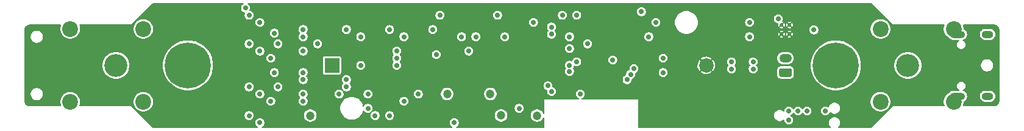
<source format=gbr>
G04 #@! TF.GenerationSoftware,KiCad,Pcbnew,(5.1.12)-1*
G04 #@! TF.CreationDate,2022-04-24T17:31:39-07:00*
G04 #@! TF.ProjectId,MultimeterTest,4d756c74-696d-4657-9465-72546573742e,rev?*
G04 #@! TF.SameCoordinates,Original*
G04 #@! TF.FileFunction,Copper,L2,Inr*
G04 #@! TF.FilePolarity,Positive*
%FSLAX46Y46*%
G04 Gerber Fmt 4.6, Leading zero omitted, Abs format (unit mm)*
G04 Created by KiCad (PCBNEW (5.1.12)-1) date 2022-04-24 17:31:39*
%MOMM*%
%LPD*%
G01*
G04 APERTURE LIST*
G04 #@! TA.AperFunction,ComponentPad*
%ADD10C,2.000000*%
G04 #@! TD*
G04 #@! TA.AperFunction,ComponentPad*
%ADD11R,2.000000X2.000000*%
G04 #@! TD*
G04 #@! TA.AperFunction,ComponentPad*
%ADD12C,2.200000*%
G04 #@! TD*
G04 #@! TA.AperFunction,ComponentPad*
%ADD13C,3.200000*%
G04 #@! TD*
G04 #@! TA.AperFunction,ComponentPad*
%ADD14O,2.100000X1.000000*%
G04 #@! TD*
G04 #@! TA.AperFunction,ComponentPad*
%ADD15O,1.600000X1.000000*%
G04 #@! TD*
G04 #@! TA.AperFunction,ComponentPad*
%ADD16O,1.750000X1.200000*%
G04 #@! TD*
G04 #@! TA.AperFunction,ComponentPad*
%ADD17C,0.500000*%
G04 #@! TD*
G04 #@! TA.AperFunction,ComponentPad*
%ADD18C,6.400000*%
G04 #@! TD*
G04 #@! TA.AperFunction,ComponentPad*
%ADD19C,0.800000*%
G04 #@! TD*
G04 #@! TA.AperFunction,ViaPad*
%ADD20C,0.700000*%
G04 #@! TD*
G04 #@! TA.AperFunction,ViaPad*
%ADD21C,1.200000*%
G04 #@! TD*
G04 #@! TA.AperFunction,Conductor*
%ADD22C,0.200000*%
G04 #@! TD*
G04 #@! TA.AperFunction,Conductor*
%ADD23C,0.100000*%
G04 #@! TD*
G04 APERTURE END LIST*
D10*
X161990000Y-40000000D03*
D11*
X110000000Y-40000000D03*
D12*
X196360000Y-45080000D03*
X186200000Y-34920000D03*
X196360000Y-34920000D03*
X186200000Y-45080000D03*
D13*
X190000000Y-40000000D03*
X80000000Y-40000000D03*
D12*
X83800000Y-34920000D03*
X73640000Y-45080000D03*
X83800000Y-45080000D03*
X73640000Y-34920000D03*
D14*
X196895000Y-44320000D03*
X196895000Y-35680000D03*
D15*
X201075000Y-44320000D03*
X201075000Y-35680000D03*
G04 #@! TA.AperFunction,ComponentPad*
G36*
G01*
X173625001Y-41600000D02*
X172374999Y-41600000D01*
G75*
G02*
X172125000Y-41350001I0J249999D01*
G01*
X172125000Y-40649999D01*
G75*
G02*
X172374999Y-40400000I249999J0D01*
G01*
X173625001Y-40400000D01*
G75*
G02*
X173875000Y-40649999I0J-249999D01*
G01*
X173875000Y-41350001D01*
G75*
G02*
X173625001Y-41600000I-249999J0D01*
G01*
G37*
G04 #@! TD.AperFunction*
D16*
X173000000Y-39000000D03*
D17*
X172450000Y-34350000D03*
X173550000Y-34350000D03*
X172450000Y-35650000D03*
X173550000Y-35650000D03*
D18*
X180000000Y-40000000D03*
D19*
X182400000Y-40000000D03*
X181697056Y-41697056D03*
X180000000Y-42400000D03*
X178302944Y-41697056D03*
X177600000Y-40000000D03*
X178302944Y-38302944D03*
X180000000Y-37600000D03*
X181697056Y-38302944D03*
X91697056Y-38302944D03*
X90000000Y-37600000D03*
X88302944Y-38302944D03*
X87600000Y-40000000D03*
X88302944Y-41697056D03*
X90000000Y-42400000D03*
X91697056Y-41697056D03*
X92400000Y-40000000D03*
D18*
X90000000Y-40000000D03*
D20*
X128000000Y-34000000D03*
X130000000Y-34000000D03*
X98500000Y-35000000D03*
X98500000Y-45000000D03*
X104000000Y-41000000D03*
X101515002Y-43000001D03*
X104000000Y-35000000D03*
X101515002Y-37000001D03*
X108000000Y-35000000D03*
X124000000Y-45000000D03*
X114000000Y-35000000D03*
X106000000Y-39000000D03*
X102000000Y-47500000D03*
X136000000Y-45000000D03*
X136000000Y-44000000D03*
X122000000Y-36000000D03*
X136000000Y-36000000D03*
X118000000Y-46000000D03*
X101503079Y-32993841D03*
X151000000Y-33000000D03*
X141000000Y-33000000D03*
X148000000Y-39500000D03*
X176000000Y-47634986D03*
X160000000Y-39000000D03*
X104000000Y-47000000D03*
X116000000Y-40000000D03*
X143500000Y-44000024D03*
X195000000Y-36000000D03*
X195000000Y-44000000D03*
X149500000Y-44000000D03*
X156000000Y-40000000D03*
X99424013Y-40025987D03*
X136000000Y-34000000D03*
X118500000Y-36000000D03*
X122000000Y-34000000D03*
D21*
X126000000Y-46000000D03*
D20*
X130000000Y-36000000D03*
X144000000Y-39500000D03*
X144000000Y-33000000D03*
X173460000Y-47634968D03*
X156000000Y-39000000D03*
X165500000Y-39500000D03*
X138000000Y-34000000D03*
X156000000Y-41000000D03*
X142000000Y-33000000D03*
X145500000Y-37000000D03*
X153000000Y-32500000D03*
X143000000Y-36000000D03*
X165499974Y-40500000D03*
X154000000Y-36000000D03*
X114000000Y-36000000D03*
X128000000Y-36000000D03*
X98484985Y-42999994D03*
X98484998Y-36999999D03*
X101500000Y-45000000D03*
X101500000Y-39000000D03*
X112000000Y-35000000D03*
X120000000Y-45000000D03*
X98484998Y-33000001D03*
X117999996Y-35000000D03*
X98484998Y-46999999D03*
X102000000Y-35500014D03*
X101999991Y-41000000D03*
X123999974Y-35000000D03*
X108000000Y-37000000D03*
X155000000Y-34000000D03*
X122000000Y-44000000D03*
X100000000Y-48000000D03*
X111000000Y-44000000D03*
X143000000Y-39989997D03*
X115000000Y-44000000D03*
X118000000Y-47000000D03*
X151950006Y-40450006D03*
X140500000Y-35650000D03*
X140500000Y-34650000D03*
X136000000Y-46000000D03*
D21*
X132000000Y-44000000D03*
D20*
X172000012Y-33500000D03*
X176950000Y-35050000D03*
D21*
X126000000Y-44000000D03*
D20*
X134000000Y-35999998D03*
X120000000Y-35999998D03*
X168500000Y-39500000D03*
X100000000Y-34000000D03*
X119000000Y-38000000D03*
X102500000Y-37000000D03*
X119000000Y-39000000D03*
X151000000Y-42000000D03*
X143000000Y-37650000D03*
X178540000Y-46365028D03*
X140000000Y-42850000D03*
X173460000Y-46364974D03*
X140500000Y-43650000D03*
X174730000Y-46364982D03*
X168500000Y-40500000D03*
X168000000Y-34000000D03*
D21*
X107000000Y-47000000D03*
D20*
X144500000Y-44000000D03*
X127000000Y-48000000D03*
X100000000Y-38000000D03*
X119000000Y-40000000D03*
X151500000Y-41250000D03*
X125000000Y-33000000D03*
X129000000Y-37999952D03*
X98000000Y-32000000D03*
X149000000Y-39250000D03*
X106000000Y-35000000D03*
X106000000Y-36000000D03*
X106000000Y-38000000D03*
X106000000Y-41000000D03*
X106000000Y-42000000D03*
X106000000Y-44000000D03*
X106000000Y-45000000D03*
X102500000Y-43000000D03*
X112000000Y-43000000D03*
X143000000Y-40850000D03*
X176000000Y-46364974D03*
X168000000Y-36000000D03*
X116000000Y-47000000D03*
X115000000Y-46000000D03*
X114000000Y-40000000D03*
X100000000Y-44000000D03*
X112000000Y-42000000D03*
X133000000Y-33000000D03*
X124500000Y-38500000D03*
D21*
X133500000Y-46990000D03*
X138500000Y-47000000D03*
D22*
X97551226Y-31453168D02*
X97453168Y-31551226D01*
X97376124Y-31666531D01*
X97323055Y-31794651D01*
X97296000Y-31930662D01*
X97296000Y-32069338D01*
X97323055Y-32205349D01*
X97376124Y-32333469D01*
X97453168Y-32448774D01*
X97551226Y-32546832D01*
X97666531Y-32623876D01*
X97794651Y-32676945D01*
X97852077Y-32688368D01*
X97808053Y-32794652D01*
X97780998Y-32930663D01*
X97780998Y-33069339D01*
X97808053Y-33205350D01*
X97861122Y-33333470D01*
X97938166Y-33448775D01*
X98036224Y-33546833D01*
X98151529Y-33623877D01*
X98279649Y-33676946D01*
X98415660Y-33704001D01*
X98554336Y-33704001D01*
X98690347Y-33676946D01*
X98818467Y-33623877D01*
X98933772Y-33546833D01*
X99031830Y-33448775D01*
X99108874Y-33333470D01*
X99161943Y-33205350D01*
X99188998Y-33069339D01*
X99188998Y-32930663D01*
X99188998Y-32930662D01*
X124296000Y-32930662D01*
X124296000Y-33069338D01*
X124323055Y-33205349D01*
X124376124Y-33333469D01*
X124453168Y-33448774D01*
X124551226Y-33546832D01*
X124666531Y-33623876D01*
X124794651Y-33676945D01*
X124930662Y-33704000D01*
X125069338Y-33704000D01*
X125205349Y-33676945D01*
X125333469Y-33623876D01*
X125448774Y-33546832D01*
X125546832Y-33448774D01*
X125623876Y-33333469D01*
X125676945Y-33205349D01*
X125704000Y-33069338D01*
X125704000Y-32930662D01*
X132296000Y-32930662D01*
X132296000Y-33069338D01*
X132323055Y-33205349D01*
X132376124Y-33333469D01*
X132453168Y-33448774D01*
X132551226Y-33546832D01*
X132666531Y-33623876D01*
X132794651Y-33676945D01*
X132930662Y-33704000D01*
X133069338Y-33704000D01*
X133205349Y-33676945D01*
X133333469Y-33623876D01*
X133448774Y-33546832D01*
X133546832Y-33448774D01*
X133623876Y-33333469D01*
X133676945Y-33205349D01*
X133704000Y-33069338D01*
X133704000Y-32930662D01*
X141296000Y-32930662D01*
X141296000Y-33069338D01*
X141323055Y-33205349D01*
X141376124Y-33333469D01*
X141453168Y-33448774D01*
X141551226Y-33546832D01*
X141666531Y-33623876D01*
X141794651Y-33676945D01*
X141930662Y-33704000D01*
X142069338Y-33704000D01*
X142205349Y-33676945D01*
X142333469Y-33623876D01*
X142448774Y-33546832D01*
X142546832Y-33448774D01*
X142623876Y-33333469D01*
X142676945Y-33205349D01*
X142704000Y-33069338D01*
X142704000Y-32930662D01*
X143296000Y-32930662D01*
X143296000Y-33069338D01*
X143323055Y-33205349D01*
X143376124Y-33333469D01*
X143453168Y-33448774D01*
X143551226Y-33546832D01*
X143666531Y-33623876D01*
X143794651Y-33676945D01*
X143930662Y-33704000D01*
X144069338Y-33704000D01*
X144205349Y-33676945D01*
X144333469Y-33623876D01*
X144448774Y-33546832D01*
X144546832Y-33448774D01*
X144623876Y-33333469D01*
X144676945Y-33205349D01*
X144704000Y-33069338D01*
X144704000Y-32930662D01*
X144676945Y-32794651D01*
X144623876Y-32666531D01*
X144546832Y-32551226D01*
X144448774Y-32453168D01*
X144415092Y-32430662D01*
X152296000Y-32430662D01*
X152296000Y-32569338D01*
X152323055Y-32705349D01*
X152376124Y-32833469D01*
X152453168Y-32948774D01*
X152551226Y-33046832D01*
X152666531Y-33123876D01*
X152794651Y-33176945D01*
X152930662Y-33204000D01*
X153069338Y-33204000D01*
X153205349Y-33176945D01*
X153333469Y-33123876D01*
X153448774Y-33046832D01*
X153546832Y-32948774D01*
X153623876Y-32833469D01*
X153676945Y-32705349D01*
X153704000Y-32569338D01*
X153704000Y-32430662D01*
X153676945Y-32294651D01*
X153623876Y-32166531D01*
X153546832Y-32051226D01*
X153448774Y-31953168D01*
X153333469Y-31876124D01*
X153205349Y-31823055D01*
X153069338Y-31796000D01*
X152930662Y-31796000D01*
X152794651Y-31823055D01*
X152666531Y-31876124D01*
X152551226Y-31953168D01*
X152453168Y-32051226D01*
X152376124Y-32166531D01*
X152323055Y-32294651D01*
X152296000Y-32430662D01*
X144415092Y-32430662D01*
X144333469Y-32376124D01*
X144205349Y-32323055D01*
X144069338Y-32296000D01*
X143930662Y-32296000D01*
X143794651Y-32323055D01*
X143666531Y-32376124D01*
X143551226Y-32453168D01*
X143453168Y-32551226D01*
X143376124Y-32666531D01*
X143323055Y-32794651D01*
X143296000Y-32930662D01*
X142704000Y-32930662D01*
X142676945Y-32794651D01*
X142623876Y-32666531D01*
X142546832Y-32551226D01*
X142448774Y-32453168D01*
X142333469Y-32376124D01*
X142205349Y-32323055D01*
X142069338Y-32296000D01*
X141930662Y-32296000D01*
X141794651Y-32323055D01*
X141666531Y-32376124D01*
X141551226Y-32453168D01*
X141453168Y-32551226D01*
X141376124Y-32666531D01*
X141323055Y-32794651D01*
X141296000Y-32930662D01*
X133704000Y-32930662D01*
X133676945Y-32794651D01*
X133623876Y-32666531D01*
X133546832Y-32551226D01*
X133448774Y-32453168D01*
X133333469Y-32376124D01*
X133205349Y-32323055D01*
X133069338Y-32296000D01*
X132930662Y-32296000D01*
X132794651Y-32323055D01*
X132666531Y-32376124D01*
X132551226Y-32453168D01*
X132453168Y-32551226D01*
X132376124Y-32666531D01*
X132323055Y-32794651D01*
X132296000Y-32930662D01*
X125704000Y-32930662D01*
X125676945Y-32794651D01*
X125623876Y-32666531D01*
X125546832Y-32551226D01*
X125448774Y-32453168D01*
X125333469Y-32376124D01*
X125205349Y-32323055D01*
X125069338Y-32296000D01*
X124930662Y-32296000D01*
X124794651Y-32323055D01*
X124666531Y-32376124D01*
X124551226Y-32453168D01*
X124453168Y-32551226D01*
X124376124Y-32666531D01*
X124323055Y-32794651D01*
X124296000Y-32930662D01*
X99188998Y-32930662D01*
X99161943Y-32794652D01*
X99108874Y-32666532D01*
X99031830Y-32551227D01*
X98933772Y-32453169D01*
X98818467Y-32376125D01*
X98690347Y-32323056D01*
X98632921Y-32311633D01*
X98676945Y-32205349D01*
X98704000Y-32069338D01*
X98704000Y-31930662D01*
X98676945Y-31794651D01*
X98623876Y-31666531D01*
X98546832Y-31551226D01*
X98448774Y-31453168D01*
X98337773Y-31379000D01*
X184843014Y-31379000D01*
X187718866Y-34254852D01*
X187730752Y-34269331D01*
X187760009Y-34293334D01*
X187788421Y-34316651D01*
X187788450Y-34316666D01*
X187788470Y-34316683D01*
X187817792Y-34332350D01*
X187854261Y-34351843D01*
X187854291Y-34351852D01*
X187854317Y-34351866D01*
X187888390Y-34362196D01*
X187925703Y-34373515D01*
X187925735Y-34373518D01*
X187925761Y-34373526D01*
X187958197Y-34376716D01*
X188000000Y-34380833D01*
X188018648Y-34378996D01*
X195010741Y-34377916D01*
X194961877Y-34495884D01*
X194906000Y-34776794D01*
X194906000Y-35063206D01*
X194961877Y-35344116D01*
X195071482Y-35608727D01*
X195230605Y-35846871D01*
X195433129Y-36049395D01*
X195671273Y-36208518D01*
X195675361Y-36210212D01*
X195738209Y-36286791D01*
X195868247Y-36393511D01*
X196016607Y-36472811D01*
X196177587Y-36521643D01*
X196303048Y-36534000D01*
X197034878Y-36534000D01*
X196962163Y-36582587D01*
X196867587Y-36677163D01*
X196793278Y-36788373D01*
X196742094Y-36911943D01*
X196716000Y-37043124D01*
X196716000Y-37176876D01*
X196742094Y-37308057D01*
X196793278Y-37431627D01*
X196867587Y-37542837D01*
X196962163Y-37637413D01*
X197073373Y-37711722D01*
X197196943Y-37762906D01*
X197328124Y-37789000D01*
X197461876Y-37789000D01*
X197593057Y-37762906D01*
X197716627Y-37711722D01*
X197827837Y-37637413D01*
X197922413Y-37542837D01*
X197996722Y-37431627D01*
X198047906Y-37308057D01*
X198074000Y-37176876D01*
X198074000Y-37043124D01*
X198047906Y-36911943D01*
X197996722Y-36788373D01*
X197922413Y-36677163D01*
X197827837Y-36582587D01*
X197716627Y-36508278D01*
X197691197Y-36497745D01*
X197773393Y-36472811D01*
X197921753Y-36393511D01*
X198051791Y-36286791D01*
X198158511Y-36156753D01*
X198237811Y-36008393D01*
X198286643Y-35847413D01*
X198303132Y-35680000D01*
X199916868Y-35680000D01*
X199933357Y-35847413D01*
X199982189Y-36008393D01*
X200061489Y-36156753D01*
X200168209Y-36286791D01*
X200298247Y-36393511D01*
X200446607Y-36472811D01*
X200607587Y-36521643D01*
X200733048Y-36534000D01*
X201416952Y-36534000D01*
X201542413Y-36521643D01*
X201703393Y-36472811D01*
X201851753Y-36393511D01*
X201981791Y-36286791D01*
X202088511Y-36156753D01*
X202167811Y-36008393D01*
X202216643Y-35847413D01*
X202233132Y-35680000D01*
X202216643Y-35512587D01*
X202167811Y-35351607D01*
X202088511Y-35203247D01*
X201981791Y-35073209D01*
X201851753Y-34966489D01*
X201703393Y-34887189D01*
X201542413Y-34838357D01*
X201416952Y-34826000D01*
X200733048Y-34826000D01*
X200607587Y-34838357D01*
X200446607Y-34887189D01*
X200298247Y-34966489D01*
X200168209Y-35073209D01*
X200061489Y-35203247D01*
X199982189Y-35351607D01*
X199933357Y-35512587D01*
X199916868Y-35680000D01*
X198303132Y-35680000D01*
X198286643Y-35512587D01*
X198237811Y-35351607D01*
X198158511Y-35203247D01*
X198051791Y-35073209D01*
X197921753Y-34966489D01*
X197814000Y-34908894D01*
X197814000Y-34776794D01*
X197758123Y-34495884D01*
X197709708Y-34379000D01*
X201981465Y-34379000D01*
X202120266Y-34392610D01*
X202235953Y-34427538D01*
X202342652Y-34484271D01*
X202436298Y-34560647D01*
X202513326Y-34653757D01*
X202570800Y-34760054D01*
X202606536Y-34875497D01*
X202621000Y-35013113D01*
X202621001Y-44981455D01*
X202607390Y-45120266D01*
X202572463Y-45235952D01*
X202515731Y-45342650D01*
X202439355Y-45436296D01*
X202346242Y-45513326D01*
X202239946Y-45570800D01*
X202124504Y-45606535D01*
X201986849Y-45621004D01*
X197709259Y-45622085D01*
X197758123Y-45504116D01*
X197814000Y-45223206D01*
X197814000Y-45091106D01*
X197921753Y-45033511D01*
X198051791Y-44926791D01*
X198158511Y-44796753D01*
X198237811Y-44648393D01*
X198286643Y-44487413D01*
X198303132Y-44320000D01*
X199916868Y-44320000D01*
X199933357Y-44487413D01*
X199982189Y-44648393D01*
X200061489Y-44796753D01*
X200168209Y-44926791D01*
X200298247Y-45033511D01*
X200446607Y-45112811D01*
X200607587Y-45161643D01*
X200733048Y-45174000D01*
X201416952Y-45174000D01*
X201542413Y-45161643D01*
X201703393Y-45112811D01*
X201851753Y-45033511D01*
X201981791Y-44926791D01*
X202088511Y-44796753D01*
X202167811Y-44648393D01*
X202216643Y-44487413D01*
X202233132Y-44320000D01*
X202216643Y-44152587D01*
X202167811Y-43991607D01*
X202088511Y-43843247D01*
X201981791Y-43713209D01*
X201851753Y-43606489D01*
X201703393Y-43527189D01*
X201542413Y-43478357D01*
X201416952Y-43466000D01*
X200733048Y-43466000D01*
X200607587Y-43478357D01*
X200446607Y-43527189D01*
X200298247Y-43606489D01*
X200168209Y-43713209D01*
X200061489Y-43843247D01*
X199982189Y-43991607D01*
X199933357Y-44152587D01*
X199916868Y-44320000D01*
X198303132Y-44320000D01*
X198286643Y-44152587D01*
X198237811Y-43991607D01*
X198158511Y-43843247D01*
X198051791Y-43713209D01*
X197921753Y-43606489D01*
X197773393Y-43527189D01*
X197691197Y-43502255D01*
X197716627Y-43491722D01*
X197827837Y-43417413D01*
X197922413Y-43322837D01*
X197996722Y-43211627D01*
X198047906Y-43088057D01*
X198074000Y-42956876D01*
X198074000Y-42823124D01*
X198047906Y-42691943D01*
X197996722Y-42568373D01*
X197922413Y-42457163D01*
X197827837Y-42362587D01*
X197716627Y-42288278D01*
X197593057Y-42237094D01*
X197461876Y-42211000D01*
X197328124Y-42211000D01*
X197196943Y-42237094D01*
X197073373Y-42288278D01*
X196962163Y-42362587D01*
X196867587Y-42457163D01*
X196793278Y-42568373D01*
X196742094Y-42691943D01*
X196716000Y-42823124D01*
X196716000Y-42956876D01*
X196742094Y-43088057D01*
X196793278Y-43211627D01*
X196867587Y-43322837D01*
X196962163Y-43417413D01*
X197034878Y-43466000D01*
X196303048Y-43466000D01*
X196177587Y-43478357D01*
X196016607Y-43527189D01*
X195868247Y-43606489D01*
X195738209Y-43713209D01*
X195675361Y-43789788D01*
X195671273Y-43791482D01*
X195433129Y-43950605D01*
X195230605Y-44153129D01*
X195071482Y-44391273D01*
X194961877Y-44655884D01*
X194906000Y-44936794D01*
X194906000Y-45223206D01*
X194961877Y-45504116D01*
X195010292Y-45621000D01*
X188018610Y-45621000D01*
X188000000Y-45619167D01*
X187981390Y-45621000D01*
X187925703Y-45626485D01*
X187854262Y-45648156D01*
X187788421Y-45683349D01*
X187730710Y-45730710D01*
X187718840Y-45745174D01*
X184843014Y-48621000D01*
X180406091Y-48621000D01*
X180469694Y-48557397D01*
X180562640Y-48418294D01*
X180626661Y-48263732D01*
X180659300Y-48099649D01*
X180659300Y-47932351D01*
X180626661Y-47768268D01*
X180562640Y-47613706D01*
X180469694Y-47474603D01*
X180351397Y-47356306D01*
X180212294Y-47263360D01*
X180057732Y-47199339D01*
X179893649Y-47166700D01*
X179726351Y-47166700D01*
X179562268Y-47199339D01*
X179407706Y-47263360D01*
X179268603Y-47356306D01*
X179150306Y-47474603D01*
X179057360Y-47613706D01*
X178993339Y-47768268D01*
X178960700Y-47932351D01*
X178960700Y-48099649D01*
X178993339Y-48263732D01*
X179057360Y-48418294D01*
X179150306Y-48557397D01*
X179213909Y-48621000D01*
X152600000Y-48621000D01*
X152600000Y-46916351D01*
X171340700Y-46916351D01*
X171340700Y-47083649D01*
X171373339Y-47247732D01*
X171437360Y-47402294D01*
X171530306Y-47541397D01*
X171648603Y-47659694D01*
X171787706Y-47752640D01*
X171942268Y-47816661D01*
X172106351Y-47849300D01*
X172273649Y-47849300D01*
X172437732Y-47816661D01*
X172592294Y-47752640D01*
X172731397Y-47659694D01*
X172756000Y-47635091D01*
X172756000Y-47704306D01*
X172783055Y-47840317D01*
X172836124Y-47968437D01*
X172913168Y-48083742D01*
X173011226Y-48181800D01*
X173126531Y-48258844D01*
X173254651Y-48311913D01*
X173390662Y-48338968D01*
X173529338Y-48338968D01*
X173665349Y-48311913D01*
X173793469Y-48258844D01*
X173908774Y-48181800D01*
X174006832Y-48083742D01*
X174083876Y-47968437D01*
X174136945Y-47840317D01*
X174164000Y-47704306D01*
X174164000Y-47565630D01*
X174136945Y-47429619D01*
X174083876Y-47301499D01*
X174006832Y-47186194D01*
X173908774Y-47088136D01*
X173793469Y-47011092D01*
X173766621Y-46999971D01*
X173793469Y-46988850D01*
X173908774Y-46911806D01*
X174006832Y-46813748D01*
X174083876Y-46698443D01*
X174094998Y-46671591D01*
X174106124Y-46698451D01*
X174183168Y-46813756D01*
X174281226Y-46911814D01*
X174396531Y-46988858D01*
X174524651Y-47041927D01*
X174660662Y-47068982D01*
X174799338Y-47068982D01*
X174935349Y-47041927D01*
X175063469Y-46988858D01*
X175178774Y-46911814D01*
X175276832Y-46813756D01*
X175353876Y-46698451D01*
X175365002Y-46671591D01*
X175376124Y-46698443D01*
X175453168Y-46813748D01*
X175551226Y-46911806D01*
X175666531Y-46988850D01*
X175794651Y-47041919D01*
X175930662Y-47068974D01*
X176069338Y-47068974D01*
X176205349Y-47041919D01*
X176333469Y-46988850D01*
X176448774Y-46911806D01*
X176546832Y-46813748D01*
X176623876Y-46698443D01*
X176676945Y-46570323D01*
X176704000Y-46434312D01*
X176704000Y-46295690D01*
X177836000Y-46295690D01*
X177836000Y-46434366D01*
X177863055Y-46570377D01*
X177916124Y-46698497D01*
X177993168Y-46813802D01*
X178091226Y-46911860D01*
X178206531Y-46988904D01*
X178334651Y-47041973D01*
X178470662Y-47069028D01*
X178609338Y-47069028D01*
X178745349Y-47041973D01*
X178873469Y-46988904D01*
X178988774Y-46911860D01*
X179086832Y-46813802D01*
X179163876Y-46698497D01*
X179210601Y-46585692D01*
X179268603Y-46643694D01*
X179407706Y-46736640D01*
X179562268Y-46800661D01*
X179726351Y-46833300D01*
X179893649Y-46833300D01*
X180057732Y-46800661D01*
X180212294Y-46736640D01*
X180351397Y-46643694D01*
X180469694Y-46525397D01*
X180562640Y-46386294D01*
X180626661Y-46231732D01*
X180659300Y-46067649D01*
X180659300Y-45900351D01*
X180626661Y-45736268D01*
X180562640Y-45581706D01*
X180469694Y-45442603D01*
X180351397Y-45324306D01*
X180212294Y-45231360D01*
X180057732Y-45167339D01*
X179893649Y-45134700D01*
X179726351Y-45134700D01*
X179562268Y-45167339D01*
X179407706Y-45231360D01*
X179268603Y-45324306D01*
X179150306Y-45442603D01*
X179057360Y-45581706D01*
X178993339Y-45736268D01*
X178978418Y-45811277D01*
X178873469Y-45741152D01*
X178745349Y-45688083D01*
X178609338Y-45661028D01*
X178470662Y-45661028D01*
X178334651Y-45688083D01*
X178206531Y-45741152D01*
X178091226Y-45818196D01*
X177993168Y-45916254D01*
X177916124Y-46031559D01*
X177863055Y-46159679D01*
X177836000Y-46295690D01*
X176704000Y-46295690D01*
X176704000Y-46295636D01*
X176676945Y-46159625D01*
X176623876Y-46031505D01*
X176546832Y-45916200D01*
X176448774Y-45818142D01*
X176333469Y-45741098D01*
X176205349Y-45688029D01*
X176069338Y-45660974D01*
X175930662Y-45660974D01*
X175794651Y-45688029D01*
X175666531Y-45741098D01*
X175551226Y-45818142D01*
X175453168Y-45916200D01*
X175376124Y-46031505D01*
X175364998Y-46058365D01*
X175353876Y-46031513D01*
X175276832Y-45916208D01*
X175178774Y-45818150D01*
X175063469Y-45741106D01*
X174935349Y-45688037D01*
X174799338Y-45660982D01*
X174660662Y-45660982D01*
X174524651Y-45688037D01*
X174396531Y-45741106D01*
X174281226Y-45818150D01*
X174183168Y-45916208D01*
X174106124Y-46031513D01*
X174095002Y-46058365D01*
X174083876Y-46031505D01*
X174006832Y-45916200D01*
X173908774Y-45818142D01*
X173793469Y-45741098D01*
X173665349Y-45688029D01*
X173529338Y-45660974D01*
X173390662Y-45660974D01*
X173254651Y-45688029D01*
X173126531Y-45741098D01*
X173011226Y-45818142D01*
X172913168Y-45916200D01*
X172836124Y-46031505D01*
X172783055Y-46159625D01*
X172756000Y-46295636D01*
X172756000Y-46364909D01*
X172731397Y-46340306D01*
X172592294Y-46247360D01*
X172437732Y-46183339D01*
X172273649Y-46150700D01*
X172106351Y-46150700D01*
X171942268Y-46183339D01*
X171787706Y-46247360D01*
X171648603Y-46340306D01*
X171530306Y-46458603D01*
X171437360Y-46597706D01*
X171373339Y-46752268D01*
X171340700Y-46916351D01*
X152600000Y-46916351D01*
X152600000Y-44936794D01*
X184746000Y-44936794D01*
X184746000Y-45223206D01*
X184801877Y-45504116D01*
X184911482Y-45768727D01*
X185070605Y-46006871D01*
X185273129Y-46209395D01*
X185511273Y-46368518D01*
X185775884Y-46478123D01*
X186056794Y-46534000D01*
X186343206Y-46534000D01*
X186624116Y-46478123D01*
X186888727Y-46368518D01*
X187126871Y-46209395D01*
X187329395Y-46006871D01*
X187488518Y-45768727D01*
X187598123Y-45504116D01*
X187654000Y-45223206D01*
X187654000Y-44936794D01*
X187598123Y-44655884D01*
X187488518Y-44391273D01*
X187329395Y-44153129D01*
X187126871Y-43950605D01*
X186888727Y-43791482D01*
X186624116Y-43681877D01*
X186343206Y-43626000D01*
X186056794Y-43626000D01*
X185775884Y-43681877D01*
X185511273Y-43791482D01*
X185273129Y-43950605D01*
X185070605Y-44153129D01*
X184911482Y-44391273D01*
X184801877Y-44655884D01*
X184746000Y-44936794D01*
X152600000Y-44936794D01*
X152600000Y-44750000D01*
X152598079Y-44730491D01*
X152592388Y-44711732D01*
X152583147Y-44694443D01*
X152570711Y-44679289D01*
X152555557Y-44666853D01*
X152538268Y-44657612D01*
X152519509Y-44651921D01*
X152500000Y-44650000D01*
X144770400Y-44650000D01*
X144833469Y-44623876D01*
X144948774Y-44546832D01*
X145046832Y-44448774D01*
X145123876Y-44333469D01*
X145176945Y-44205349D01*
X145204000Y-44069338D01*
X145204000Y-43930662D01*
X145176945Y-43794651D01*
X145123876Y-43666531D01*
X145046832Y-43551226D01*
X144948774Y-43453168D01*
X144833469Y-43376124D01*
X144705349Y-43323055D01*
X144569338Y-43296000D01*
X144430662Y-43296000D01*
X144294651Y-43323055D01*
X144166531Y-43376124D01*
X144051226Y-43453168D01*
X143953168Y-43551226D01*
X143876124Y-43666531D01*
X143823055Y-43794651D01*
X143796000Y-43930662D01*
X143796000Y-44069338D01*
X143823055Y-44205349D01*
X143876124Y-44333469D01*
X143953168Y-44448774D01*
X144051226Y-44546832D01*
X144166531Y-44623876D01*
X144229600Y-44650000D01*
X139500000Y-44650000D01*
X139480491Y-44651921D01*
X139461732Y-44657612D01*
X139444443Y-44666853D01*
X139429289Y-44679289D01*
X139416853Y-44694443D01*
X139407612Y-44711732D01*
X139401921Y-44730491D01*
X139400000Y-44750000D01*
X139400000Y-46679870D01*
X139345424Y-46548112D01*
X139241020Y-46391860D01*
X139108140Y-46258980D01*
X138951888Y-46154576D01*
X138778272Y-46082662D01*
X138593961Y-46046000D01*
X138406039Y-46046000D01*
X138221728Y-46082662D01*
X138048112Y-46154576D01*
X137891860Y-46258980D01*
X137758980Y-46391860D01*
X137654576Y-46548112D01*
X137582662Y-46721728D01*
X137546000Y-46906039D01*
X137546000Y-47093961D01*
X137582662Y-47278272D01*
X137654576Y-47451888D01*
X137758980Y-47608140D01*
X137891860Y-47741020D01*
X138048112Y-47845424D01*
X138221728Y-47917338D01*
X138406039Y-47954000D01*
X138593961Y-47954000D01*
X138778272Y-47917338D01*
X138951888Y-47845424D01*
X139108140Y-47741020D01*
X139241020Y-47608140D01*
X139345424Y-47451888D01*
X139400000Y-47320130D01*
X139400000Y-48621000D01*
X127337773Y-48621000D01*
X127448774Y-48546832D01*
X127546832Y-48448774D01*
X127623876Y-48333469D01*
X127676945Y-48205349D01*
X127704000Y-48069338D01*
X127704000Y-47930662D01*
X127676945Y-47794651D01*
X127623876Y-47666531D01*
X127546832Y-47551226D01*
X127448774Y-47453168D01*
X127333469Y-47376124D01*
X127205349Y-47323055D01*
X127069338Y-47296000D01*
X126930662Y-47296000D01*
X126794651Y-47323055D01*
X126666531Y-47376124D01*
X126551226Y-47453168D01*
X126453168Y-47551226D01*
X126376124Y-47666531D01*
X126323055Y-47794651D01*
X126296000Y-47930662D01*
X126296000Y-48069338D01*
X126323055Y-48205349D01*
X126376124Y-48333469D01*
X126453168Y-48448774D01*
X126551226Y-48546832D01*
X126662227Y-48621000D01*
X100337773Y-48621000D01*
X100448774Y-48546832D01*
X100546832Y-48448774D01*
X100623876Y-48333469D01*
X100676945Y-48205349D01*
X100704000Y-48069338D01*
X100704000Y-47930662D01*
X100676945Y-47794651D01*
X100623876Y-47666531D01*
X100546832Y-47551226D01*
X100448774Y-47453168D01*
X100333469Y-47376124D01*
X100205349Y-47323055D01*
X100069338Y-47296000D01*
X99930662Y-47296000D01*
X99794651Y-47323055D01*
X99666531Y-47376124D01*
X99551226Y-47453168D01*
X99453168Y-47551226D01*
X99376124Y-47666531D01*
X99323055Y-47794651D01*
X99296000Y-47930662D01*
X99296000Y-48069338D01*
X99323055Y-48205349D01*
X99376124Y-48333469D01*
X99453168Y-48448774D01*
X99551226Y-48546832D01*
X99662227Y-48621000D01*
X85156986Y-48621000D01*
X83466647Y-46930661D01*
X97780998Y-46930661D01*
X97780998Y-47069337D01*
X97808053Y-47205348D01*
X97861122Y-47333468D01*
X97938166Y-47448773D01*
X98036224Y-47546831D01*
X98151529Y-47623875D01*
X98279649Y-47676944D01*
X98415660Y-47703999D01*
X98554336Y-47703999D01*
X98690347Y-47676944D01*
X98818467Y-47623875D01*
X98933772Y-47546831D01*
X99031830Y-47448773D01*
X99108874Y-47333468D01*
X99161943Y-47205348D01*
X99188998Y-47069337D01*
X99188998Y-46930661D01*
X99184101Y-46906039D01*
X106046000Y-46906039D01*
X106046000Y-47093961D01*
X106082662Y-47278272D01*
X106154576Y-47451888D01*
X106258980Y-47608140D01*
X106391860Y-47741020D01*
X106548112Y-47845424D01*
X106721728Y-47917338D01*
X106906039Y-47954000D01*
X107093961Y-47954000D01*
X107278272Y-47917338D01*
X107451888Y-47845424D01*
X107608140Y-47741020D01*
X107741020Y-47608140D01*
X107845424Y-47451888D01*
X107917338Y-47278272D01*
X107954000Y-47093961D01*
X107954000Y-46906039D01*
X107917338Y-46721728D01*
X107845424Y-46548112D01*
X107741020Y-46391860D01*
X107608140Y-46258980D01*
X107451888Y-46154576D01*
X107278272Y-46082662D01*
X107093961Y-46046000D01*
X106906039Y-46046000D01*
X106721728Y-46082662D01*
X106548112Y-46154576D01*
X106391860Y-46258980D01*
X106258980Y-46391860D01*
X106154576Y-46548112D01*
X106082662Y-46721728D01*
X106046000Y-46906039D01*
X99184101Y-46906039D01*
X99161943Y-46794650D01*
X99108874Y-46666530D01*
X99031830Y-46551225D01*
X98933772Y-46453167D01*
X98818467Y-46376123D01*
X98690347Y-46323054D01*
X98554336Y-46295999D01*
X98415660Y-46295999D01*
X98279649Y-46323054D01*
X98151529Y-46376123D01*
X98036224Y-46453167D01*
X97938166Y-46551225D01*
X97861122Y-46666530D01*
X97808053Y-46794650D01*
X97780998Y-46930661D01*
X83466647Y-46930661D01*
X82281134Y-45745148D01*
X82269248Y-45730669D01*
X82239423Y-45706201D01*
X82211579Y-45683350D01*
X82211551Y-45683335D01*
X82211529Y-45683317D01*
X82177795Y-45665292D01*
X82145738Y-45648157D01*
X82145710Y-45648149D01*
X82145683Y-45648134D01*
X82110733Y-45637538D01*
X82074297Y-45626485D01*
X82074265Y-45626482D01*
X82074239Y-45626474D01*
X82041803Y-45623284D01*
X82000000Y-45619167D01*
X81981352Y-45621004D01*
X74989259Y-45622084D01*
X75038123Y-45504116D01*
X75094000Y-45223206D01*
X75094000Y-44936794D01*
X82346000Y-44936794D01*
X82346000Y-45223206D01*
X82401877Y-45504116D01*
X82511482Y-45768727D01*
X82670605Y-46006871D01*
X82873129Y-46209395D01*
X83111273Y-46368518D01*
X83375884Y-46478123D01*
X83656794Y-46534000D01*
X83943206Y-46534000D01*
X84224116Y-46478123D01*
X84488727Y-46368518D01*
X84726871Y-46209395D01*
X84929395Y-46006871D01*
X85047493Y-45830125D01*
X111076000Y-45830125D01*
X111076000Y-46159875D01*
X111140331Y-46483288D01*
X111266520Y-46787936D01*
X111449719Y-47062113D01*
X111682887Y-47295281D01*
X111957064Y-47478480D01*
X112261712Y-47604669D01*
X112585125Y-47669000D01*
X112914875Y-47669000D01*
X113238288Y-47604669D01*
X113542936Y-47478480D01*
X113817113Y-47295281D01*
X114050281Y-47062113D01*
X114138113Y-46930662D01*
X115296000Y-46930662D01*
X115296000Y-47069338D01*
X115323055Y-47205349D01*
X115376124Y-47333469D01*
X115453168Y-47448774D01*
X115551226Y-47546832D01*
X115666531Y-47623876D01*
X115794651Y-47676945D01*
X115930662Y-47704000D01*
X116069338Y-47704000D01*
X116205349Y-47676945D01*
X116333469Y-47623876D01*
X116448774Y-47546832D01*
X116546832Y-47448774D01*
X116623876Y-47333469D01*
X116676945Y-47205349D01*
X116704000Y-47069338D01*
X116704000Y-46930662D01*
X117296000Y-46930662D01*
X117296000Y-47069338D01*
X117323055Y-47205349D01*
X117376124Y-47333469D01*
X117453168Y-47448774D01*
X117551226Y-47546832D01*
X117666531Y-47623876D01*
X117794651Y-47676945D01*
X117930662Y-47704000D01*
X118069338Y-47704000D01*
X118205349Y-47676945D01*
X118333469Y-47623876D01*
X118448774Y-47546832D01*
X118546832Y-47448774D01*
X118623876Y-47333469D01*
X118676945Y-47205349D01*
X118704000Y-47069338D01*
X118704000Y-46930662D01*
X118697113Y-46896039D01*
X132546000Y-46896039D01*
X132546000Y-47083961D01*
X132582662Y-47268272D01*
X132654576Y-47441888D01*
X132758980Y-47598140D01*
X132891860Y-47731020D01*
X133048112Y-47835424D01*
X133221728Y-47907338D01*
X133406039Y-47944000D01*
X133593961Y-47944000D01*
X133778272Y-47907338D01*
X133951888Y-47835424D01*
X134108140Y-47731020D01*
X134241020Y-47598140D01*
X134345424Y-47441888D01*
X134417338Y-47268272D01*
X134454000Y-47083961D01*
X134454000Y-46896039D01*
X134417338Y-46711728D01*
X134345424Y-46538112D01*
X134241020Y-46381860D01*
X134108140Y-46248980D01*
X133951888Y-46144576D01*
X133778272Y-46072662D01*
X133593961Y-46036000D01*
X133406039Y-46036000D01*
X133221728Y-46072662D01*
X133048112Y-46144576D01*
X132891860Y-46248980D01*
X132758980Y-46381860D01*
X132654576Y-46538112D01*
X132582662Y-46711728D01*
X132546000Y-46896039D01*
X118697113Y-46896039D01*
X118676945Y-46794651D01*
X118623876Y-46666531D01*
X118546832Y-46551226D01*
X118448774Y-46453168D01*
X118333469Y-46376124D01*
X118205349Y-46323055D01*
X118069338Y-46296000D01*
X117930662Y-46296000D01*
X117794651Y-46323055D01*
X117666531Y-46376124D01*
X117551226Y-46453168D01*
X117453168Y-46551226D01*
X117376124Y-46666531D01*
X117323055Y-46794651D01*
X117296000Y-46930662D01*
X116704000Y-46930662D01*
X116676945Y-46794651D01*
X116623876Y-46666531D01*
X116546832Y-46551226D01*
X116448774Y-46453168D01*
X116333469Y-46376124D01*
X116205349Y-46323055D01*
X116069338Y-46296000D01*
X115930662Y-46296000D01*
X115794651Y-46323055D01*
X115666531Y-46376124D01*
X115551226Y-46453168D01*
X115453168Y-46551226D01*
X115376124Y-46666531D01*
X115323055Y-46794651D01*
X115296000Y-46930662D01*
X114138113Y-46930662D01*
X114233480Y-46787936D01*
X114359669Y-46483288D01*
X114386408Y-46348861D01*
X114453168Y-46448774D01*
X114551226Y-46546832D01*
X114666531Y-46623876D01*
X114794651Y-46676945D01*
X114930662Y-46704000D01*
X115069338Y-46704000D01*
X115205349Y-46676945D01*
X115333469Y-46623876D01*
X115448774Y-46546832D01*
X115546832Y-46448774D01*
X115623876Y-46333469D01*
X115676945Y-46205349D01*
X115704000Y-46069338D01*
X115704000Y-45930662D01*
X135296000Y-45930662D01*
X135296000Y-46069338D01*
X135323055Y-46205349D01*
X135376124Y-46333469D01*
X135453168Y-46448774D01*
X135551226Y-46546832D01*
X135666531Y-46623876D01*
X135794651Y-46676945D01*
X135930662Y-46704000D01*
X136069338Y-46704000D01*
X136205349Y-46676945D01*
X136333469Y-46623876D01*
X136448774Y-46546832D01*
X136546832Y-46448774D01*
X136623876Y-46333469D01*
X136676945Y-46205349D01*
X136704000Y-46069338D01*
X136704000Y-45930662D01*
X136676945Y-45794651D01*
X136623876Y-45666531D01*
X136546832Y-45551226D01*
X136448774Y-45453168D01*
X136333469Y-45376124D01*
X136205349Y-45323055D01*
X136069338Y-45296000D01*
X135930662Y-45296000D01*
X135794651Y-45323055D01*
X135666531Y-45376124D01*
X135551226Y-45453168D01*
X135453168Y-45551226D01*
X135376124Y-45666531D01*
X135323055Y-45794651D01*
X135296000Y-45930662D01*
X115704000Y-45930662D01*
X115676945Y-45794651D01*
X115623876Y-45666531D01*
X115546832Y-45551226D01*
X115448774Y-45453168D01*
X115333469Y-45376124D01*
X115205349Y-45323055D01*
X115069338Y-45296000D01*
X114930662Y-45296000D01*
X114794651Y-45323055D01*
X114666531Y-45376124D01*
X114551226Y-45453168D01*
X114453168Y-45551226D01*
X114387941Y-45648845D01*
X114359669Y-45506712D01*
X114233480Y-45202064D01*
X114052136Y-44930662D01*
X119296000Y-44930662D01*
X119296000Y-45069338D01*
X119323055Y-45205349D01*
X119376124Y-45333469D01*
X119453168Y-45448774D01*
X119551226Y-45546832D01*
X119666531Y-45623876D01*
X119794651Y-45676945D01*
X119930662Y-45704000D01*
X120069338Y-45704000D01*
X120205349Y-45676945D01*
X120333469Y-45623876D01*
X120448774Y-45546832D01*
X120546832Y-45448774D01*
X120623876Y-45333469D01*
X120676945Y-45205349D01*
X120704000Y-45069338D01*
X120704000Y-44930662D01*
X120676945Y-44794651D01*
X120623876Y-44666531D01*
X120546832Y-44551226D01*
X120448774Y-44453168D01*
X120333469Y-44376124D01*
X120205349Y-44323055D01*
X120069338Y-44296000D01*
X119930662Y-44296000D01*
X119794651Y-44323055D01*
X119666531Y-44376124D01*
X119551226Y-44453168D01*
X119453168Y-44551226D01*
X119376124Y-44666531D01*
X119323055Y-44794651D01*
X119296000Y-44930662D01*
X114052136Y-44930662D01*
X114050281Y-44927887D01*
X113817113Y-44694719D01*
X113542936Y-44511520D01*
X113238288Y-44385331D01*
X112914875Y-44321000D01*
X112585125Y-44321000D01*
X112261712Y-44385331D01*
X111957064Y-44511520D01*
X111682887Y-44694719D01*
X111449719Y-44927887D01*
X111266520Y-45202064D01*
X111140331Y-45506712D01*
X111076000Y-45830125D01*
X85047493Y-45830125D01*
X85088518Y-45768727D01*
X85198123Y-45504116D01*
X85254000Y-45223206D01*
X85254000Y-44936794D01*
X85252781Y-44930662D01*
X100796000Y-44930662D01*
X100796000Y-45069338D01*
X100823055Y-45205349D01*
X100876124Y-45333469D01*
X100953168Y-45448774D01*
X101051226Y-45546832D01*
X101166531Y-45623876D01*
X101294651Y-45676945D01*
X101430662Y-45704000D01*
X101569338Y-45704000D01*
X101705349Y-45676945D01*
X101833469Y-45623876D01*
X101948774Y-45546832D01*
X102046832Y-45448774D01*
X102123876Y-45333469D01*
X102176945Y-45205349D01*
X102204000Y-45069338D01*
X102204000Y-44930662D01*
X102176945Y-44794651D01*
X102123876Y-44666531D01*
X102046832Y-44551226D01*
X101948774Y-44453168D01*
X101833469Y-44376124D01*
X101705349Y-44323055D01*
X101569338Y-44296000D01*
X101430662Y-44296000D01*
X101294651Y-44323055D01*
X101166531Y-44376124D01*
X101051226Y-44453168D01*
X100953168Y-44551226D01*
X100876124Y-44666531D01*
X100823055Y-44794651D01*
X100796000Y-44930662D01*
X85252781Y-44930662D01*
X85198123Y-44655884D01*
X85088518Y-44391273D01*
X84929395Y-44153129D01*
X84726871Y-43950605D01*
X84697025Y-43930662D01*
X99296000Y-43930662D01*
X99296000Y-44069338D01*
X99323055Y-44205349D01*
X99376124Y-44333469D01*
X99453168Y-44448774D01*
X99551226Y-44546832D01*
X99666531Y-44623876D01*
X99794651Y-44676945D01*
X99930662Y-44704000D01*
X100069338Y-44704000D01*
X100205349Y-44676945D01*
X100333469Y-44623876D01*
X100448774Y-44546832D01*
X100546832Y-44448774D01*
X100623876Y-44333469D01*
X100676945Y-44205349D01*
X100704000Y-44069338D01*
X100704000Y-43930662D01*
X105296000Y-43930662D01*
X105296000Y-44069338D01*
X105323055Y-44205349D01*
X105376124Y-44333469D01*
X105453168Y-44448774D01*
X105504394Y-44500000D01*
X105453168Y-44551226D01*
X105376124Y-44666531D01*
X105323055Y-44794651D01*
X105296000Y-44930662D01*
X105296000Y-45069338D01*
X105323055Y-45205349D01*
X105376124Y-45333469D01*
X105453168Y-45448774D01*
X105551226Y-45546832D01*
X105666531Y-45623876D01*
X105794651Y-45676945D01*
X105930662Y-45704000D01*
X106069338Y-45704000D01*
X106205349Y-45676945D01*
X106333469Y-45623876D01*
X106448774Y-45546832D01*
X106546832Y-45448774D01*
X106623876Y-45333469D01*
X106676945Y-45205349D01*
X106704000Y-45069338D01*
X106704000Y-44930662D01*
X106676945Y-44794651D01*
X106623876Y-44666531D01*
X106546832Y-44551226D01*
X106495606Y-44500000D01*
X106546832Y-44448774D01*
X106623876Y-44333469D01*
X106676945Y-44205349D01*
X106704000Y-44069338D01*
X106704000Y-43930662D01*
X110296000Y-43930662D01*
X110296000Y-44069338D01*
X110323055Y-44205349D01*
X110376124Y-44333469D01*
X110453168Y-44448774D01*
X110551226Y-44546832D01*
X110666531Y-44623876D01*
X110794651Y-44676945D01*
X110930662Y-44704000D01*
X111069338Y-44704000D01*
X111205349Y-44676945D01*
X111333469Y-44623876D01*
X111448774Y-44546832D01*
X111546832Y-44448774D01*
X111623876Y-44333469D01*
X111676945Y-44205349D01*
X111704000Y-44069338D01*
X111704000Y-43930662D01*
X114296000Y-43930662D01*
X114296000Y-44069338D01*
X114323055Y-44205349D01*
X114376124Y-44333469D01*
X114453168Y-44448774D01*
X114551226Y-44546832D01*
X114666531Y-44623876D01*
X114794651Y-44676945D01*
X114930662Y-44704000D01*
X115069338Y-44704000D01*
X115205349Y-44676945D01*
X115333469Y-44623876D01*
X115448774Y-44546832D01*
X115546832Y-44448774D01*
X115623876Y-44333469D01*
X115676945Y-44205349D01*
X115704000Y-44069338D01*
X115704000Y-43930662D01*
X121296000Y-43930662D01*
X121296000Y-44069338D01*
X121323055Y-44205349D01*
X121376124Y-44333469D01*
X121453168Y-44448774D01*
X121551226Y-44546832D01*
X121666531Y-44623876D01*
X121794651Y-44676945D01*
X121930662Y-44704000D01*
X122069338Y-44704000D01*
X122205349Y-44676945D01*
X122333469Y-44623876D01*
X122448774Y-44546832D01*
X122546832Y-44448774D01*
X122623876Y-44333469D01*
X122676945Y-44205349D01*
X122704000Y-44069338D01*
X122704000Y-43930662D01*
X122699103Y-43906039D01*
X125046000Y-43906039D01*
X125046000Y-44093961D01*
X125082662Y-44278272D01*
X125154576Y-44451888D01*
X125258980Y-44608140D01*
X125391860Y-44741020D01*
X125548112Y-44845424D01*
X125721728Y-44917338D01*
X125906039Y-44954000D01*
X126093961Y-44954000D01*
X126278272Y-44917338D01*
X126451888Y-44845424D01*
X126608140Y-44741020D01*
X126741020Y-44608140D01*
X126845424Y-44451888D01*
X126917338Y-44278272D01*
X126954000Y-44093961D01*
X126954000Y-43906039D01*
X131046000Y-43906039D01*
X131046000Y-44093961D01*
X131082662Y-44278272D01*
X131154576Y-44451888D01*
X131258980Y-44608140D01*
X131391860Y-44741020D01*
X131548112Y-44845424D01*
X131721728Y-44917338D01*
X131906039Y-44954000D01*
X132093961Y-44954000D01*
X132278272Y-44917338D01*
X132451888Y-44845424D01*
X132608140Y-44741020D01*
X132741020Y-44608140D01*
X132845424Y-44451888D01*
X132917338Y-44278272D01*
X132954000Y-44093961D01*
X132954000Y-43906039D01*
X132917338Y-43721728D01*
X132845424Y-43548112D01*
X132741020Y-43391860D01*
X132608140Y-43258980D01*
X132451888Y-43154576D01*
X132278272Y-43082662D01*
X132093961Y-43046000D01*
X131906039Y-43046000D01*
X131721728Y-43082662D01*
X131548112Y-43154576D01*
X131391860Y-43258980D01*
X131258980Y-43391860D01*
X131154576Y-43548112D01*
X131082662Y-43721728D01*
X131046000Y-43906039D01*
X126954000Y-43906039D01*
X126917338Y-43721728D01*
X126845424Y-43548112D01*
X126741020Y-43391860D01*
X126608140Y-43258980D01*
X126451888Y-43154576D01*
X126278272Y-43082662D01*
X126093961Y-43046000D01*
X125906039Y-43046000D01*
X125721728Y-43082662D01*
X125548112Y-43154576D01*
X125391860Y-43258980D01*
X125258980Y-43391860D01*
X125154576Y-43548112D01*
X125082662Y-43721728D01*
X125046000Y-43906039D01*
X122699103Y-43906039D01*
X122676945Y-43794651D01*
X122623876Y-43666531D01*
X122546832Y-43551226D01*
X122448774Y-43453168D01*
X122333469Y-43376124D01*
X122205349Y-43323055D01*
X122069338Y-43296000D01*
X121930662Y-43296000D01*
X121794651Y-43323055D01*
X121666531Y-43376124D01*
X121551226Y-43453168D01*
X121453168Y-43551226D01*
X121376124Y-43666531D01*
X121323055Y-43794651D01*
X121296000Y-43930662D01*
X115704000Y-43930662D01*
X115676945Y-43794651D01*
X115623876Y-43666531D01*
X115546832Y-43551226D01*
X115448774Y-43453168D01*
X115333469Y-43376124D01*
X115205349Y-43323055D01*
X115069338Y-43296000D01*
X114930662Y-43296000D01*
X114794651Y-43323055D01*
X114666531Y-43376124D01*
X114551226Y-43453168D01*
X114453168Y-43551226D01*
X114376124Y-43666531D01*
X114323055Y-43794651D01*
X114296000Y-43930662D01*
X111704000Y-43930662D01*
X111676945Y-43794651D01*
X111623876Y-43666531D01*
X111546832Y-43551226D01*
X111448774Y-43453168D01*
X111333469Y-43376124D01*
X111205349Y-43323055D01*
X111069338Y-43296000D01*
X110930662Y-43296000D01*
X110794651Y-43323055D01*
X110666531Y-43376124D01*
X110551226Y-43453168D01*
X110453168Y-43551226D01*
X110376124Y-43666531D01*
X110323055Y-43794651D01*
X110296000Y-43930662D01*
X106704000Y-43930662D01*
X106676945Y-43794651D01*
X106623876Y-43666531D01*
X106546832Y-43551226D01*
X106448774Y-43453168D01*
X106333469Y-43376124D01*
X106205349Y-43323055D01*
X106069338Y-43296000D01*
X105930662Y-43296000D01*
X105794651Y-43323055D01*
X105666531Y-43376124D01*
X105551226Y-43453168D01*
X105453168Y-43551226D01*
X105376124Y-43666531D01*
X105323055Y-43794651D01*
X105296000Y-43930662D01*
X100704000Y-43930662D01*
X100676945Y-43794651D01*
X100623876Y-43666531D01*
X100546832Y-43551226D01*
X100448774Y-43453168D01*
X100333469Y-43376124D01*
X100205349Y-43323055D01*
X100069338Y-43296000D01*
X99930662Y-43296000D01*
X99794651Y-43323055D01*
X99666531Y-43376124D01*
X99551226Y-43453168D01*
X99453168Y-43551226D01*
X99376124Y-43666531D01*
X99323055Y-43794651D01*
X99296000Y-43930662D01*
X84697025Y-43930662D01*
X84488727Y-43791482D01*
X84224116Y-43681877D01*
X83943206Y-43626000D01*
X83656794Y-43626000D01*
X83375884Y-43681877D01*
X83111273Y-43791482D01*
X82873129Y-43950605D01*
X82670605Y-44153129D01*
X82511482Y-44391273D01*
X82401877Y-44655884D01*
X82346000Y-44936794D01*
X75094000Y-44936794D01*
X75038123Y-44655884D01*
X74928518Y-44391273D01*
X74769395Y-44153129D01*
X74566871Y-43950605D01*
X74328727Y-43791482D01*
X74064116Y-43681877D01*
X73783206Y-43626000D01*
X73496794Y-43626000D01*
X73215884Y-43681877D01*
X72951273Y-43791482D01*
X72713129Y-43950605D01*
X72510605Y-44153129D01*
X72351482Y-44391273D01*
X72241877Y-44655884D01*
X72186000Y-44936794D01*
X72186000Y-45223206D01*
X72241877Y-45504116D01*
X72290292Y-45621000D01*
X68018535Y-45621000D01*
X67879734Y-45607390D01*
X67764048Y-45572463D01*
X67657350Y-45515731D01*
X67563704Y-45439355D01*
X67486674Y-45346242D01*
X67429200Y-45239946D01*
X67393465Y-45124504D01*
X67379000Y-44986887D01*
X67379000Y-43908403D01*
X68070000Y-43908403D01*
X68070000Y-44091597D01*
X68105739Y-44271271D01*
X68175845Y-44440520D01*
X68277622Y-44592841D01*
X68407159Y-44722378D01*
X68559480Y-44824155D01*
X68728729Y-44894261D01*
X68908403Y-44930000D01*
X69091597Y-44930000D01*
X69271271Y-44894261D01*
X69440520Y-44824155D01*
X69592841Y-44722378D01*
X69722378Y-44592841D01*
X69824155Y-44440520D01*
X69894261Y-44271271D01*
X69930000Y-44091597D01*
X69930000Y-43908403D01*
X69894261Y-43728729D01*
X69824155Y-43559480D01*
X69722378Y-43407159D01*
X69592841Y-43277622D01*
X69440520Y-43175845D01*
X69271271Y-43105739D01*
X69091597Y-43070000D01*
X68908403Y-43070000D01*
X68728729Y-43105739D01*
X68559480Y-43175845D01*
X68407159Y-43277622D01*
X68277622Y-43407159D01*
X68175845Y-43559480D01*
X68105739Y-43728729D01*
X68070000Y-43908403D01*
X67379000Y-43908403D01*
X67379000Y-39807548D01*
X78046000Y-39807548D01*
X78046000Y-40192452D01*
X78121091Y-40569961D01*
X78268387Y-40925566D01*
X78482229Y-41245603D01*
X78754397Y-41517771D01*
X79074434Y-41731613D01*
X79430039Y-41878909D01*
X79807548Y-41954000D01*
X80192452Y-41954000D01*
X80569961Y-41878909D01*
X80925566Y-41731613D01*
X81245603Y-41517771D01*
X81517771Y-41245603D01*
X81731613Y-40925566D01*
X81878909Y-40569961D01*
X81954000Y-40192452D01*
X81954000Y-39807548D01*
X81922655Y-39649962D01*
X86446000Y-39649962D01*
X86446000Y-40350038D01*
X86582579Y-41036663D01*
X86850486Y-41683450D01*
X87239428Y-42265543D01*
X87734457Y-42760572D01*
X88316550Y-43149514D01*
X88963337Y-43417421D01*
X89649962Y-43554000D01*
X90350038Y-43554000D01*
X91036663Y-43417421D01*
X91683450Y-43149514D01*
X92010994Y-42930656D01*
X97780985Y-42930656D01*
X97780985Y-43069332D01*
X97808040Y-43205343D01*
X97861109Y-43333463D01*
X97938153Y-43448768D01*
X98036211Y-43546826D01*
X98151516Y-43623870D01*
X98279636Y-43676939D01*
X98415647Y-43703994D01*
X98554323Y-43703994D01*
X98690334Y-43676939D01*
X98818454Y-43623870D01*
X98933759Y-43546826D01*
X99031817Y-43448768D01*
X99108861Y-43333463D01*
X99161930Y-43205343D01*
X99188985Y-43069332D01*
X99188985Y-42930662D01*
X101796000Y-42930662D01*
X101796000Y-43069338D01*
X101823055Y-43205349D01*
X101876124Y-43333469D01*
X101953168Y-43448774D01*
X102051226Y-43546832D01*
X102166531Y-43623876D01*
X102294651Y-43676945D01*
X102430662Y-43704000D01*
X102569338Y-43704000D01*
X102705349Y-43676945D01*
X102833469Y-43623876D01*
X102948774Y-43546832D01*
X103046832Y-43448774D01*
X103123876Y-43333469D01*
X103176945Y-43205349D01*
X103204000Y-43069338D01*
X103204000Y-42930662D01*
X103176945Y-42794651D01*
X103123876Y-42666531D01*
X103046832Y-42551226D01*
X102948774Y-42453168D01*
X102833469Y-42376124D01*
X102705349Y-42323055D01*
X102569338Y-42296000D01*
X102430662Y-42296000D01*
X102294651Y-42323055D01*
X102166531Y-42376124D01*
X102051226Y-42453168D01*
X101953168Y-42551226D01*
X101876124Y-42666531D01*
X101823055Y-42794651D01*
X101796000Y-42930662D01*
X99188985Y-42930662D01*
X99188985Y-42930656D01*
X99161930Y-42794645D01*
X99108861Y-42666525D01*
X99031817Y-42551220D01*
X98933759Y-42453162D01*
X98818454Y-42376118D01*
X98690334Y-42323049D01*
X98554323Y-42295994D01*
X98415647Y-42295994D01*
X98279636Y-42323049D01*
X98151516Y-42376118D01*
X98036211Y-42453162D01*
X97938153Y-42551220D01*
X97861109Y-42666525D01*
X97808040Y-42794645D01*
X97780985Y-42930656D01*
X92010994Y-42930656D01*
X92265543Y-42760572D01*
X92760572Y-42265543D01*
X93149514Y-41683450D01*
X93417421Y-41036663D01*
X93438506Y-40930662D01*
X101295991Y-40930662D01*
X101295991Y-41069338D01*
X101323046Y-41205349D01*
X101376115Y-41333469D01*
X101453159Y-41448774D01*
X101551217Y-41546832D01*
X101666522Y-41623876D01*
X101794642Y-41676945D01*
X101930653Y-41704000D01*
X102069329Y-41704000D01*
X102205340Y-41676945D01*
X102333460Y-41623876D01*
X102448765Y-41546832D01*
X102546823Y-41448774D01*
X102623867Y-41333469D01*
X102676936Y-41205349D01*
X102703991Y-41069338D01*
X102703991Y-40930662D01*
X105296000Y-40930662D01*
X105296000Y-41069338D01*
X105323055Y-41205349D01*
X105376124Y-41333469D01*
X105453168Y-41448774D01*
X105504394Y-41500000D01*
X105453168Y-41551226D01*
X105376124Y-41666531D01*
X105323055Y-41794651D01*
X105296000Y-41930662D01*
X105296000Y-42069338D01*
X105323055Y-42205349D01*
X105376124Y-42333469D01*
X105453168Y-42448774D01*
X105551226Y-42546832D01*
X105666531Y-42623876D01*
X105794651Y-42676945D01*
X105930662Y-42704000D01*
X106069338Y-42704000D01*
X106205349Y-42676945D01*
X106333469Y-42623876D01*
X106448774Y-42546832D01*
X106546832Y-42448774D01*
X106623876Y-42333469D01*
X106676945Y-42205349D01*
X106704000Y-42069338D01*
X106704000Y-41930662D01*
X111296000Y-41930662D01*
X111296000Y-42069338D01*
X111323055Y-42205349D01*
X111376124Y-42333469D01*
X111453168Y-42448774D01*
X111504394Y-42500000D01*
X111453168Y-42551226D01*
X111376124Y-42666531D01*
X111323055Y-42794651D01*
X111296000Y-42930662D01*
X111296000Y-43069338D01*
X111323055Y-43205349D01*
X111376124Y-43333469D01*
X111453168Y-43448774D01*
X111551226Y-43546832D01*
X111666531Y-43623876D01*
X111794651Y-43676945D01*
X111930662Y-43704000D01*
X112069338Y-43704000D01*
X112205349Y-43676945D01*
X112333469Y-43623876D01*
X112448774Y-43546832D01*
X112546832Y-43448774D01*
X112623876Y-43333469D01*
X112676945Y-43205349D01*
X112704000Y-43069338D01*
X112704000Y-42930662D01*
X112676945Y-42794651D01*
X112671151Y-42780662D01*
X139296000Y-42780662D01*
X139296000Y-42919338D01*
X139323055Y-43055349D01*
X139376124Y-43183469D01*
X139453168Y-43298774D01*
X139551226Y-43396832D01*
X139666531Y-43473876D01*
X139794651Y-43526945D01*
X139806227Y-43529248D01*
X139796000Y-43580662D01*
X139796000Y-43719338D01*
X139823055Y-43855349D01*
X139876124Y-43983469D01*
X139953168Y-44098774D01*
X140051226Y-44196832D01*
X140166531Y-44273876D01*
X140294651Y-44326945D01*
X140430662Y-44354000D01*
X140569338Y-44354000D01*
X140705349Y-44326945D01*
X140833469Y-44273876D01*
X140948774Y-44196832D01*
X141046832Y-44098774D01*
X141123876Y-43983469D01*
X141176945Y-43855349D01*
X141204000Y-43719338D01*
X141204000Y-43580662D01*
X141176945Y-43444651D01*
X141123876Y-43316531D01*
X141046832Y-43201226D01*
X140948774Y-43103168D01*
X140833469Y-43026124D01*
X140705349Y-42973055D01*
X140693773Y-42970752D01*
X140704000Y-42919338D01*
X140704000Y-42780662D01*
X140676945Y-42644651D01*
X140623876Y-42516531D01*
X140546832Y-42401226D01*
X140448774Y-42303168D01*
X140333469Y-42226124D01*
X140205349Y-42173055D01*
X140069338Y-42146000D01*
X139930662Y-42146000D01*
X139794651Y-42173055D01*
X139666531Y-42226124D01*
X139551226Y-42303168D01*
X139453168Y-42401226D01*
X139376124Y-42516531D01*
X139323055Y-42644651D01*
X139296000Y-42780662D01*
X112671151Y-42780662D01*
X112623876Y-42666531D01*
X112546832Y-42551226D01*
X112495606Y-42500000D01*
X112546832Y-42448774D01*
X112623876Y-42333469D01*
X112676945Y-42205349D01*
X112704000Y-42069338D01*
X112704000Y-41930662D01*
X150296000Y-41930662D01*
X150296000Y-42069338D01*
X150323055Y-42205349D01*
X150376124Y-42333469D01*
X150453168Y-42448774D01*
X150551226Y-42546832D01*
X150666531Y-42623876D01*
X150794651Y-42676945D01*
X150930662Y-42704000D01*
X151069338Y-42704000D01*
X151205349Y-42676945D01*
X151333469Y-42623876D01*
X151448774Y-42546832D01*
X151546832Y-42448774D01*
X151623876Y-42333469D01*
X151676945Y-42205349D01*
X151704000Y-42069338D01*
X151704000Y-41930662D01*
X151703340Y-41927345D01*
X151705349Y-41926945D01*
X151833469Y-41873876D01*
X151948774Y-41796832D01*
X152046832Y-41698774D01*
X152123876Y-41583469D01*
X152176945Y-41455349D01*
X152204000Y-41319338D01*
X152204000Y-41180662D01*
X152190426Y-41112424D01*
X152283475Y-41073882D01*
X152398780Y-40996838D01*
X152464956Y-40930662D01*
X155296000Y-40930662D01*
X155296000Y-41069338D01*
X155323055Y-41205349D01*
X155376124Y-41333469D01*
X155453168Y-41448774D01*
X155551226Y-41546832D01*
X155666531Y-41623876D01*
X155794651Y-41676945D01*
X155930662Y-41704000D01*
X156069338Y-41704000D01*
X156205349Y-41676945D01*
X156333469Y-41623876D01*
X156448774Y-41546832D01*
X156546832Y-41448774D01*
X156623876Y-41333469D01*
X156676945Y-41205349D01*
X156704000Y-41069338D01*
X156704000Y-40930662D01*
X156695545Y-40888152D01*
X161137204Y-40888152D01*
X161242549Y-41071312D01*
X161465914Y-41196548D01*
X161709419Y-41275800D01*
X161963706Y-41306025D01*
X162219004Y-41286060D01*
X162465502Y-41216673D01*
X162693726Y-41100529D01*
X162737451Y-41071312D01*
X162842796Y-40888152D01*
X161990000Y-40035355D01*
X161137204Y-40888152D01*
X156695545Y-40888152D01*
X156676945Y-40794651D01*
X156623876Y-40666531D01*
X156546832Y-40551226D01*
X156448774Y-40453168D01*
X156333469Y-40376124D01*
X156205349Y-40323055D01*
X156069338Y-40296000D01*
X155930662Y-40296000D01*
X155794651Y-40323055D01*
X155666531Y-40376124D01*
X155551226Y-40453168D01*
X155453168Y-40551226D01*
X155376124Y-40666531D01*
X155323055Y-40794651D01*
X155296000Y-40930662D01*
X152464956Y-40930662D01*
X152496838Y-40898780D01*
X152573882Y-40783475D01*
X152626951Y-40655355D01*
X152654006Y-40519344D01*
X152654006Y-40380668D01*
X152626951Y-40244657D01*
X152573882Y-40116537D01*
X152496838Y-40001232D01*
X152469312Y-39973706D01*
X160683975Y-39973706D01*
X160703940Y-40229004D01*
X160773327Y-40475502D01*
X160889471Y-40703726D01*
X160918688Y-40747451D01*
X161101848Y-40852796D01*
X161954645Y-40000000D01*
X162025355Y-40000000D01*
X162878152Y-40852796D01*
X163061312Y-40747451D01*
X163186548Y-40524086D01*
X163216954Y-40430662D01*
X164795974Y-40430662D01*
X164795974Y-40569338D01*
X164823029Y-40705349D01*
X164876098Y-40833469D01*
X164953142Y-40948774D01*
X165051200Y-41046832D01*
X165166505Y-41123876D01*
X165294625Y-41176945D01*
X165430636Y-41204000D01*
X165569312Y-41204000D01*
X165705323Y-41176945D01*
X165833443Y-41123876D01*
X165948748Y-41046832D01*
X166046806Y-40948774D01*
X166123850Y-40833469D01*
X166176919Y-40705349D01*
X166203974Y-40569338D01*
X166203974Y-40430662D01*
X166176919Y-40294651D01*
X166123850Y-40166531D01*
X166046806Y-40051226D01*
X165995593Y-40000013D01*
X166046832Y-39948774D01*
X166123876Y-39833469D01*
X166176945Y-39705349D01*
X166204000Y-39569338D01*
X166204000Y-39430662D01*
X167796000Y-39430662D01*
X167796000Y-39569338D01*
X167823055Y-39705349D01*
X167876124Y-39833469D01*
X167953168Y-39948774D01*
X168004394Y-40000000D01*
X167953168Y-40051226D01*
X167876124Y-40166531D01*
X167823055Y-40294651D01*
X167796000Y-40430662D01*
X167796000Y-40569338D01*
X167823055Y-40705349D01*
X167876124Y-40833469D01*
X167953168Y-40948774D01*
X168051226Y-41046832D01*
X168166531Y-41123876D01*
X168294651Y-41176945D01*
X168430662Y-41204000D01*
X168569338Y-41204000D01*
X168705349Y-41176945D01*
X168833469Y-41123876D01*
X168948774Y-41046832D01*
X169046832Y-40948774D01*
X169123876Y-40833469D01*
X169176945Y-40705349D01*
X169187955Y-40649999D01*
X171769288Y-40649999D01*
X171769288Y-41350001D01*
X171780927Y-41468169D01*
X171815395Y-41581797D01*
X171871369Y-41686516D01*
X171946697Y-41778303D01*
X172038484Y-41853631D01*
X172143203Y-41909605D01*
X172256831Y-41944073D01*
X172374999Y-41955712D01*
X173625001Y-41955712D01*
X173743169Y-41944073D01*
X173856797Y-41909605D01*
X173961516Y-41853631D01*
X174053303Y-41778303D01*
X174128631Y-41686516D01*
X174184605Y-41581797D01*
X174219073Y-41468169D01*
X174230712Y-41350001D01*
X174230712Y-40649999D01*
X174219073Y-40531831D01*
X174184605Y-40418203D01*
X174128631Y-40313484D01*
X174053303Y-40221697D01*
X173961516Y-40146369D01*
X173856797Y-40090395D01*
X173743169Y-40055927D01*
X173625001Y-40044288D01*
X172374999Y-40044288D01*
X172256831Y-40055927D01*
X172143203Y-40090395D01*
X172038484Y-40146369D01*
X171946697Y-40221697D01*
X171871369Y-40313484D01*
X171815395Y-40418203D01*
X171780927Y-40531831D01*
X171769288Y-40649999D01*
X169187955Y-40649999D01*
X169204000Y-40569338D01*
X169204000Y-40430662D01*
X169176945Y-40294651D01*
X169123876Y-40166531D01*
X169046832Y-40051226D01*
X168995606Y-40000000D01*
X169046832Y-39948774D01*
X169123876Y-39833469D01*
X169176945Y-39705349D01*
X169204000Y-39569338D01*
X169204000Y-39430662D01*
X169176945Y-39294651D01*
X169123876Y-39166531D01*
X169046832Y-39051226D01*
X168995606Y-39000000D01*
X171766385Y-39000000D01*
X171784805Y-39187017D01*
X171839355Y-39366846D01*
X171927941Y-39532578D01*
X172047157Y-39677843D01*
X172192422Y-39797059D01*
X172358154Y-39885645D01*
X172537983Y-39940195D01*
X172678144Y-39954000D01*
X173321856Y-39954000D01*
X173462017Y-39940195D01*
X173641846Y-39885645D01*
X173807578Y-39797059D01*
X173952843Y-39677843D01*
X173975724Y-39649962D01*
X176446000Y-39649962D01*
X176446000Y-40350038D01*
X176582579Y-41036663D01*
X176850486Y-41683450D01*
X177239428Y-42265543D01*
X177734457Y-42760572D01*
X178316550Y-43149514D01*
X178963337Y-43417421D01*
X179649962Y-43554000D01*
X180350038Y-43554000D01*
X181036663Y-43417421D01*
X181683450Y-43149514D01*
X182265543Y-42760572D01*
X182760572Y-42265543D01*
X183149514Y-41683450D01*
X183417421Y-41036663D01*
X183554000Y-40350038D01*
X183554000Y-39807548D01*
X188046000Y-39807548D01*
X188046000Y-40192452D01*
X188121091Y-40569961D01*
X188268387Y-40925566D01*
X188482229Y-41245603D01*
X188754397Y-41517771D01*
X189074434Y-41731613D01*
X189430039Y-41878909D01*
X189807548Y-41954000D01*
X190192452Y-41954000D01*
X190569961Y-41878909D01*
X190925566Y-41731613D01*
X191245603Y-41517771D01*
X191517771Y-41245603D01*
X191731613Y-40925566D01*
X191878909Y-40569961D01*
X191954000Y-40192452D01*
X191954000Y-39908403D01*
X200070000Y-39908403D01*
X200070000Y-40091597D01*
X200105739Y-40271271D01*
X200175845Y-40440520D01*
X200277622Y-40592841D01*
X200407159Y-40722378D01*
X200559480Y-40824155D01*
X200728729Y-40894261D01*
X200908403Y-40930000D01*
X201091597Y-40930000D01*
X201271271Y-40894261D01*
X201440520Y-40824155D01*
X201592841Y-40722378D01*
X201722378Y-40592841D01*
X201824155Y-40440520D01*
X201894261Y-40271271D01*
X201930000Y-40091597D01*
X201930000Y-39908403D01*
X201894261Y-39728729D01*
X201824155Y-39559480D01*
X201722378Y-39407159D01*
X201592841Y-39277622D01*
X201440520Y-39175845D01*
X201271271Y-39105739D01*
X201091597Y-39070000D01*
X200908403Y-39070000D01*
X200728729Y-39105739D01*
X200559480Y-39175845D01*
X200407159Y-39277622D01*
X200277622Y-39407159D01*
X200175845Y-39559480D01*
X200105739Y-39728729D01*
X200070000Y-39908403D01*
X191954000Y-39908403D01*
X191954000Y-39807548D01*
X191878909Y-39430039D01*
X191731613Y-39074434D01*
X191517771Y-38754397D01*
X191245603Y-38482229D01*
X190925566Y-38268387D01*
X190569961Y-38121091D01*
X190192452Y-38046000D01*
X189807548Y-38046000D01*
X189430039Y-38121091D01*
X189074434Y-38268387D01*
X188754397Y-38482229D01*
X188482229Y-38754397D01*
X188268387Y-39074434D01*
X188121091Y-39430039D01*
X188046000Y-39807548D01*
X183554000Y-39807548D01*
X183554000Y-39649962D01*
X183417421Y-38963337D01*
X183149514Y-38316550D01*
X182760572Y-37734457D01*
X182265543Y-37239428D01*
X181683450Y-36850486D01*
X181036663Y-36582579D01*
X180350038Y-36446000D01*
X179649962Y-36446000D01*
X178963337Y-36582579D01*
X178316550Y-36850486D01*
X177734457Y-37239428D01*
X177239428Y-37734457D01*
X176850486Y-38316550D01*
X176582579Y-38963337D01*
X176446000Y-39649962D01*
X173975724Y-39649962D01*
X174072059Y-39532578D01*
X174160645Y-39366846D01*
X174215195Y-39187017D01*
X174233615Y-39000000D01*
X174215195Y-38812983D01*
X174160645Y-38633154D01*
X174072059Y-38467422D01*
X173952843Y-38322157D01*
X173807578Y-38202941D01*
X173641846Y-38114355D01*
X173462017Y-38059805D01*
X173321856Y-38046000D01*
X172678144Y-38046000D01*
X172537983Y-38059805D01*
X172358154Y-38114355D01*
X172192422Y-38202941D01*
X172047157Y-38322157D01*
X171927941Y-38467422D01*
X171839355Y-38633154D01*
X171784805Y-38812983D01*
X171766385Y-39000000D01*
X168995606Y-39000000D01*
X168948774Y-38953168D01*
X168833469Y-38876124D01*
X168705349Y-38823055D01*
X168569338Y-38796000D01*
X168430662Y-38796000D01*
X168294651Y-38823055D01*
X168166531Y-38876124D01*
X168051226Y-38953168D01*
X167953168Y-39051226D01*
X167876124Y-39166531D01*
X167823055Y-39294651D01*
X167796000Y-39430662D01*
X166204000Y-39430662D01*
X166176945Y-39294651D01*
X166123876Y-39166531D01*
X166046832Y-39051226D01*
X165948774Y-38953168D01*
X165833469Y-38876124D01*
X165705349Y-38823055D01*
X165569338Y-38796000D01*
X165430662Y-38796000D01*
X165294651Y-38823055D01*
X165166531Y-38876124D01*
X165051226Y-38953168D01*
X164953168Y-39051226D01*
X164876124Y-39166531D01*
X164823055Y-39294651D01*
X164796000Y-39430662D01*
X164796000Y-39569338D01*
X164823055Y-39705349D01*
X164876124Y-39833469D01*
X164953168Y-39948774D01*
X165004381Y-39999987D01*
X164953142Y-40051226D01*
X164876098Y-40166531D01*
X164823029Y-40294651D01*
X164795974Y-40430662D01*
X163216954Y-40430662D01*
X163265800Y-40280581D01*
X163296025Y-40026294D01*
X163276060Y-39770996D01*
X163206673Y-39524498D01*
X163090529Y-39296274D01*
X163061312Y-39252549D01*
X162878152Y-39147204D01*
X162025355Y-40000000D01*
X161954645Y-40000000D01*
X161101848Y-39147204D01*
X160918688Y-39252549D01*
X160793452Y-39475914D01*
X160714200Y-39719419D01*
X160683975Y-39973706D01*
X152469312Y-39973706D01*
X152398780Y-39903174D01*
X152283475Y-39826130D01*
X152155355Y-39773061D01*
X152019344Y-39746006D01*
X151880668Y-39746006D01*
X151744657Y-39773061D01*
X151616537Y-39826130D01*
X151501232Y-39903174D01*
X151403174Y-40001232D01*
X151326130Y-40116537D01*
X151273061Y-40244657D01*
X151246006Y-40380668D01*
X151246006Y-40519344D01*
X151259580Y-40587582D01*
X151166531Y-40626124D01*
X151051226Y-40703168D01*
X150953168Y-40801226D01*
X150876124Y-40916531D01*
X150823055Y-41044651D01*
X150796000Y-41180662D01*
X150796000Y-41319338D01*
X150796660Y-41322655D01*
X150794651Y-41323055D01*
X150666531Y-41376124D01*
X150551226Y-41453168D01*
X150453168Y-41551226D01*
X150376124Y-41666531D01*
X150323055Y-41794651D01*
X150296000Y-41930662D01*
X112704000Y-41930662D01*
X112676945Y-41794651D01*
X112623876Y-41666531D01*
X112546832Y-41551226D01*
X112448774Y-41453168D01*
X112333469Y-41376124D01*
X112205349Y-41323055D01*
X112069338Y-41296000D01*
X111930662Y-41296000D01*
X111794651Y-41323055D01*
X111666531Y-41376124D01*
X111551226Y-41453168D01*
X111453168Y-41551226D01*
X111376124Y-41666531D01*
X111323055Y-41794651D01*
X111296000Y-41930662D01*
X106704000Y-41930662D01*
X106676945Y-41794651D01*
X106623876Y-41666531D01*
X106546832Y-41551226D01*
X106495606Y-41500000D01*
X106546832Y-41448774D01*
X106623876Y-41333469D01*
X106676945Y-41205349D01*
X106704000Y-41069338D01*
X106704000Y-40930662D01*
X106676945Y-40794651D01*
X106623876Y-40666531D01*
X106546832Y-40551226D01*
X106448774Y-40453168D01*
X106333469Y-40376124D01*
X106205349Y-40323055D01*
X106069338Y-40296000D01*
X105930662Y-40296000D01*
X105794651Y-40323055D01*
X105666531Y-40376124D01*
X105551226Y-40453168D01*
X105453168Y-40551226D01*
X105376124Y-40666531D01*
X105323055Y-40794651D01*
X105296000Y-40930662D01*
X102703991Y-40930662D01*
X102676936Y-40794651D01*
X102623867Y-40666531D01*
X102546823Y-40551226D01*
X102448765Y-40453168D01*
X102333460Y-40376124D01*
X102205340Y-40323055D01*
X102069329Y-40296000D01*
X101930653Y-40296000D01*
X101794642Y-40323055D01*
X101666522Y-40376124D01*
X101551217Y-40453168D01*
X101453159Y-40551226D01*
X101376115Y-40666531D01*
X101323046Y-40794651D01*
X101295991Y-40930662D01*
X93438506Y-40930662D01*
X93554000Y-40350038D01*
X93554000Y-39649962D01*
X93417421Y-38963337D01*
X93403887Y-38930662D01*
X100796000Y-38930662D01*
X100796000Y-39069338D01*
X100823055Y-39205349D01*
X100876124Y-39333469D01*
X100953168Y-39448774D01*
X101051226Y-39546832D01*
X101166531Y-39623876D01*
X101294651Y-39676945D01*
X101430662Y-39704000D01*
X101569338Y-39704000D01*
X101705349Y-39676945D01*
X101833469Y-39623876D01*
X101948774Y-39546832D01*
X102046832Y-39448774D01*
X102123876Y-39333469D01*
X102176945Y-39205349D01*
X102204000Y-39069338D01*
X102204000Y-39000000D01*
X108644288Y-39000000D01*
X108644288Y-41000000D01*
X108651123Y-41069396D01*
X108671365Y-41136125D01*
X108704236Y-41197623D01*
X108748474Y-41251526D01*
X108802377Y-41295764D01*
X108863875Y-41328635D01*
X108930604Y-41348877D01*
X109000000Y-41355712D01*
X111000000Y-41355712D01*
X111069396Y-41348877D01*
X111136125Y-41328635D01*
X111197623Y-41295764D01*
X111251526Y-41251526D01*
X111295764Y-41197623D01*
X111328635Y-41136125D01*
X111348877Y-41069396D01*
X111355712Y-41000000D01*
X111355712Y-39930662D01*
X113296000Y-39930662D01*
X113296000Y-40069338D01*
X113323055Y-40205349D01*
X113376124Y-40333469D01*
X113453168Y-40448774D01*
X113551226Y-40546832D01*
X113666531Y-40623876D01*
X113794651Y-40676945D01*
X113930662Y-40704000D01*
X114069338Y-40704000D01*
X114205349Y-40676945D01*
X114333469Y-40623876D01*
X114448774Y-40546832D01*
X114546832Y-40448774D01*
X114623876Y-40333469D01*
X114676945Y-40205349D01*
X114704000Y-40069338D01*
X114704000Y-39930662D01*
X114676945Y-39794651D01*
X114623876Y-39666531D01*
X114546832Y-39551226D01*
X114448774Y-39453168D01*
X114333469Y-39376124D01*
X114205349Y-39323055D01*
X114069338Y-39296000D01*
X113930662Y-39296000D01*
X113794651Y-39323055D01*
X113666531Y-39376124D01*
X113551226Y-39453168D01*
X113453168Y-39551226D01*
X113376124Y-39666531D01*
X113323055Y-39794651D01*
X113296000Y-39930662D01*
X111355712Y-39930662D01*
X111355712Y-39000000D01*
X111348877Y-38930604D01*
X111328635Y-38863875D01*
X111295764Y-38802377D01*
X111251526Y-38748474D01*
X111197623Y-38704236D01*
X111136125Y-38671365D01*
X111069396Y-38651123D01*
X111000000Y-38644288D01*
X109000000Y-38644288D01*
X108930604Y-38651123D01*
X108863875Y-38671365D01*
X108802377Y-38704236D01*
X108748474Y-38748474D01*
X108704236Y-38802377D01*
X108671365Y-38863875D01*
X108651123Y-38930604D01*
X108644288Y-39000000D01*
X102204000Y-39000000D01*
X102204000Y-38930662D01*
X102176945Y-38794651D01*
X102123876Y-38666531D01*
X102046832Y-38551226D01*
X101948774Y-38453168D01*
X101833469Y-38376124D01*
X101705349Y-38323055D01*
X101569338Y-38296000D01*
X101430662Y-38296000D01*
X101294651Y-38323055D01*
X101166531Y-38376124D01*
X101051226Y-38453168D01*
X100953168Y-38551226D01*
X100876124Y-38666531D01*
X100823055Y-38794651D01*
X100796000Y-38930662D01*
X93403887Y-38930662D01*
X93149514Y-38316550D01*
X92891672Y-37930662D01*
X99296000Y-37930662D01*
X99296000Y-38069338D01*
X99323055Y-38205349D01*
X99376124Y-38333469D01*
X99453168Y-38448774D01*
X99551226Y-38546832D01*
X99666531Y-38623876D01*
X99794651Y-38676945D01*
X99930662Y-38704000D01*
X100069338Y-38704000D01*
X100205349Y-38676945D01*
X100333469Y-38623876D01*
X100448774Y-38546832D01*
X100546832Y-38448774D01*
X100623876Y-38333469D01*
X100676945Y-38205349D01*
X100704000Y-38069338D01*
X100704000Y-37930662D01*
X105296000Y-37930662D01*
X105296000Y-38069338D01*
X105323055Y-38205349D01*
X105376124Y-38333469D01*
X105453168Y-38448774D01*
X105551226Y-38546832D01*
X105666531Y-38623876D01*
X105794651Y-38676945D01*
X105930662Y-38704000D01*
X106069338Y-38704000D01*
X106205349Y-38676945D01*
X106333469Y-38623876D01*
X106448774Y-38546832D01*
X106546832Y-38448774D01*
X106623876Y-38333469D01*
X106676945Y-38205349D01*
X106704000Y-38069338D01*
X106704000Y-37930662D01*
X118296000Y-37930662D01*
X118296000Y-38069338D01*
X118323055Y-38205349D01*
X118376124Y-38333469D01*
X118453168Y-38448774D01*
X118504394Y-38500000D01*
X118453168Y-38551226D01*
X118376124Y-38666531D01*
X118323055Y-38794651D01*
X118296000Y-38930662D01*
X118296000Y-39069338D01*
X118323055Y-39205349D01*
X118376124Y-39333469D01*
X118453168Y-39448774D01*
X118504394Y-39500000D01*
X118453168Y-39551226D01*
X118376124Y-39666531D01*
X118323055Y-39794651D01*
X118296000Y-39930662D01*
X118296000Y-40069338D01*
X118323055Y-40205349D01*
X118376124Y-40333469D01*
X118453168Y-40448774D01*
X118551226Y-40546832D01*
X118666531Y-40623876D01*
X118794651Y-40676945D01*
X118930662Y-40704000D01*
X119069338Y-40704000D01*
X119205349Y-40676945D01*
X119333469Y-40623876D01*
X119448774Y-40546832D01*
X119546832Y-40448774D01*
X119623876Y-40333469D01*
X119676945Y-40205349D01*
X119704000Y-40069338D01*
X119704000Y-39930662D01*
X119702011Y-39920659D01*
X142296000Y-39920659D01*
X142296000Y-40059335D01*
X142323055Y-40195346D01*
X142376124Y-40323466D01*
X142440625Y-40419999D01*
X142376124Y-40516531D01*
X142323055Y-40644651D01*
X142296000Y-40780662D01*
X142296000Y-40919338D01*
X142323055Y-41055349D01*
X142376124Y-41183469D01*
X142453168Y-41298774D01*
X142551226Y-41396832D01*
X142666531Y-41473876D01*
X142794651Y-41526945D01*
X142930662Y-41554000D01*
X143069338Y-41554000D01*
X143205349Y-41526945D01*
X143333469Y-41473876D01*
X143448774Y-41396832D01*
X143546832Y-41298774D01*
X143623876Y-41183469D01*
X143676945Y-41055349D01*
X143704000Y-40919338D01*
X143704000Y-40780662D01*
X143676945Y-40644651D01*
X143623876Y-40516531D01*
X143559375Y-40419999D01*
X143623876Y-40323466D01*
X143676945Y-40195346D01*
X143689287Y-40133302D01*
X143794651Y-40176945D01*
X143930662Y-40204000D01*
X144069338Y-40204000D01*
X144205349Y-40176945D01*
X144333469Y-40123876D01*
X144448774Y-40046832D01*
X144546832Y-39948774D01*
X144623876Y-39833469D01*
X144676945Y-39705349D01*
X144704000Y-39569338D01*
X144704000Y-39430662D01*
X144676945Y-39294651D01*
X144629730Y-39180662D01*
X148296000Y-39180662D01*
X148296000Y-39319338D01*
X148323055Y-39455349D01*
X148376124Y-39583469D01*
X148453168Y-39698774D01*
X148551226Y-39796832D01*
X148666531Y-39873876D01*
X148794651Y-39926945D01*
X148930662Y-39954000D01*
X149069338Y-39954000D01*
X149205349Y-39926945D01*
X149333469Y-39873876D01*
X149448774Y-39796832D01*
X149546832Y-39698774D01*
X149623876Y-39583469D01*
X149676945Y-39455349D01*
X149704000Y-39319338D01*
X149704000Y-39180662D01*
X149676945Y-39044651D01*
X149629730Y-38930662D01*
X155296000Y-38930662D01*
X155296000Y-39069338D01*
X155323055Y-39205349D01*
X155376124Y-39333469D01*
X155453168Y-39448774D01*
X155551226Y-39546832D01*
X155666531Y-39623876D01*
X155794651Y-39676945D01*
X155930662Y-39704000D01*
X156069338Y-39704000D01*
X156205349Y-39676945D01*
X156333469Y-39623876D01*
X156448774Y-39546832D01*
X156546832Y-39448774D01*
X156623876Y-39333469D01*
X156676945Y-39205349D01*
X156695544Y-39111848D01*
X161137204Y-39111848D01*
X161990000Y-39964645D01*
X162842796Y-39111848D01*
X162737451Y-38928688D01*
X162514086Y-38803452D01*
X162270581Y-38724200D01*
X162016294Y-38693975D01*
X161760996Y-38713940D01*
X161514498Y-38783327D01*
X161286274Y-38899471D01*
X161242549Y-38928688D01*
X161137204Y-39111848D01*
X156695544Y-39111848D01*
X156704000Y-39069338D01*
X156704000Y-38930662D01*
X156676945Y-38794651D01*
X156623876Y-38666531D01*
X156546832Y-38551226D01*
X156448774Y-38453168D01*
X156333469Y-38376124D01*
X156205349Y-38323055D01*
X156069338Y-38296000D01*
X155930662Y-38296000D01*
X155794651Y-38323055D01*
X155666531Y-38376124D01*
X155551226Y-38453168D01*
X155453168Y-38551226D01*
X155376124Y-38666531D01*
X155323055Y-38794651D01*
X155296000Y-38930662D01*
X149629730Y-38930662D01*
X149623876Y-38916531D01*
X149546832Y-38801226D01*
X149448774Y-38703168D01*
X149333469Y-38626124D01*
X149205349Y-38573055D01*
X149069338Y-38546000D01*
X148930662Y-38546000D01*
X148794651Y-38573055D01*
X148666531Y-38626124D01*
X148551226Y-38703168D01*
X148453168Y-38801226D01*
X148376124Y-38916531D01*
X148323055Y-39044651D01*
X148296000Y-39180662D01*
X144629730Y-39180662D01*
X144623876Y-39166531D01*
X144546832Y-39051226D01*
X144448774Y-38953168D01*
X144333469Y-38876124D01*
X144205349Y-38823055D01*
X144069338Y-38796000D01*
X143930662Y-38796000D01*
X143794651Y-38823055D01*
X143666531Y-38876124D01*
X143551226Y-38953168D01*
X143453168Y-39051226D01*
X143376124Y-39166531D01*
X143323055Y-39294651D01*
X143310713Y-39356695D01*
X143205349Y-39313052D01*
X143069338Y-39285997D01*
X142930662Y-39285997D01*
X142794651Y-39313052D01*
X142666531Y-39366121D01*
X142551226Y-39443165D01*
X142453168Y-39541223D01*
X142376124Y-39656528D01*
X142323055Y-39784648D01*
X142296000Y-39920659D01*
X119702011Y-39920659D01*
X119676945Y-39794651D01*
X119623876Y-39666531D01*
X119546832Y-39551226D01*
X119495606Y-39500000D01*
X119546832Y-39448774D01*
X119623876Y-39333469D01*
X119676945Y-39205349D01*
X119704000Y-39069338D01*
X119704000Y-38930662D01*
X119676945Y-38794651D01*
X119623876Y-38666531D01*
X119546832Y-38551226D01*
X119495606Y-38500000D01*
X119546832Y-38448774D01*
X119558933Y-38430662D01*
X123796000Y-38430662D01*
X123796000Y-38569338D01*
X123823055Y-38705349D01*
X123876124Y-38833469D01*
X123953168Y-38948774D01*
X124051226Y-39046832D01*
X124166531Y-39123876D01*
X124294651Y-39176945D01*
X124430662Y-39204000D01*
X124569338Y-39204000D01*
X124705349Y-39176945D01*
X124833469Y-39123876D01*
X124948774Y-39046832D01*
X125046832Y-38948774D01*
X125123876Y-38833469D01*
X125176945Y-38705349D01*
X125204000Y-38569338D01*
X125204000Y-38430662D01*
X125176945Y-38294651D01*
X125123876Y-38166531D01*
X125046832Y-38051226D01*
X124948774Y-37953168D01*
X124915020Y-37930614D01*
X128296000Y-37930614D01*
X128296000Y-38069290D01*
X128323055Y-38205301D01*
X128376124Y-38333421D01*
X128453168Y-38448726D01*
X128551226Y-38546784D01*
X128666531Y-38623828D01*
X128794651Y-38676897D01*
X128930662Y-38703952D01*
X129069338Y-38703952D01*
X129205349Y-38676897D01*
X129333469Y-38623828D01*
X129448774Y-38546784D01*
X129546832Y-38448726D01*
X129623876Y-38333421D01*
X129676945Y-38205301D01*
X129704000Y-38069290D01*
X129704000Y-37930614D01*
X129676945Y-37794603D01*
X129623876Y-37666483D01*
X129566533Y-37580662D01*
X142296000Y-37580662D01*
X142296000Y-37719338D01*
X142323055Y-37855349D01*
X142376124Y-37983469D01*
X142453168Y-38098774D01*
X142551226Y-38196832D01*
X142666531Y-38273876D01*
X142794651Y-38326945D01*
X142930662Y-38354000D01*
X143069338Y-38354000D01*
X143205349Y-38326945D01*
X143333469Y-38273876D01*
X143448774Y-38196832D01*
X143546832Y-38098774D01*
X143623876Y-37983469D01*
X143676945Y-37855349D01*
X143704000Y-37719338D01*
X143704000Y-37580662D01*
X143676945Y-37444651D01*
X143623876Y-37316531D01*
X143546832Y-37201226D01*
X143448774Y-37103168D01*
X143333469Y-37026124D01*
X143205349Y-36973055D01*
X143069338Y-36946000D01*
X142930662Y-36946000D01*
X142794651Y-36973055D01*
X142666531Y-37026124D01*
X142551226Y-37103168D01*
X142453168Y-37201226D01*
X142376124Y-37316531D01*
X142323055Y-37444651D01*
X142296000Y-37580662D01*
X129566533Y-37580662D01*
X129546832Y-37551178D01*
X129448774Y-37453120D01*
X129333469Y-37376076D01*
X129205349Y-37323007D01*
X129069338Y-37295952D01*
X128930662Y-37295952D01*
X128794651Y-37323007D01*
X128666531Y-37376076D01*
X128551226Y-37453120D01*
X128453168Y-37551178D01*
X128376124Y-37666483D01*
X128323055Y-37794603D01*
X128296000Y-37930614D01*
X124915020Y-37930614D01*
X124833469Y-37876124D01*
X124705349Y-37823055D01*
X124569338Y-37796000D01*
X124430662Y-37796000D01*
X124294651Y-37823055D01*
X124166531Y-37876124D01*
X124051226Y-37953168D01*
X123953168Y-38051226D01*
X123876124Y-38166531D01*
X123823055Y-38294651D01*
X123796000Y-38430662D01*
X119558933Y-38430662D01*
X119623876Y-38333469D01*
X119676945Y-38205349D01*
X119704000Y-38069338D01*
X119704000Y-37930662D01*
X119676945Y-37794651D01*
X119623876Y-37666531D01*
X119546832Y-37551226D01*
X119448774Y-37453168D01*
X119333469Y-37376124D01*
X119205349Y-37323055D01*
X119069338Y-37296000D01*
X118930662Y-37296000D01*
X118794651Y-37323055D01*
X118666531Y-37376124D01*
X118551226Y-37453168D01*
X118453168Y-37551226D01*
X118376124Y-37666531D01*
X118323055Y-37794651D01*
X118296000Y-37930662D01*
X106704000Y-37930662D01*
X106676945Y-37794651D01*
X106623876Y-37666531D01*
X106546832Y-37551226D01*
X106448774Y-37453168D01*
X106333469Y-37376124D01*
X106205349Y-37323055D01*
X106069338Y-37296000D01*
X105930662Y-37296000D01*
X105794651Y-37323055D01*
X105666531Y-37376124D01*
X105551226Y-37453168D01*
X105453168Y-37551226D01*
X105376124Y-37666531D01*
X105323055Y-37794651D01*
X105296000Y-37930662D01*
X100704000Y-37930662D01*
X100676945Y-37794651D01*
X100623876Y-37666531D01*
X100546832Y-37551226D01*
X100448774Y-37453168D01*
X100333469Y-37376124D01*
X100205349Y-37323055D01*
X100069338Y-37296000D01*
X99930662Y-37296000D01*
X99794651Y-37323055D01*
X99666531Y-37376124D01*
X99551226Y-37453168D01*
X99453168Y-37551226D01*
X99376124Y-37666531D01*
X99323055Y-37794651D01*
X99296000Y-37930662D01*
X92891672Y-37930662D01*
X92760572Y-37734457D01*
X92265543Y-37239428D01*
X91803441Y-36930661D01*
X97780998Y-36930661D01*
X97780998Y-37069337D01*
X97808053Y-37205348D01*
X97861122Y-37333468D01*
X97938166Y-37448773D01*
X98036224Y-37546831D01*
X98151529Y-37623875D01*
X98279649Y-37676944D01*
X98415660Y-37703999D01*
X98554336Y-37703999D01*
X98690347Y-37676944D01*
X98818467Y-37623875D01*
X98933772Y-37546831D01*
X99031830Y-37448773D01*
X99108874Y-37333468D01*
X99161943Y-37205348D01*
X99188998Y-37069337D01*
X99188998Y-36930662D01*
X101796000Y-36930662D01*
X101796000Y-37069338D01*
X101823055Y-37205349D01*
X101876124Y-37333469D01*
X101953168Y-37448774D01*
X102051226Y-37546832D01*
X102166531Y-37623876D01*
X102294651Y-37676945D01*
X102430662Y-37704000D01*
X102569338Y-37704000D01*
X102705349Y-37676945D01*
X102833469Y-37623876D01*
X102948774Y-37546832D01*
X103046832Y-37448774D01*
X103123876Y-37333469D01*
X103176945Y-37205349D01*
X103204000Y-37069338D01*
X103204000Y-36930662D01*
X107296000Y-36930662D01*
X107296000Y-37069338D01*
X107323055Y-37205349D01*
X107376124Y-37333469D01*
X107453168Y-37448774D01*
X107551226Y-37546832D01*
X107666531Y-37623876D01*
X107794651Y-37676945D01*
X107930662Y-37704000D01*
X108069338Y-37704000D01*
X108205349Y-37676945D01*
X108333469Y-37623876D01*
X108448774Y-37546832D01*
X108546832Y-37448774D01*
X108623876Y-37333469D01*
X108676945Y-37205349D01*
X108704000Y-37069338D01*
X108704000Y-36930662D01*
X144796000Y-36930662D01*
X144796000Y-37069338D01*
X144823055Y-37205349D01*
X144876124Y-37333469D01*
X144953168Y-37448774D01*
X145051226Y-37546832D01*
X145166531Y-37623876D01*
X145294651Y-37676945D01*
X145430662Y-37704000D01*
X145569338Y-37704000D01*
X145705349Y-37676945D01*
X145833469Y-37623876D01*
X145948774Y-37546832D01*
X146046832Y-37448774D01*
X146123876Y-37333469D01*
X146176945Y-37205349D01*
X146204000Y-37069338D01*
X146204000Y-36930662D01*
X146176945Y-36794651D01*
X146123876Y-36666531D01*
X146046832Y-36551226D01*
X145948774Y-36453168D01*
X145833469Y-36376124D01*
X145705349Y-36323055D01*
X145569338Y-36296000D01*
X145430662Y-36296000D01*
X145294651Y-36323055D01*
X145166531Y-36376124D01*
X145051226Y-36453168D01*
X144953168Y-36551226D01*
X144876124Y-36666531D01*
X144823055Y-36794651D01*
X144796000Y-36930662D01*
X108704000Y-36930662D01*
X108676945Y-36794651D01*
X108623876Y-36666531D01*
X108546832Y-36551226D01*
X108448774Y-36453168D01*
X108333469Y-36376124D01*
X108205349Y-36323055D01*
X108069338Y-36296000D01*
X107930662Y-36296000D01*
X107794651Y-36323055D01*
X107666531Y-36376124D01*
X107551226Y-36453168D01*
X107453168Y-36551226D01*
X107376124Y-36666531D01*
X107323055Y-36794651D01*
X107296000Y-36930662D01*
X103204000Y-36930662D01*
X103176945Y-36794651D01*
X103123876Y-36666531D01*
X103046832Y-36551226D01*
X102948774Y-36453168D01*
X102833469Y-36376124D01*
X102705349Y-36323055D01*
X102569338Y-36296000D01*
X102430662Y-36296000D01*
X102294651Y-36323055D01*
X102166531Y-36376124D01*
X102051226Y-36453168D01*
X101953168Y-36551226D01*
X101876124Y-36666531D01*
X101823055Y-36794651D01*
X101796000Y-36930662D01*
X99188998Y-36930662D01*
X99188998Y-36930661D01*
X99161943Y-36794650D01*
X99108874Y-36666530D01*
X99031830Y-36551225D01*
X98933772Y-36453167D01*
X98818467Y-36376123D01*
X98690347Y-36323054D01*
X98554336Y-36295999D01*
X98415660Y-36295999D01*
X98279649Y-36323054D01*
X98151529Y-36376123D01*
X98036224Y-36453167D01*
X97938166Y-36551225D01*
X97861122Y-36666530D01*
X97808053Y-36794650D01*
X97780998Y-36930661D01*
X91803441Y-36930661D01*
X91683450Y-36850486D01*
X91036663Y-36582579D01*
X90350038Y-36446000D01*
X89649962Y-36446000D01*
X88963337Y-36582579D01*
X88316550Y-36850486D01*
X87734457Y-37239428D01*
X87239428Y-37734457D01*
X86850486Y-38316550D01*
X86582579Y-38963337D01*
X86446000Y-39649962D01*
X81922655Y-39649962D01*
X81878909Y-39430039D01*
X81731613Y-39074434D01*
X81517771Y-38754397D01*
X81245603Y-38482229D01*
X80925566Y-38268387D01*
X80569961Y-38121091D01*
X80192452Y-38046000D01*
X79807548Y-38046000D01*
X79430039Y-38121091D01*
X79074434Y-38268387D01*
X78754397Y-38482229D01*
X78482229Y-38754397D01*
X78268387Y-39074434D01*
X78121091Y-39430039D01*
X78046000Y-39807548D01*
X67379000Y-39807548D01*
X67379000Y-35908403D01*
X68070000Y-35908403D01*
X68070000Y-36091597D01*
X68105739Y-36271271D01*
X68175845Y-36440520D01*
X68277622Y-36592841D01*
X68407159Y-36722378D01*
X68559480Y-36824155D01*
X68728729Y-36894261D01*
X68908403Y-36930000D01*
X69091597Y-36930000D01*
X69271271Y-36894261D01*
X69440520Y-36824155D01*
X69592841Y-36722378D01*
X69722378Y-36592841D01*
X69824155Y-36440520D01*
X69894261Y-36271271D01*
X69930000Y-36091597D01*
X69930000Y-35908403D01*
X69894261Y-35728729D01*
X69824155Y-35559480D01*
X69722378Y-35407159D01*
X69592841Y-35277622D01*
X69440520Y-35175845D01*
X69271271Y-35105739D01*
X69091597Y-35070000D01*
X68908403Y-35070000D01*
X68728729Y-35105739D01*
X68559480Y-35175845D01*
X68407159Y-35277622D01*
X68277622Y-35407159D01*
X68175845Y-35559480D01*
X68105739Y-35728729D01*
X68070000Y-35908403D01*
X67379000Y-35908403D01*
X67379000Y-35018535D01*
X67392610Y-34879734D01*
X67427538Y-34764047D01*
X67484271Y-34657348D01*
X67560647Y-34563702D01*
X67653757Y-34486674D01*
X67760054Y-34429200D01*
X67875497Y-34393464D01*
X68013151Y-34378996D01*
X72290741Y-34377915D01*
X72241877Y-34495884D01*
X72186000Y-34776794D01*
X72186000Y-35063206D01*
X72241877Y-35344116D01*
X72351482Y-35608727D01*
X72510605Y-35846871D01*
X72713129Y-36049395D01*
X72951273Y-36208518D01*
X73215884Y-36318123D01*
X73496794Y-36374000D01*
X73783206Y-36374000D01*
X74064116Y-36318123D01*
X74328727Y-36208518D01*
X74566871Y-36049395D01*
X74769395Y-35846871D01*
X74928518Y-35608727D01*
X75038123Y-35344116D01*
X75094000Y-35063206D01*
X75094000Y-34776794D01*
X82346000Y-34776794D01*
X82346000Y-35063206D01*
X82401877Y-35344116D01*
X82511482Y-35608727D01*
X82670605Y-35846871D01*
X82873129Y-36049395D01*
X83111273Y-36208518D01*
X83375884Y-36318123D01*
X83656794Y-36374000D01*
X83943206Y-36374000D01*
X84224116Y-36318123D01*
X84488727Y-36208518D01*
X84726871Y-36049395D01*
X84929395Y-35846871D01*
X85088518Y-35608727D01*
X85162268Y-35430676D01*
X101296000Y-35430676D01*
X101296000Y-35569352D01*
X101323055Y-35705363D01*
X101376124Y-35833483D01*
X101453168Y-35948788D01*
X101551226Y-36046846D01*
X101666531Y-36123890D01*
X101794651Y-36176959D01*
X101930662Y-36204014D01*
X102069338Y-36204014D01*
X102205349Y-36176959D01*
X102333469Y-36123890D01*
X102448774Y-36046846D01*
X102546832Y-35948788D01*
X102623876Y-35833483D01*
X102676945Y-35705363D01*
X102704000Y-35569352D01*
X102704000Y-35430676D01*
X102676945Y-35294665D01*
X102623876Y-35166545D01*
X102546832Y-35051240D01*
X102448774Y-34953182D01*
X102415071Y-34930662D01*
X105296000Y-34930662D01*
X105296000Y-35069338D01*
X105323055Y-35205349D01*
X105376124Y-35333469D01*
X105453168Y-35448774D01*
X105504394Y-35500000D01*
X105453168Y-35551226D01*
X105376124Y-35666531D01*
X105323055Y-35794651D01*
X105296000Y-35930662D01*
X105296000Y-36069338D01*
X105323055Y-36205349D01*
X105376124Y-36333469D01*
X105453168Y-36448774D01*
X105551226Y-36546832D01*
X105666531Y-36623876D01*
X105794651Y-36676945D01*
X105930662Y-36704000D01*
X106069338Y-36704000D01*
X106205349Y-36676945D01*
X106333469Y-36623876D01*
X106448774Y-36546832D01*
X106546832Y-36448774D01*
X106623876Y-36333469D01*
X106676945Y-36205349D01*
X106704000Y-36069338D01*
X106704000Y-35930662D01*
X113296000Y-35930662D01*
X113296000Y-36069338D01*
X113323055Y-36205349D01*
X113376124Y-36333469D01*
X113453168Y-36448774D01*
X113551226Y-36546832D01*
X113666531Y-36623876D01*
X113794651Y-36676945D01*
X113930662Y-36704000D01*
X114069338Y-36704000D01*
X114205349Y-36676945D01*
X114333469Y-36623876D01*
X114448774Y-36546832D01*
X114546832Y-36448774D01*
X114623876Y-36333469D01*
X114676945Y-36205349D01*
X114704000Y-36069338D01*
X114704000Y-35930662D01*
X114704000Y-35930660D01*
X119296000Y-35930660D01*
X119296000Y-36069336D01*
X119323055Y-36205347D01*
X119376124Y-36333467D01*
X119453168Y-36448772D01*
X119551226Y-36546830D01*
X119666531Y-36623874D01*
X119794651Y-36676943D01*
X119930662Y-36703998D01*
X120069338Y-36703998D01*
X120205349Y-36676943D01*
X120333469Y-36623874D01*
X120448774Y-36546830D01*
X120546832Y-36448772D01*
X120623876Y-36333467D01*
X120676945Y-36205347D01*
X120704000Y-36069336D01*
X120704000Y-35930662D01*
X127296000Y-35930662D01*
X127296000Y-36069338D01*
X127323055Y-36205349D01*
X127376124Y-36333469D01*
X127453168Y-36448774D01*
X127551226Y-36546832D01*
X127666531Y-36623876D01*
X127794651Y-36676945D01*
X127930662Y-36704000D01*
X128069338Y-36704000D01*
X128205349Y-36676945D01*
X128333469Y-36623876D01*
X128448774Y-36546832D01*
X128546832Y-36448774D01*
X128623876Y-36333469D01*
X128676945Y-36205349D01*
X128704000Y-36069338D01*
X128704000Y-35930662D01*
X129296000Y-35930662D01*
X129296000Y-36069338D01*
X129323055Y-36205349D01*
X129376124Y-36333469D01*
X129453168Y-36448774D01*
X129551226Y-36546832D01*
X129666531Y-36623876D01*
X129794651Y-36676945D01*
X129930662Y-36704000D01*
X130069338Y-36704000D01*
X130205349Y-36676945D01*
X130333469Y-36623876D01*
X130448774Y-36546832D01*
X130546832Y-36448774D01*
X130623876Y-36333469D01*
X130676945Y-36205349D01*
X130704000Y-36069338D01*
X130704000Y-35930662D01*
X130704000Y-35930660D01*
X133296000Y-35930660D01*
X133296000Y-36069336D01*
X133323055Y-36205347D01*
X133376124Y-36333467D01*
X133453168Y-36448772D01*
X133551226Y-36546830D01*
X133666531Y-36623874D01*
X133794651Y-36676943D01*
X133930662Y-36703998D01*
X134069338Y-36703998D01*
X134205349Y-36676943D01*
X134333469Y-36623874D01*
X134448774Y-36546830D01*
X134546832Y-36448772D01*
X134623876Y-36333467D01*
X134676945Y-36205347D01*
X134704000Y-36069336D01*
X134704000Y-35930660D01*
X134676945Y-35794649D01*
X134623876Y-35666529D01*
X134546832Y-35551224D01*
X134448774Y-35453166D01*
X134333469Y-35376122D01*
X134205349Y-35323053D01*
X134069338Y-35295998D01*
X133930662Y-35295998D01*
X133794651Y-35323053D01*
X133666531Y-35376122D01*
X133551226Y-35453166D01*
X133453168Y-35551224D01*
X133376124Y-35666529D01*
X133323055Y-35794649D01*
X133296000Y-35930660D01*
X130704000Y-35930660D01*
X130676945Y-35794651D01*
X130623876Y-35666531D01*
X130546832Y-35551226D01*
X130448774Y-35453168D01*
X130333469Y-35376124D01*
X130205349Y-35323055D01*
X130069338Y-35296000D01*
X129930662Y-35296000D01*
X129794651Y-35323055D01*
X129666531Y-35376124D01*
X129551226Y-35453168D01*
X129453168Y-35551226D01*
X129376124Y-35666531D01*
X129323055Y-35794651D01*
X129296000Y-35930662D01*
X128704000Y-35930662D01*
X128676945Y-35794651D01*
X128623876Y-35666531D01*
X128546832Y-35551226D01*
X128448774Y-35453168D01*
X128333469Y-35376124D01*
X128205349Y-35323055D01*
X128069338Y-35296000D01*
X127930662Y-35296000D01*
X127794651Y-35323055D01*
X127666531Y-35376124D01*
X127551226Y-35453168D01*
X127453168Y-35551226D01*
X127376124Y-35666531D01*
X127323055Y-35794651D01*
X127296000Y-35930662D01*
X120704000Y-35930662D01*
X120704000Y-35930660D01*
X120676945Y-35794649D01*
X120623876Y-35666529D01*
X120546832Y-35551224D01*
X120448774Y-35453166D01*
X120333469Y-35376122D01*
X120205349Y-35323053D01*
X120069338Y-35295998D01*
X119930662Y-35295998D01*
X119794651Y-35323053D01*
X119666531Y-35376122D01*
X119551226Y-35453166D01*
X119453168Y-35551224D01*
X119376124Y-35666529D01*
X119323055Y-35794649D01*
X119296000Y-35930660D01*
X114704000Y-35930660D01*
X114676945Y-35794651D01*
X114623876Y-35666531D01*
X114546832Y-35551226D01*
X114448774Y-35453168D01*
X114333469Y-35376124D01*
X114205349Y-35323055D01*
X114069338Y-35296000D01*
X113930662Y-35296000D01*
X113794651Y-35323055D01*
X113666531Y-35376124D01*
X113551226Y-35453168D01*
X113453168Y-35551226D01*
X113376124Y-35666531D01*
X113323055Y-35794651D01*
X113296000Y-35930662D01*
X106704000Y-35930662D01*
X106676945Y-35794651D01*
X106623876Y-35666531D01*
X106546832Y-35551226D01*
X106495606Y-35500000D01*
X106546832Y-35448774D01*
X106623876Y-35333469D01*
X106676945Y-35205349D01*
X106704000Y-35069338D01*
X106704000Y-34930662D01*
X111296000Y-34930662D01*
X111296000Y-35069338D01*
X111323055Y-35205349D01*
X111376124Y-35333469D01*
X111453168Y-35448774D01*
X111551226Y-35546832D01*
X111666531Y-35623876D01*
X111794651Y-35676945D01*
X111930662Y-35704000D01*
X112069338Y-35704000D01*
X112205349Y-35676945D01*
X112333469Y-35623876D01*
X112448774Y-35546832D01*
X112546832Y-35448774D01*
X112623876Y-35333469D01*
X112676945Y-35205349D01*
X112704000Y-35069338D01*
X112704000Y-34930662D01*
X117295996Y-34930662D01*
X117295996Y-35069338D01*
X117323051Y-35205349D01*
X117376120Y-35333469D01*
X117453164Y-35448774D01*
X117551222Y-35546832D01*
X117666527Y-35623876D01*
X117794647Y-35676945D01*
X117930658Y-35704000D01*
X118069334Y-35704000D01*
X118205345Y-35676945D01*
X118333465Y-35623876D01*
X118448770Y-35546832D01*
X118546828Y-35448774D01*
X118623872Y-35333469D01*
X118676941Y-35205349D01*
X118703996Y-35069338D01*
X118703996Y-34930662D01*
X123295974Y-34930662D01*
X123295974Y-35069338D01*
X123323029Y-35205349D01*
X123376098Y-35333469D01*
X123453142Y-35448774D01*
X123551200Y-35546832D01*
X123666505Y-35623876D01*
X123794625Y-35676945D01*
X123930636Y-35704000D01*
X124069312Y-35704000D01*
X124205323Y-35676945D01*
X124333443Y-35623876D01*
X124448748Y-35546832D01*
X124546806Y-35448774D01*
X124623850Y-35333469D01*
X124676919Y-35205349D01*
X124703974Y-35069338D01*
X124703974Y-34930662D01*
X124676919Y-34794651D01*
X124623850Y-34666531D01*
X124546806Y-34551226D01*
X124448748Y-34453168D01*
X124333443Y-34376124D01*
X124205323Y-34323055D01*
X124069312Y-34296000D01*
X123930636Y-34296000D01*
X123794625Y-34323055D01*
X123666505Y-34376124D01*
X123551200Y-34453168D01*
X123453142Y-34551226D01*
X123376098Y-34666531D01*
X123323029Y-34794651D01*
X123295974Y-34930662D01*
X118703996Y-34930662D01*
X118676941Y-34794651D01*
X118623872Y-34666531D01*
X118546828Y-34551226D01*
X118448770Y-34453168D01*
X118333465Y-34376124D01*
X118205345Y-34323055D01*
X118069334Y-34296000D01*
X117930658Y-34296000D01*
X117794647Y-34323055D01*
X117666527Y-34376124D01*
X117551222Y-34453168D01*
X117453164Y-34551226D01*
X117376120Y-34666531D01*
X117323051Y-34794651D01*
X117295996Y-34930662D01*
X112704000Y-34930662D01*
X112676945Y-34794651D01*
X112623876Y-34666531D01*
X112546832Y-34551226D01*
X112448774Y-34453168D01*
X112333469Y-34376124D01*
X112205349Y-34323055D01*
X112069338Y-34296000D01*
X111930662Y-34296000D01*
X111794651Y-34323055D01*
X111666531Y-34376124D01*
X111551226Y-34453168D01*
X111453168Y-34551226D01*
X111376124Y-34666531D01*
X111323055Y-34794651D01*
X111296000Y-34930662D01*
X106704000Y-34930662D01*
X106676945Y-34794651D01*
X106623876Y-34666531D01*
X106546832Y-34551226D01*
X106448774Y-34453168D01*
X106333469Y-34376124D01*
X106205349Y-34323055D01*
X106069338Y-34296000D01*
X105930662Y-34296000D01*
X105794651Y-34323055D01*
X105666531Y-34376124D01*
X105551226Y-34453168D01*
X105453168Y-34551226D01*
X105376124Y-34666531D01*
X105323055Y-34794651D01*
X105296000Y-34930662D01*
X102415071Y-34930662D01*
X102333469Y-34876138D01*
X102205349Y-34823069D01*
X102069338Y-34796014D01*
X101930662Y-34796014D01*
X101794651Y-34823069D01*
X101666531Y-34876138D01*
X101551226Y-34953182D01*
X101453168Y-35051240D01*
X101376124Y-35166545D01*
X101323055Y-35294665D01*
X101296000Y-35430676D01*
X85162268Y-35430676D01*
X85198123Y-35344116D01*
X85254000Y-35063206D01*
X85254000Y-34776794D01*
X85198123Y-34495884D01*
X85088518Y-34231273D01*
X84929395Y-33993129D01*
X84866928Y-33930662D01*
X99296000Y-33930662D01*
X99296000Y-34069338D01*
X99323055Y-34205349D01*
X99376124Y-34333469D01*
X99453168Y-34448774D01*
X99551226Y-34546832D01*
X99666531Y-34623876D01*
X99794651Y-34676945D01*
X99930662Y-34704000D01*
X100069338Y-34704000D01*
X100205349Y-34676945D01*
X100333469Y-34623876D01*
X100448774Y-34546832D01*
X100546832Y-34448774D01*
X100623876Y-34333469D01*
X100676945Y-34205349D01*
X100704000Y-34069338D01*
X100704000Y-33930662D01*
X137296000Y-33930662D01*
X137296000Y-34069338D01*
X137323055Y-34205349D01*
X137376124Y-34333469D01*
X137453168Y-34448774D01*
X137551226Y-34546832D01*
X137666531Y-34623876D01*
X137794651Y-34676945D01*
X137930662Y-34704000D01*
X138069338Y-34704000D01*
X138205349Y-34676945D01*
X138333469Y-34623876D01*
X138398143Y-34580662D01*
X139796000Y-34580662D01*
X139796000Y-34719338D01*
X139823055Y-34855349D01*
X139876124Y-34983469D01*
X139953168Y-35098774D01*
X140004394Y-35150000D01*
X139953168Y-35201226D01*
X139876124Y-35316531D01*
X139823055Y-35444651D01*
X139796000Y-35580662D01*
X139796000Y-35719338D01*
X139823055Y-35855349D01*
X139876124Y-35983469D01*
X139953168Y-36098774D01*
X140051226Y-36196832D01*
X140166531Y-36273876D01*
X140294651Y-36326945D01*
X140430662Y-36354000D01*
X140569338Y-36354000D01*
X140705349Y-36326945D01*
X140833469Y-36273876D01*
X140948774Y-36196832D01*
X141046832Y-36098774D01*
X141123876Y-35983469D01*
X141145749Y-35930662D01*
X142296000Y-35930662D01*
X142296000Y-36069338D01*
X142323055Y-36205349D01*
X142376124Y-36333469D01*
X142453168Y-36448774D01*
X142551226Y-36546832D01*
X142666531Y-36623876D01*
X142794651Y-36676945D01*
X142930662Y-36704000D01*
X143069338Y-36704000D01*
X143205349Y-36676945D01*
X143333469Y-36623876D01*
X143448774Y-36546832D01*
X143546832Y-36448774D01*
X143623876Y-36333469D01*
X143676945Y-36205349D01*
X143704000Y-36069338D01*
X143704000Y-35930662D01*
X153296000Y-35930662D01*
X153296000Y-36069338D01*
X153323055Y-36205349D01*
X153376124Y-36333469D01*
X153453168Y-36448774D01*
X153551226Y-36546832D01*
X153666531Y-36623876D01*
X153794651Y-36676945D01*
X153930662Y-36704000D01*
X154069338Y-36704000D01*
X154205349Y-36676945D01*
X154333469Y-36623876D01*
X154448774Y-36546832D01*
X154546832Y-36448774D01*
X154623876Y-36333469D01*
X154676945Y-36205349D01*
X154704000Y-36069338D01*
X154704000Y-35930662D01*
X167296000Y-35930662D01*
X167296000Y-36069338D01*
X167323055Y-36205349D01*
X167376124Y-36333469D01*
X167453168Y-36448774D01*
X167551226Y-36546832D01*
X167666531Y-36623876D01*
X167794651Y-36676945D01*
X167930662Y-36704000D01*
X168069338Y-36704000D01*
X168205349Y-36676945D01*
X168333469Y-36623876D01*
X168448774Y-36546832D01*
X168546832Y-36448774D01*
X168623876Y-36333469D01*
X168676945Y-36205349D01*
X168704000Y-36069338D01*
X168704000Y-36004972D01*
X172130383Y-36004972D01*
X172145712Y-36111349D01*
X172241563Y-36161848D01*
X172345425Y-36192677D01*
X172453306Y-36202651D01*
X172561059Y-36191387D01*
X172664545Y-36159318D01*
X172754288Y-36111349D01*
X172769617Y-36004972D01*
X173230383Y-36004972D01*
X173245712Y-36111349D01*
X173341563Y-36161848D01*
X173445425Y-36192677D01*
X173553306Y-36202651D01*
X173661059Y-36191387D01*
X173764545Y-36159318D01*
X173854288Y-36111349D01*
X173869617Y-36004972D01*
X173550000Y-35685355D01*
X173230383Y-36004972D01*
X172769617Y-36004972D01*
X172450000Y-35685355D01*
X172130383Y-36004972D01*
X168704000Y-36004972D01*
X168704000Y-35930662D01*
X168676945Y-35794651D01*
X168623876Y-35666531D01*
X168615040Y-35653306D01*
X171897349Y-35653306D01*
X171908613Y-35761059D01*
X171940682Y-35864545D01*
X171988651Y-35954288D01*
X172095028Y-35969617D01*
X172414645Y-35650000D01*
X172485355Y-35650000D01*
X172804972Y-35969617D01*
X172911349Y-35954288D01*
X172961848Y-35858437D01*
X172992677Y-35754575D01*
X172999838Y-35677118D01*
X173008613Y-35761059D01*
X173040682Y-35864545D01*
X173088651Y-35954288D01*
X173195028Y-35969617D01*
X173514645Y-35650000D01*
X173585355Y-35650000D01*
X173904972Y-35969617D01*
X174011349Y-35954288D01*
X174061848Y-35858437D01*
X174092677Y-35754575D01*
X174102651Y-35646694D01*
X174091387Y-35538941D01*
X174059318Y-35435455D01*
X174011349Y-35345712D01*
X173904972Y-35330383D01*
X173585355Y-35650000D01*
X173514645Y-35650000D01*
X173195028Y-35330383D01*
X173088651Y-35345712D01*
X173038152Y-35441563D01*
X173007323Y-35545425D01*
X173000162Y-35622882D01*
X172991387Y-35538941D01*
X172959318Y-35435455D01*
X172911349Y-35345712D01*
X172804972Y-35330383D01*
X172485355Y-35650000D01*
X172414645Y-35650000D01*
X172095028Y-35330383D01*
X171988651Y-35345712D01*
X171938152Y-35441563D01*
X171907323Y-35545425D01*
X171897349Y-35653306D01*
X168615040Y-35653306D01*
X168546832Y-35551226D01*
X168448774Y-35453168D01*
X168333469Y-35376124D01*
X168205349Y-35323055D01*
X168069338Y-35296000D01*
X167930662Y-35296000D01*
X167794651Y-35323055D01*
X167666531Y-35376124D01*
X167551226Y-35453168D01*
X167453168Y-35551226D01*
X167376124Y-35666531D01*
X167323055Y-35794651D01*
X167296000Y-35930662D01*
X154704000Y-35930662D01*
X154676945Y-35794651D01*
X154623876Y-35666531D01*
X154546832Y-35551226D01*
X154448774Y-35453168D01*
X154333469Y-35376124D01*
X154205349Y-35323055D01*
X154069338Y-35296000D01*
X153930662Y-35296000D01*
X153794651Y-35323055D01*
X153666531Y-35376124D01*
X153551226Y-35453168D01*
X153453168Y-35551226D01*
X153376124Y-35666531D01*
X153323055Y-35794651D01*
X153296000Y-35930662D01*
X143704000Y-35930662D01*
X143676945Y-35794651D01*
X143623876Y-35666531D01*
X143546832Y-35551226D01*
X143448774Y-35453168D01*
X143333469Y-35376124D01*
X143205349Y-35323055D01*
X143069338Y-35296000D01*
X142930662Y-35296000D01*
X142794651Y-35323055D01*
X142666531Y-35376124D01*
X142551226Y-35453168D01*
X142453168Y-35551226D01*
X142376124Y-35666531D01*
X142323055Y-35794651D01*
X142296000Y-35930662D01*
X141145749Y-35930662D01*
X141176945Y-35855349D01*
X141204000Y-35719338D01*
X141204000Y-35580662D01*
X141176945Y-35444651D01*
X141123876Y-35316531D01*
X141046832Y-35201226D01*
X140995606Y-35150000D01*
X141046832Y-35098774D01*
X141123876Y-34983469D01*
X141176945Y-34855349D01*
X141204000Y-34719338D01*
X141204000Y-34580662D01*
X141176945Y-34444651D01*
X141123876Y-34316531D01*
X141046832Y-34201226D01*
X140948774Y-34103168D01*
X140833469Y-34026124D01*
X140705349Y-33973055D01*
X140569338Y-33946000D01*
X140430662Y-33946000D01*
X140294651Y-33973055D01*
X140166531Y-34026124D01*
X140051226Y-34103168D01*
X139953168Y-34201226D01*
X139876124Y-34316531D01*
X139823055Y-34444651D01*
X139796000Y-34580662D01*
X138398143Y-34580662D01*
X138448774Y-34546832D01*
X138546832Y-34448774D01*
X138623876Y-34333469D01*
X138676945Y-34205349D01*
X138704000Y-34069338D01*
X138704000Y-33930662D01*
X154296000Y-33930662D01*
X154296000Y-34069338D01*
X154323055Y-34205349D01*
X154376124Y-34333469D01*
X154453168Y-34448774D01*
X154551226Y-34546832D01*
X154666531Y-34623876D01*
X154794651Y-34676945D01*
X154930662Y-34704000D01*
X155069338Y-34704000D01*
X155205349Y-34676945D01*
X155333469Y-34623876D01*
X155448774Y-34546832D01*
X155546832Y-34448774D01*
X155623876Y-34333469D01*
X155676945Y-34205349D01*
X155704000Y-34069338D01*
X155704000Y-33930662D01*
X155685991Y-33840125D01*
X157556000Y-33840125D01*
X157556000Y-34169875D01*
X157620331Y-34493288D01*
X157746520Y-34797936D01*
X157929719Y-35072113D01*
X158162887Y-35305281D01*
X158437064Y-35488480D01*
X158741712Y-35614669D01*
X159065125Y-35679000D01*
X159394875Y-35679000D01*
X159718288Y-35614669D01*
X160022936Y-35488480D01*
X160297113Y-35305281D01*
X160307366Y-35295028D01*
X172130383Y-35295028D01*
X172450000Y-35614645D01*
X172769617Y-35295028D01*
X173230383Y-35295028D01*
X173550000Y-35614645D01*
X173869617Y-35295028D01*
X173854288Y-35188651D01*
X173758437Y-35138152D01*
X173654575Y-35107323D01*
X173546694Y-35097349D01*
X173438941Y-35108613D01*
X173335455Y-35140682D01*
X173245712Y-35188651D01*
X173230383Y-35295028D01*
X172769617Y-35295028D01*
X172754288Y-35188651D01*
X172658437Y-35138152D01*
X172554575Y-35107323D01*
X172446694Y-35097349D01*
X172338941Y-35108613D01*
X172235455Y-35140682D01*
X172145712Y-35188651D01*
X172130383Y-35295028D01*
X160307366Y-35295028D01*
X160530281Y-35072113D01*
X160591386Y-34980662D01*
X176246000Y-34980662D01*
X176246000Y-35119338D01*
X176273055Y-35255349D01*
X176326124Y-35383469D01*
X176403168Y-35498774D01*
X176501226Y-35596832D01*
X176616531Y-35673876D01*
X176744651Y-35726945D01*
X176880662Y-35754000D01*
X177019338Y-35754000D01*
X177155349Y-35726945D01*
X177283469Y-35673876D01*
X177398774Y-35596832D01*
X177496832Y-35498774D01*
X177573876Y-35383469D01*
X177626945Y-35255349D01*
X177654000Y-35119338D01*
X177654000Y-34980662D01*
X177626945Y-34844651D01*
X177598838Y-34776794D01*
X184746000Y-34776794D01*
X184746000Y-35063206D01*
X184801877Y-35344116D01*
X184911482Y-35608727D01*
X185070605Y-35846871D01*
X185273129Y-36049395D01*
X185511273Y-36208518D01*
X185775884Y-36318123D01*
X186056794Y-36374000D01*
X186343206Y-36374000D01*
X186624116Y-36318123D01*
X186888727Y-36208518D01*
X187126871Y-36049395D01*
X187329395Y-35846871D01*
X187488518Y-35608727D01*
X187598123Y-35344116D01*
X187654000Y-35063206D01*
X187654000Y-34776794D01*
X187598123Y-34495884D01*
X187488518Y-34231273D01*
X187329395Y-33993129D01*
X187126871Y-33790605D01*
X186888727Y-33631482D01*
X186624116Y-33521877D01*
X186343206Y-33466000D01*
X186056794Y-33466000D01*
X185775884Y-33521877D01*
X185511273Y-33631482D01*
X185273129Y-33790605D01*
X185070605Y-33993129D01*
X184911482Y-34231273D01*
X184801877Y-34495884D01*
X184746000Y-34776794D01*
X177598838Y-34776794D01*
X177573876Y-34716531D01*
X177496832Y-34601226D01*
X177398774Y-34503168D01*
X177283469Y-34426124D01*
X177155349Y-34373055D01*
X177019338Y-34346000D01*
X176880662Y-34346000D01*
X176744651Y-34373055D01*
X176616531Y-34426124D01*
X176501226Y-34503168D01*
X176403168Y-34601226D01*
X176326124Y-34716531D01*
X176273055Y-34844651D01*
X176246000Y-34980662D01*
X160591386Y-34980662D01*
X160713480Y-34797936D01*
X160751986Y-34704972D01*
X172130383Y-34704972D01*
X172145712Y-34811349D01*
X172241563Y-34861848D01*
X172345425Y-34892677D01*
X172453306Y-34902651D01*
X172561059Y-34891387D01*
X172664545Y-34859318D01*
X172754288Y-34811349D01*
X172769617Y-34704972D01*
X173230383Y-34704972D01*
X173245712Y-34811349D01*
X173341563Y-34861848D01*
X173445425Y-34892677D01*
X173553306Y-34902651D01*
X173661059Y-34891387D01*
X173764545Y-34859318D01*
X173854288Y-34811349D01*
X173869617Y-34704972D01*
X173550000Y-34385355D01*
X173230383Y-34704972D01*
X172769617Y-34704972D01*
X172450000Y-34385355D01*
X172130383Y-34704972D01*
X160751986Y-34704972D01*
X160839669Y-34493288D01*
X160904000Y-34169875D01*
X160904000Y-33930662D01*
X167296000Y-33930662D01*
X167296000Y-34069338D01*
X167323055Y-34205349D01*
X167376124Y-34333469D01*
X167453168Y-34448774D01*
X167551226Y-34546832D01*
X167666531Y-34623876D01*
X167794651Y-34676945D01*
X167930662Y-34704000D01*
X168069338Y-34704000D01*
X168205349Y-34676945D01*
X168333469Y-34623876D01*
X168448774Y-34546832D01*
X168546832Y-34448774D01*
X168623876Y-34333469D01*
X168676945Y-34205349D01*
X168704000Y-34069338D01*
X168704000Y-33930662D01*
X168676945Y-33794651D01*
X168623876Y-33666531D01*
X168546832Y-33551226D01*
X168448774Y-33453168D01*
X168415092Y-33430662D01*
X171296012Y-33430662D01*
X171296012Y-33569338D01*
X171323067Y-33705349D01*
X171376136Y-33833469D01*
X171453180Y-33948774D01*
X171551238Y-34046832D01*
X171666543Y-34123876D01*
X171794663Y-34176945D01*
X171920235Y-34201924D01*
X171907323Y-34245425D01*
X171897349Y-34353306D01*
X171908613Y-34461059D01*
X171940682Y-34564545D01*
X171988651Y-34654288D01*
X172095028Y-34669617D01*
X172414645Y-34350000D01*
X172485355Y-34350000D01*
X172804972Y-34669617D01*
X172911349Y-34654288D01*
X172961848Y-34558437D01*
X172992677Y-34454575D01*
X172999838Y-34377118D01*
X173008613Y-34461059D01*
X173040682Y-34564545D01*
X173088651Y-34654288D01*
X173195028Y-34669617D01*
X173514645Y-34350000D01*
X173585355Y-34350000D01*
X173904972Y-34669617D01*
X174011349Y-34654288D01*
X174061848Y-34558437D01*
X174092677Y-34454575D01*
X174102651Y-34346694D01*
X174091387Y-34238941D01*
X174059318Y-34135455D01*
X174011349Y-34045712D01*
X173904972Y-34030383D01*
X173585355Y-34350000D01*
X173514645Y-34350000D01*
X173195028Y-34030383D01*
X173088651Y-34045712D01*
X173038152Y-34141563D01*
X173007323Y-34245425D01*
X173000162Y-34322882D01*
X172991387Y-34238941D01*
X172959318Y-34135455D01*
X172911349Y-34045712D01*
X172804972Y-34030383D01*
X172485355Y-34350000D01*
X172414645Y-34350000D01*
X172400503Y-34335858D01*
X172435858Y-34300503D01*
X172450000Y-34314645D01*
X172769617Y-33995028D01*
X173230383Y-33995028D01*
X173550000Y-34314645D01*
X173869617Y-33995028D01*
X173854288Y-33888651D01*
X173758437Y-33838152D01*
X173654575Y-33807323D01*
X173546694Y-33797349D01*
X173438941Y-33808613D01*
X173335455Y-33840682D01*
X173245712Y-33888651D01*
X173230383Y-33995028D01*
X172769617Y-33995028D01*
X172754288Y-33888651D01*
X172658437Y-33838152D01*
X172625943Y-33828507D01*
X172676957Y-33705349D01*
X172704012Y-33569338D01*
X172704012Y-33430662D01*
X172676957Y-33294651D01*
X172623888Y-33166531D01*
X172546844Y-33051226D01*
X172448786Y-32953168D01*
X172333481Y-32876124D01*
X172205361Y-32823055D01*
X172069350Y-32796000D01*
X171930674Y-32796000D01*
X171794663Y-32823055D01*
X171666543Y-32876124D01*
X171551238Y-32953168D01*
X171453180Y-33051226D01*
X171376136Y-33166531D01*
X171323067Y-33294651D01*
X171296012Y-33430662D01*
X168415092Y-33430662D01*
X168333469Y-33376124D01*
X168205349Y-33323055D01*
X168069338Y-33296000D01*
X167930662Y-33296000D01*
X167794651Y-33323055D01*
X167666531Y-33376124D01*
X167551226Y-33453168D01*
X167453168Y-33551226D01*
X167376124Y-33666531D01*
X167323055Y-33794651D01*
X167296000Y-33930662D01*
X160904000Y-33930662D01*
X160904000Y-33840125D01*
X160839669Y-33516712D01*
X160713480Y-33212064D01*
X160530281Y-32937887D01*
X160297113Y-32704719D01*
X160022936Y-32521520D01*
X159718288Y-32395331D01*
X159394875Y-32331000D01*
X159065125Y-32331000D01*
X158741712Y-32395331D01*
X158437064Y-32521520D01*
X158162887Y-32704719D01*
X157929719Y-32937887D01*
X157746520Y-33212064D01*
X157620331Y-33516712D01*
X157556000Y-33840125D01*
X155685991Y-33840125D01*
X155676945Y-33794651D01*
X155623876Y-33666531D01*
X155546832Y-33551226D01*
X155448774Y-33453168D01*
X155333469Y-33376124D01*
X155205349Y-33323055D01*
X155069338Y-33296000D01*
X154930662Y-33296000D01*
X154794651Y-33323055D01*
X154666531Y-33376124D01*
X154551226Y-33453168D01*
X154453168Y-33551226D01*
X154376124Y-33666531D01*
X154323055Y-33794651D01*
X154296000Y-33930662D01*
X138704000Y-33930662D01*
X138676945Y-33794651D01*
X138623876Y-33666531D01*
X138546832Y-33551226D01*
X138448774Y-33453168D01*
X138333469Y-33376124D01*
X138205349Y-33323055D01*
X138069338Y-33296000D01*
X137930662Y-33296000D01*
X137794651Y-33323055D01*
X137666531Y-33376124D01*
X137551226Y-33453168D01*
X137453168Y-33551226D01*
X137376124Y-33666531D01*
X137323055Y-33794651D01*
X137296000Y-33930662D01*
X100704000Y-33930662D01*
X100676945Y-33794651D01*
X100623876Y-33666531D01*
X100546832Y-33551226D01*
X100448774Y-33453168D01*
X100333469Y-33376124D01*
X100205349Y-33323055D01*
X100069338Y-33296000D01*
X99930662Y-33296000D01*
X99794651Y-33323055D01*
X99666531Y-33376124D01*
X99551226Y-33453168D01*
X99453168Y-33551226D01*
X99376124Y-33666531D01*
X99323055Y-33794651D01*
X99296000Y-33930662D01*
X84866928Y-33930662D01*
X84726871Y-33790605D01*
X84488727Y-33631482D01*
X84224116Y-33521877D01*
X83943206Y-33466000D01*
X83656794Y-33466000D01*
X83375884Y-33521877D01*
X83111273Y-33631482D01*
X82873129Y-33790605D01*
X82670605Y-33993129D01*
X82511482Y-34231273D01*
X82401877Y-34495884D01*
X82346000Y-34776794D01*
X75094000Y-34776794D01*
X75038123Y-34495884D01*
X74989708Y-34379000D01*
X81981390Y-34379000D01*
X82000000Y-34380833D01*
X82029626Y-34377915D01*
X82074297Y-34373515D01*
X82145738Y-34351844D01*
X82211579Y-34316651D01*
X82269290Y-34269290D01*
X82281160Y-34254826D01*
X85156986Y-31379000D01*
X97662227Y-31379000D01*
X97551226Y-31453168D01*
G04 #@! TA.AperFunction,Conductor*
D23*
G36*
X97551226Y-31453168D02*
G01*
X97453168Y-31551226D01*
X97376124Y-31666531D01*
X97323055Y-31794651D01*
X97296000Y-31930662D01*
X97296000Y-32069338D01*
X97323055Y-32205349D01*
X97376124Y-32333469D01*
X97453168Y-32448774D01*
X97551226Y-32546832D01*
X97666531Y-32623876D01*
X97794651Y-32676945D01*
X97852077Y-32688368D01*
X97808053Y-32794652D01*
X97780998Y-32930663D01*
X97780998Y-33069339D01*
X97808053Y-33205350D01*
X97861122Y-33333470D01*
X97938166Y-33448775D01*
X98036224Y-33546833D01*
X98151529Y-33623877D01*
X98279649Y-33676946D01*
X98415660Y-33704001D01*
X98554336Y-33704001D01*
X98690347Y-33676946D01*
X98818467Y-33623877D01*
X98933772Y-33546833D01*
X99031830Y-33448775D01*
X99108874Y-33333470D01*
X99161943Y-33205350D01*
X99188998Y-33069339D01*
X99188998Y-32930663D01*
X99188998Y-32930662D01*
X124296000Y-32930662D01*
X124296000Y-33069338D01*
X124323055Y-33205349D01*
X124376124Y-33333469D01*
X124453168Y-33448774D01*
X124551226Y-33546832D01*
X124666531Y-33623876D01*
X124794651Y-33676945D01*
X124930662Y-33704000D01*
X125069338Y-33704000D01*
X125205349Y-33676945D01*
X125333469Y-33623876D01*
X125448774Y-33546832D01*
X125546832Y-33448774D01*
X125623876Y-33333469D01*
X125676945Y-33205349D01*
X125704000Y-33069338D01*
X125704000Y-32930662D01*
X132296000Y-32930662D01*
X132296000Y-33069338D01*
X132323055Y-33205349D01*
X132376124Y-33333469D01*
X132453168Y-33448774D01*
X132551226Y-33546832D01*
X132666531Y-33623876D01*
X132794651Y-33676945D01*
X132930662Y-33704000D01*
X133069338Y-33704000D01*
X133205349Y-33676945D01*
X133333469Y-33623876D01*
X133448774Y-33546832D01*
X133546832Y-33448774D01*
X133623876Y-33333469D01*
X133676945Y-33205349D01*
X133704000Y-33069338D01*
X133704000Y-32930662D01*
X141296000Y-32930662D01*
X141296000Y-33069338D01*
X141323055Y-33205349D01*
X141376124Y-33333469D01*
X141453168Y-33448774D01*
X141551226Y-33546832D01*
X141666531Y-33623876D01*
X141794651Y-33676945D01*
X141930662Y-33704000D01*
X142069338Y-33704000D01*
X142205349Y-33676945D01*
X142333469Y-33623876D01*
X142448774Y-33546832D01*
X142546832Y-33448774D01*
X142623876Y-33333469D01*
X142676945Y-33205349D01*
X142704000Y-33069338D01*
X142704000Y-32930662D01*
X143296000Y-32930662D01*
X143296000Y-33069338D01*
X143323055Y-33205349D01*
X143376124Y-33333469D01*
X143453168Y-33448774D01*
X143551226Y-33546832D01*
X143666531Y-33623876D01*
X143794651Y-33676945D01*
X143930662Y-33704000D01*
X144069338Y-33704000D01*
X144205349Y-33676945D01*
X144333469Y-33623876D01*
X144448774Y-33546832D01*
X144546832Y-33448774D01*
X144623876Y-33333469D01*
X144676945Y-33205349D01*
X144704000Y-33069338D01*
X144704000Y-32930662D01*
X144676945Y-32794651D01*
X144623876Y-32666531D01*
X144546832Y-32551226D01*
X144448774Y-32453168D01*
X144415092Y-32430662D01*
X152296000Y-32430662D01*
X152296000Y-32569338D01*
X152323055Y-32705349D01*
X152376124Y-32833469D01*
X152453168Y-32948774D01*
X152551226Y-33046832D01*
X152666531Y-33123876D01*
X152794651Y-33176945D01*
X152930662Y-33204000D01*
X153069338Y-33204000D01*
X153205349Y-33176945D01*
X153333469Y-33123876D01*
X153448774Y-33046832D01*
X153546832Y-32948774D01*
X153623876Y-32833469D01*
X153676945Y-32705349D01*
X153704000Y-32569338D01*
X153704000Y-32430662D01*
X153676945Y-32294651D01*
X153623876Y-32166531D01*
X153546832Y-32051226D01*
X153448774Y-31953168D01*
X153333469Y-31876124D01*
X153205349Y-31823055D01*
X153069338Y-31796000D01*
X152930662Y-31796000D01*
X152794651Y-31823055D01*
X152666531Y-31876124D01*
X152551226Y-31953168D01*
X152453168Y-32051226D01*
X152376124Y-32166531D01*
X152323055Y-32294651D01*
X152296000Y-32430662D01*
X144415092Y-32430662D01*
X144333469Y-32376124D01*
X144205349Y-32323055D01*
X144069338Y-32296000D01*
X143930662Y-32296000D01*
X143794651Y-32323055D01*
X143666531Y-32376124D01*
X143551226Y-32453168D01*
X143453168Y-32551226D01*
X143376124Y-32666531D01*
X143323055Y-32794651D01*
X143296000Y-32930662D01*
X142704000Y-32930662D01*
X142676945Y-32794651D01*
X142623876Y-32666531D01*
X142546832Y-32551226D01*
X142448774Y-32453168D01*
X142333469Y-32376124D01*
X142205349Y-32323055D01*
X142069338Y-32296000D01*
X141930662Y-32296000D01*
X141794651Y-32323055D01*
X141666531Y-32376124D01*
X141551226Y-32453168D01*
X141453168Y-32551226D01*
X141376124Y-32666531D01*
X141323055Y-32794651D01*
X141296000Y-32930662D01*
X133704000Y-32930662D01*
X133676945Y-32794651D01*
X133623876Y-32666531D01*
X133546832Y-32551226D01*
X133448774Y-32453168D01*
X133333469Y-32376124D01*
X133205349Y-32323055D01*
X133069338Y-32296000D01*
X132930662Y-32296000D01*
X132794651Y-32323055D01*
X132666531Y-32376124D01*
X132551226Y-32453168D01*
X132453168Y-32551226D01*
X132376124Y-32666531D01*
X132323055Y-32794651D01*
X132296000Y-32930662D01*
X125704000Y-32930662D01*
X125676945Y-32794651D01*
X125623876Y-32666531D01*
X125546832Y-32551226D01*
X125448774Y-32453168D01*
X125333469Y-32376124D01*
X125205349Y-32323055D01*
X125069338Y-32296000D01*
X124930662Y-32296000D01*
X124794651Y-32323055D01*
X124666531Y-32376124D01*
X124551226Y-32453168D01*
X124453168Y-32551226D01*
X124376124Y-32666531D01*
X124323055Y-32794651D01*
X124296000Y-32930662D01*
X99188998Y-32930662D01*
X99161943Y-32794652D01*
X99108874Y-32666532D01*
X99031830Y-32551227D01*
X98933772Y-32453169D01*
X98818467Y-32376125D01*
X98690347Y-32323056D01*
X98632921Y-32311633D01*
X98676945Y-32205349D01*
X98704000Y-32069338D01*
X98704000Y-31930662D01*
X98676945Y-31794651D01*
X98623876Y-31666531D01*
X98546832Y-31551226D01*
X98448774Y-31453168D01*
X98337773Y-31379000D01*
X184843014Y-31379000D01*
X187718866Y-34254852D01*
X187730752Y-34269331D01*
X187760009Y-34293334D01*
X187788421Y-34316651D01*
X187788450Y-34316666D01*
X187788470Y-34316683D01*
X187817792Y-34332350D01*
X187854261Y-34351843D01*
X187854291Y-34351852D01*
X187854317Y-34351866D01*
X187888390Y-34362196D01*
X187925703Y-34373515D01*
X187925735Y-34373518D01*
X187925761Y-34373526D01*
X187958197Y-34376716D01*
X188000000Y-34380833D01*
X188018648Y-34378996D01*
X195010741Y-34377916D01*
X194961877Y-34495884D01*
X194906000Y-34776794D01*
X194906000Y-35063206D01*
X194961877Y-35344116D01*
X195071482Y-35608727D01*
X195230605Y-35846871D01*
X195433129Y-36049395D01*
X195671273Y-36208518D01*
X195675361Y-36210212D01*
X195738209Y-36286791D01*
X195868247Y-36393511D01*
X196016607Y-36472811D01*
X196177587Y-36521643D01*
X196303048Y-36534000D01*
X197034878Y-36534000D01*
X196962163Y-36582587D01*
X196867587Y-36677163D01*
X196793278Y-36788373D01*
X196742094Y-36911943D01*
X196716000Y-37043124D01*
X196716000Y-37176876D01*
X196742094Y-37308057D01*
X196793278Y-37431627D01*
X196867587Y-37542837D01*
X196962163Y-37637413D01*
X197073373Y-37711722D01*
X197196943Y-37762906D01*
X197328124Y-37789000D01*
X197461876Y-37789000D01*
X197593057Y-37762906D01*
X197716627Y-37711722D01*
X197827837Y-37637413D01*
X197922413Y-37542837D01*
X197996722Y-37431627D01*
X198047906Y-37308057D01*
X198074000Y-37176876D01*
X198074000Y-37043124D01*
X198047906Y-36911943D01*
X197996722Y-36788373D01*
X197922413Y-36677163D01*
X197827837Y-36582587D01*
X197716627Y-36508278D01*
X197691197Y-36497745D01*
X197773393Y-36472811D01*
X197921753Y-36393511D01*
X198051791Y-36286791D01*
X198158511Y-36156753D01*
X198237811Y-36008393D01*
X198286643Y-35847413D01*
X198303132Y-35680000D01*
X199916868Y-35680000D01*
X199933357Y-35847413D01*
X199982189Y-36008393D01*
X200061489Y-36156753D01*
X200168209Y-36286791D01*
X200298247Y-36393511D01*
X200446607Y-36472811D01*
X200607587Y-36521643D01*
X200733048Y-36534000D01*
X201416952Y-36534000D01*
X201542413Y-36521643D01*
X201703393Y-36472811D01*
X201851753Y-36393511D01*
X201981791Y-36286791D01*
X202088511Y-36156753D01*
X202167811Y-36008393D01*
X202216643Y-35847413D01*
X202233132Y-35680000D01*
X202216643Y-35512587D01*
X202167811Y-35351607D01*
X202088511Y-35203247D01*
X201981791Y-35073209D01*
X201851753Y-34966489D01*
X201703393Y-34887189D01*
X201542413Y-34838357D01*
X201416952Y-34826000D01*
X200733048Y-34826000D01*
X200607587Y-34838357D01*
X200446607Y-34887189D01*
X200298247Y-34966489D01*
X200168209Y-35073209D01*
X200061489Y-35203247D01*
X199982189Y-35351607D01*
X199933357Y-35512587D01*
X199916868Y-35680000D01*
X198303132Y-35680000D01*
X198286643Y-35512587D01*
X198237811Y-35351607D01*
X198158511Y-35203247D01*
X198051791Y-35073209D01*
X197921753Y-34966489D01*
X197814000Y-34908894D01*
X197814000Y-34776794D01*
X197758123Y-34495884D01*
X197709708Y-34379000D01*
X201981465Y-34379000D01*
X202120266Y-34392610D01*
X202235953Y-34427538D01*
X202342652Y-34484271D01*
X202436298Y-34560647D01*
X202513326Y-34653757D01*
X202570800Y-34760054D01*
X202606536Y-34875497D01*
X202621000Y-35013113D01*
X202621001Y-44981455D01*
X202607390Y-45120266D01*
X202572463Y-45235952D01*
X202515731Y-45342650D01*
X202439355Y-45436296D01*
X202346242Y-45513326D01*
X202239946Y-45570800D01*
X202124504Y-45606535D01*
X201986849Y-45621004D01*
X197709259Y-45622085D01*
X197758123Y-45504116D01*
X197814000Y-45223206D01*
X197814000Y-45091106D01*
X197921753Y-45033511D01*
X198051791Y-44926791D01*
X198158511Y-44796753D01*
X198237811Y-44648393D01*
X198286643Y-44487413D01*
X198303132Y-44320000D01*
X199916868Y-44320000D01*
X199933357Y-44487413D01*
X199982189Y-44648393D01*
X200061489Y-44796753D01*
X200168209Y-44926791D01*
X200298247Y-45033511D01*
X200446607Y-45112811D01*
X200607587Y-45161643D01*
X200733048Y-45174000D01*
X201416952Y-45174000D01*
X201542413Y-45161643D01*
X201703393Y-45112811D01*
X201851753Y-45033511D01*
X201981791Y-44926791D01*
X202088511Y-44796753D01*
X202167811Y-44648393D01*
X202216643Y-44487413D01*
X202233132Y-44320000D01*
X202216643Y-44152587D01*
X202167811Y-43991607D01*
X202088511Y-43843247D01*
X201981791Y-43713209D01*
X201851753Y-43606489D01*
X201703393Y-43527189D01*
X201542413Y-43478357D01*
X201416952Y-43466000D01*
X200733048Y-43466000D01*
X200607587Y-43478357D01*
X200446607Y-43527189D01*
X200298247Y-43606489D01*
X200168209Y-43713209D01*
X200061489Y-43843247D01*
X199982189Y-43991607D01*
X199933357Y-44152587D01*
X199916868Y-44320000D01*
X198303132Y-44320000D01*
X198286643Y-44152587D01*
X198237811Y-43991607D01*
X198158511Y-43843247D01*
X198051791Y-43713209D01*
X197921753Y-43606489D01*
X197773393Y-43527189D01*
X197691197Y-43502255D01*
X197716627Y-43491722D01*
X197827837Y-43417413D01*
X197922413Y-43322837D01*
X197996722Y-43211627D01*
X198047906Y-43088057D01*
X198074000Y-42956876D01*
X198074000Y-42823124D01*
X198047906Y-42691943D01*
X197996722Y-42568373D01*
X197922413Y-42457163D01*
X197827837Y-42362587D01*
X197716627Y-42288278D01*
X197593057Y-42237094D01*
X197461876Y-42211000D01*
X197328124Y-42211000D01*
X197196943Y-42237094D01*
X197073373Y-42288278D01*
X196962163Y-42362587D01*
X196867587Y-42457163D01*
X196793278Y-42568373D01*
X196742094Y-42691943D01*
X196716000Y-42823124D01*
X196716000Y-42956876D01*
X196742094Y-43088057D01*
X196793278Y-43211627D01*
X196867587Y-43322837D01*
X196962163Y-43417413D01*
X197034878Y-43466000D01*
X196303048Y-43466000D01*
X196177587Y-43478357D01*
X196016607Y-43527189D01*
X195868247Y-43606489D01*
X195738209Y-43713209D01*
X195675361Y-43789788D01*
X195671273Y-43791482D01*
X195433129Y-43950605D01*
X195230605Y-44153129D01*
X195071482Y-44391273D01*
X194961877Y-44655884D01*
X194906000Y-44936794D01*
X194906000Y-45223206D01*
X194961877Y-45504116D01*
X195010292Y-45621000D01*
X188018610Y-45621000D01*
X188000000Y-45619167D01*
X187981390Y-45621000D01*
X187925703Y-45626485D01*
X187854262Y-45648156D01*
X187788421Y-45683349D01*
X187730710Y-45730710D01*
X187718840Y-45745174D01*
X184843014Y-48621000D01*
X180406091Y-48621000D01*
X180469694Y-48557397D01*
X180562640Y-48418294D01*
X180626661Y-48263732D01*
X180659300Y-48099649D01*
X180659300Y-47932351D01*
X180626661Y-47768268D01*
X180562640Y-47613706D01*
X180469694Y-47474603D01*
X180351397Y-47356306D01*
X180212294Y-47263360D01*
X180057732Y-47199339D01*
X179893649Y-47166700D01*
X179726351Y-47166700D01*
X179562268Y-47199339D01*
X179407706Y-47263360D01*
X179268603Y-47356306D01*
X179150306Y-47474603D01*
X179057360Y-47613706D01*
X178993339Y-47768268D01*
X178960700Y-47932351D01*
X178960700Y-48099649D01*
X178993339Y-48263732D01*
X179057360Y-48418294D01*
X179150306Y-48557397D01*
X179213909Y-48621000D01*
X152600000Y-48621000D01*
X152600000Y-46916351D01*
X171340700Y-46916351D01*
X171340700Y-47083649D01*
X171373339Y-47247732D01*
X171437360Y-47402294D01*
X171530306Y-47541397D01*
X171648603Y-47659694D01*
X171787706Y-47752640D01*
X171942268Y-47816661D01*
X172106351Y-47849300D01*
X172273649Y-47849300D01*
X172437732Y-47816661D01*
X172592294Y-47752640D01*
X172731397Y-47659694D01*
X172756000Y-47635091D01*
X172756000Y-47704306D01*
X172783055Y-47840317D01*
X172836124Y-47968437D01*
X172913168Y-48083742D01*
X173011226Y-48181800D01*
X173126531Y-48258844D01*
X173254651Y-48311913D01*
X173390662Y-48338968D01*
X173529338Y-48338968D01*
X173665349Y-48311913D01*
X173793469Y-48258844D01*
X173908774Y-48181800D01*
X174006832Y-48083742D01*
X174083876Y-47968437D01*
X174136945Y-47840317D01*
X174164000Y-47704306D01*
X174164000Y-47565630D01*
X174136945Y-47429619D01*
X174083876Y-47301499D01*
X174006832Y-47186194D01*
X173908774Y-47088136D01*
X173793469Y-47011092D01*
X173766621Y-46999971D01*
X173793469Y-46988850D01*
X173908774Y-46911806D01*
X174006832Y-46813748D01*
X174083876Y-46698443D01*
X174094998Y-46671591D01*
X174106124Y-46698451D01*
X174183168Y-46813756D01*
X174281226Y-46911814D01*
X174396531Y-46988858D01*
X174524651Y-47041927D01*
X174660662Y-47068982D01*
X174799338Y-47068982D01*
X174935349Y-47041927D01*
X175063469Y-46988858D01*
X175178774Y-46911814D01*
X175276832Y-46813756D01*
X175353876Y-46698451D01*
X175365002Y-46671591D01*
X175376124Y-46698443D01*
X175453168Y-46813748D01*
X175551226Y-46911806D01*
X175666531Y-46988850D01*
X175794651Y-47041919D01*
X175930662Y-47068974D01*
X176069338Y-47068974D01*
X176205349Y-47041919D01*
X176333469Y-46988850D01*
X176448774Y-46911806D01*
X176546832Y-46813748D01*
X176623876Y-46698443D01*
X176676945Y-46570323D01*
X176704000Y-46434312D01*
X176704000Y-46295690D01*
X177836000Y-46295690D01*
X177836000Y-46434366D01*
X177863055Y-46570377D01*
X177916124Y-46698497D01*
X177993168Y-46813802D01*
X178091226Y-46911860D01*
X178206531Y-46988904D01*
X178334651Y-47041973D01*
X178470662Y-47069028D01*
X178609338Y-47069028D01*
X178745349Y-47041973D01*
X178873469Y-46988904D01*
X178988774Y-46911860D01*
X179086832Y-46813802D01*
X179163876Y-46698497D01*
X179210601Y-46585692D01*
X179268603Y-46643694D01*
X179407706Y-46736640D01*
X179562268Y-46800661D01*
X179726351Y-46833300D01*
X179893649Y-46833300D01*
X180057732Y-46800661D01*
X180212294Y-46736640D01*
X180351397Y-46643694D01*
X180469694Y-46525397D01*
X180562640Y-46386294D01*
X180626661Y-46231732D01*
X180659300Y-46067649D01*
X180659300Y-45900351D01*
X180626661Y-45736268D01*
X180562640Y-45581706D01*
X180469694Y-45442603D01*
X180351397Y-45324306D01*
X180212294Y-45231360D01*
X180057732Y-45167339D01*
X179893649Y-45134700D01*
X179726351Y-45134700D01*
X179562268Y-45167339D01*
X179407706Y-45231360D01*
X179268603Y-45324306D01*
X179150306Y-45442603D01*
X179057360Y-45581706D01*
X178993339Y-45736268D01*
X178978418Y-45811277D01*
X178873469Y-45741152D01*
X178745349Y-45688083D01*
X178609338Y-45661028D01*
X178470662Y-45661028D01*
X178334651Y-45688083D01*
X178206531Y-45741152D01*
X178091226Y-45818196D01*
X177993168Y-45916254D01*
X177916124Y-46031559D01*
X177863055Y-46159679D01*
X177836000Y-46295690D01*
X176704000Y-46295690D01*
X176704000Y-46295636D01*
X176676945Y-46159625D01*
X176623876Y-46031505D01*
X176546832Y-45916200D01*
X176448774Y-45818142D01*
X176333469Y-45741098D01*
X176205349Y-45688029D01*
X176069338Y-45660974D01*
X175930662Y-45660974D01*
X175794651Y-45688029D01*
X175666531Y-45741098D01*
X175551226Y-45818142D01*
X175453168Y-45916200D01*
X175376124Y-46031505D01*
X175364998Y-46058365D01*
X175353876Y-46031513D01*
X175276832Y-45916208D01*
X175178774Y-45818150D01*
X175063469Y-45741106D01*
X174935349Y-45688037D01*
X174799338Y-45660982D01*
X174660662Y-45660982D01*
X174524651Y-45688037D01*
X174396531Y-45741106D01*
X174281226Y-45818150D01*
X174183168Y-45916208D01*
X174106124Y-46031513D01*
X174095002Y-46058365D01*
X174083876Y-46031505D01*
X174006832Y-45916200D01*
X173908774Y-45818142D01*
X173793469Y-45741098D01*
X173665349Y-45688029D01*
X173529338Y-45660974D01*
X173390662Y-45660974D01*
X173254651Y-45688029D01*
X173126531Y-45741098D01*
X173011226Y-45818142D01*
X172913168Y-45916200D01*
X172836124Y-46031505D01*
X172783055Y-46159625D01*
X172756000Y-46295636D01*
X172756000Y-46364909D01*
X172731397Y-46340306D01*
X172592294Y-46247360D01*
X172437732Y-46183339D01*
X172273649Y-46150700D01*
X172106351Y-46150700D01*
X171942268Y-46183339D01*
X171787706Y-46247360D01*
X171648603Y-46340306D01*
X171530306Y-46458603D01*
X171437360Y-46597706D01*
X171373339Y-46752268D01*
X171340700Y-46916351D01*
X152600000Y-46916351D01*
X152600000Y-44936794D01*
X184746000Y-44936794D01*
X184746000Y-45223206D01*
X184801877Y-45504116D01*
X184911482Y-45768727D01*
X185070605Y-46006871D01*
X185273129Y-46209395D01*
X185511273Y-46368518D01*
X185775884Y-46478123D01*
X186056794Y-46534000D01*
X186343206Y-46534000D01*
X186624116Y-46478123D01*
X186888727Y-46368518D01*
X187126871Y-46209395D01*
X187329395Y-46006871D01*
X187488518Y-45768727D01*
X187598123Y-45504116D01*
X187654000Y-45223206D01*
X187654000Y-44936794D01*
X187598123Y-44655884D01*
X187488518Y-44391273D01*
X187329395Y-44153129D01*
X187126871Y-43950605D01*
X186888727Y-43791482D01*
X186624116Y-43681877D01*
X186343206Y-43626000D01*
X186056794Y-43626000D01*
X185775884Y-43681877D01*
X185511273Y-43791482D01*
X185273129Y-43950605D01*
X185070605Y-44153129D01*
X184911482Y-44391273D01*
X184801877Y-44655884D01*
X184746000Y-44936794D01*
X152600000Y-44936794D01*
X152600000Y-44750000D01*
X152598079Y-44730491D01*
X152592388Y-44711732D01*
X152583147Y-44694443D01*
X152570711Y-44679289D01*
X152555557Y-44666853D01*
X152538268Y-44657612D01*
X152519509Y-44651921D01*
X152500000Y-44650000D01*
X144770400Y-44650000D01*
X144833469Y-44623876D01*
X144948774Y-44546832D01*
X145046832Y-44448774D01*
X145123876Y-44333469D01*
X145176945Y-44205349D01*
X145204000Y-44069338D01*
X145204000Y-43930662D01*
X145176945Y-43794651D01*
X145123876Y-43666531D01*
X145046832Y-43551226D01*
X144948774Y-43453168D01*
X144833469Y-43376124D01*
X144705349Y-43323055D01*
X144569338Y-43296000D01*
X144430662Y-43296000D01*
X144294651Y-43323055D01*
X144166531Y-43376124D01*
X144051226Y-43453168D01*
X143953168Y-43551226D01*
X143876124Y-43666531D01*
X143823055Y-43794651D01*
X143796000Y-43930662D01*
X143796000Y-44069338D01*
X143823055Y-44205349D01*
X143876124Y-44333469D01*
X143953168Y-44448774D01*
X144051226Y-44546832D01*
X144166531Y-44623876D01*
X144229600Y-44650000D01*
X139500000Y-44650000D01*
X139480491Y-44651921D01*
X139461732Y-44657612D01*
X139444443Y-44666853D01*
X139429289Y-44679289D01*
X139416853Y-44694443D01*
X139407612Y-44711732D01*
X139401921Y-44730491D01*
X139400000Y-44750000D01*
X139400000Y-46679870D01*
X139345424Y-46548112D01*
X139241020Y-46391860D01*
X139108140Y-46258980D01*
X138951888Y-46154576D01*
X138778272Y-46082662D01*
X138593961Y-46046000D01*
X138406039Y-46046000D01*
X138221728Y-46082662D01*
X138048112Y-46154576D01*
X137891860Y-46258980D01*
X137758980Y-46391860D01*
X137654576Y-46548112D01*
X137582662Y-46721728D01*
X137546000Y-46906039D01*
X137546000Y-47093961D01*
X137582662Y-47278272D01*
X137654576Y-47451888D01*
X137758980Y-47608140D01*
X137891860Y-47741020D01*
X138048112Y-47845424D01*
X138221728Y-47917338D01*
X138406039Y-47954000D01*
X138593961Y-47954000D01*
X138778272Y-47917338D01*
X138951888Y-47845424D01*
X139108140Y-47741020D01*
X139241020Y-47608140D01*
X139345424Y-47451888D01*
X139400000Y-47320130D01*
X139400000Y-48621000D01*
X127337773Y-48621000D01*
X127448774Y-48546832D01*
X127546832Y-48448774D01*
X127623876Y-48333469D01*
X127676945Y-48205349D01*
X127704000Y-48069338D01*
X127704000Y-47930662D01*
X127676945Y-47794651D01*
X127623876Y-47666531D01*
X127546832Y-47551226D01*
X127448774Y-47453168D01*
X127333469Y-47376124D01*
X127205349Y-47323055D01*
X127069338Y-47296000D01*
X126930662Y-47296000D01*
X126794651Y-47323055D01*
X126666531Y-47376124D01*
X126551226Y-47453168D01*
X126453168Y-47551226D01*
X126376124Y-47666531D01*
X126323055Y-47794651D01*
X126296000Y-47930662D01*
X126296000Y-48069338D01*
X126323055Y-48205349D01*
X126376124Y-48333469D01*
X126453168Y-48448774D01*
X126551226Y-48546832D01*
X126662227Y-48621000D01*
X100337773Y-48621000D01*
X100448774Y-48546832D01*
X100546832Y-48448774D01*
X100623876Y-48333469D01*
X100676945Y-48205349D01*
X100704000Y-48069338D01*
X100704000Y-47930662D01*
X100676945Y-47794651D01*
X100623876Y-47666531D01*
X100546832Y-47551226D01*
X100448774Y-47453168D01*
X100333469Y-47376124D01*
X100205349Y-47323055D01*
X100069338Y-47296000D01*
X99930662Y-47296000D01*
X99794651Y-47323055D01*
X99666531Y-47376124D01*
X99551226Y-47453168D01*
X99453168Y-47551226D01*
X99376124Y-47666531D01*
X99323055Y-47794651D01*
X99296000Y-47930662D01*
X99296000Y-48069338D01*
X99323055Y-48205349D01*
X99376124Y-48333469D01*
X99453168Y-48448774D01*
X99551226Y-48546832D01*
X99662227Y-48621000D01*
X85156986Y-48621000D01*
X83466647Y-46930661D01*
X97780998Y-46930661D01*
X97780998Y-47069337D01*
X97808053Y-47205348D01*
X97861122Y-47333468D01*
X97938166Y-47448773D01*
X98036224Y-47546831D01*
X98151529Y-47623875D01*
X98279649Y-47676944D01*
X98415660Y-47703999D01*
X98554336Y-47703999D01*
X98690347Y-47676944D01*
X98818467Y-47623875D01*
X98933772Y-47546831D01*
X99031830Y-47448773D01*
X99108874Y-47333468D01*
X99161943Y-47205348D01*
X99188998Y-47069337D01*
X99188998Y-46930661D01*
X99184101Y-46906039D01*
X106046000Y-46906039D01*
X106046000Y-47093961D01*
X106082662Y-47278272D01*
X106154576Y-47451888D01*
X106258980Y-47608140D01*
X106391860Y-47741020D01*
X106548112Y-47845424D01*
X106721728Y-47917338D01*
X106906039Y-47954000D01*
X107093961Y-47954000D01*
X107278272Y-47917338D01*
X107451888Y-47845424D01*
X107608140Y-47741020D01*
X107741020Y-47608140D01*
X107845424Y-47451888D01*
X107917338Y-47278272D01*
X107954000Y-47093961D01*
X107954000Y-46906039D01*
X107917338Y-46721728D01*
X107845424Y-46548112D01*
X107741020Y-46391860D01*
X107608140Y-46258980D01*
X107451888Y-46154576D01*
X107278272Y-46082662D01*
X107093961Y-46046000D01*
X106906039Y-46046000D01*
X106721728Y-46082662D01*
X106548112Y-46154576D01*
X106391860Y-46258980D01*
X106258980Y-46391860D01*
X106154576Y-46548112D01*
X106082662Y-46721728D01*
X106046000Y-46906039D01*
X99184101Y-46906039D01*
X99161943Y-46794650D01*
X99108874Y-46666530D01*
X99031830Y-46551225D01*
X98933772Y-46453167D01*
X98818467Y-46376123D01*
X98690347Y-46323054D01*
X98554336Y-46295999D01*
X98415660Y-46295999D01*
X98279649Y-46323054D01*
X98151529Y-46376123D01*
X98036224Y-46453167D01*
X97938166Y-46551225D01*
X97861122Y-46666530D01*
X97808053Y-46794650D01*
X97780998Y-46930661D01*
X83466647Y-46930661D01*
X82281134Y-45745148D01*
X82269248Y-45730669D01*
X82239423Y-45706201D01*
X82211579Y-45683350D01*
X82211551Y-45683335D01*
X82211529Y-45683317D01*
X82177795Y-45665292D01*
X82145738Y-45648157D01*
X82145710Y-45648149D01*
X82145683Y-45648134D01*
X82110733Y-45637538D01*
X82074297Y-45626485D01*
X82074265Y-45626482D01*
X82074239Y-45626474D01*
X82041803Y-45623284D01*
X82000000Y-45619167D01*
X81981352Y-45621004D01*
X74989259Y-45622084D01*
X75038123Y-45504116D01*
X75094000Y-45223206D01*
X75094000Y-44936794D01*
X82346000Y-44936794D01*
X82346000Y-45223206D01*
X82401877Y-45504116D01*
X82511482Y-45768727D01*
X82670605Y-46006871D01*
X82873129Y-46209395D01*
X83111273Y-46368518D01*
X83375884Y-46478123D01*
X83656794Y-46534000D01*
X83943206Y-46534000D01*
X84224116Y-46478123D01*
X84488727Y-46368518D01*
X84726871Y-46209395D01*
X84929395Y-46006871D01*
X85047493Y-45830125D01*
X111076000Y-45830125D01*
X111076000Y-46159875D01*
X111140331Y-46483288D01*
X111266520Y-46787936D01*
X111449719Y-47062113D01*
X111682887Y-47295281D01*
X111957064Y-47478480D01*
X112261712Y-47604669D01*
X112585125Y-47669000D01*
X112914875Y-47669000D01*
X113238288Y-47604669D01*
X113542936Y-47478480D01*
X113817113Y-47295281D01*
X114050281Y-47062113D01*
X114138113Y-46930662D01*
X115296000Y-46930662D01*
X115296000Y-47069338D01*
X115323055Y-47205349D01*
X115376124Y-47333469D01*
X115453168Y-47448774D01*
X115551226Y-47546832D01*
X115666531Y-47623876D01*
X115794651Y-47676945D01*
X115930662Y-47704000D01*
X116069338Y-47704000D01*
X116205349Y-47676945D01*
X116333469Y-47623876D01*
X116448774Y-47546832D01*
X116546832Y-47448774D01*
X116623876Y-47333469D01*
X116676945Y-47205349D01*
X116704000Y-47069338D01*
X116704000Y-46930662D01*
X117296000Y-46930662D01*
X117296000Y-47069338D01*
X117323055Y-47205349D01*
X117376124Y-47333469D01*
X117453168Y-47448774D01*
X117551226Y-47546832D01*
X117666531Y-47623876D01*
X117794651Y-47676945D01*
X117930662Y-47704000D01*
X118069338Y-47704000D01*
X118205349Y-47676945D01*
X118333469Y-47623876D01*
X118448774Y-47546832D01*
X118546832Y-47448774D01*
X118623876Y-47333469D01*
X118676945Y-47205349D01*
X118704000Y-47069338D01*
X118704000Y-46930662D01*
X118697113Y-46896039D01*
X132546000Y-46896039D01*
X132546000Y-47083961D01*
X132582662Y-47268272D01*
X132654576Y-47441888D01*
X132758980Y-47598140D01*
X132891860Y-47731020D01*
X133048112Y-47835424D01*
X133221728Y-47907338D01*
X133406039Y-47944000D01*
X133593961Y-47944000D01*
X133778272Y-47907338D01*
X133951888Y-47835424D01*
X134108140Y-47731020D01*
X134241020Y-47598140D01*
X134345424Y-47441888D01*
X134417338Y-47268272D01*
X134454000Y-47083961D01*
X134454000Y-46896039D01*
X134417338Y-46711728D01*
X134345424Y-46538112D01*
X134241020Y-46381860D01*
X134108140Y-46248980D01*
X133951888Y-46144576D01*
X133778272Y-46072662D01*
X133593961Y-46036000D01*
X133406039Y-46036000D01*
X133221728Y-46072662D01*
X133048112Y-46144576D01*
X132891860Y-46248980D01*
X132758980Y-46381860D01*
X132654576Y-46538112D01*
X132582662Y-46711728D01*
X132546000Y-46896039D01*
X118697113Y-46896039D01*
X118676945Y-46794651D01*
X118623876Y-46666531D01*
X118546832Y-46551226D01*
X118448774Y-46453168D01*
X118333469Y-46376124D01*
X118205349Y-46323055D01*
X118069338Y-46296000D01*
X117930662Y-46296000D01*
X117794651Y-46323055D01*
X117666531Y-46376124D01*
X117551226Y-46453168D01*
X117453168Y-46551226D01*
X117376124Y-46666531D01*
X117323055Y-46794651D01*
X117296000Y-46930662D01*
X116704000Y-46930662D01*
X116676945Y-46794651D01*
X116623876Y-46666531D01*
X116546832Y-46551226D01*
X116448774Y-46453168D01*
X116333469Y-46376124D01*
X116205349Y-46323055D01*
X116069338Y-46296000D01*
X115930662Y-46296000D01*
X115794651Y-46323055D01*
X115666531Y-46376124D01*
X115551226Y-46453168D01*
X115453168Y-46551226D01*
X115376124Y-46666531D01*
X115323055Y-46794651D01*
X115296000Y-46930662D01*
X114138113Y-46930662D01*
X114233480Y-46787936D01*
X114359669Y-46483288D01*
X114386408Y-46348861D01*
X114453168Y-46448774D01*
X114551226Y-46546832D01*
X114666531Y-46623876D01*
X114794651Y-46676945D01*
X114930662Y-46704000D01*
X115069338Y-46704000D01*
X115205349Y-46676945D01*
X115333469Y-46623876D01*
X115448774Y-46546832D01*
X115546832Y-46448774D01*
X115623876Y-46333469D01*
X115676945Y-46205349D01*
X115704000Y-46069338D01*
X115704000Y-45930662D01*
X135296000Y-45930662D01*
X135296000Y-46069338D01*
X135323055Y-46205349D01*
X135376124Y-46333469D01*
X135453168Y-46448774D01*
X135551226Y-46546832D01*
X135666531Y-46623876D01*
X135794651Y-46676945D01*
X135930662Y-46704000D01*
X136069338Y-46704000D01*
X136205349Y-46676945D01*
X136333469Y-46623876D01*
X136448774Y-46546832D01*
X136546832Y-46448774D01*
X136623876Y-46333469D01*
X136676945Y-46205349D01*
X136704000Y-46069338D01*
X136704000Y-45930662D01*
X136676945Y-45794651D01*
X136623876Y-45666531D01*
X136546832Y-45551226D01*
X136448774Y-45453168D01*
X136333469Y-45376124D01*
X136205349Y-45323055D01*
X136069338Y-45296000D01*
X135930662Y-45296000D01*
X135794651Y-45323055D01*
X135666531Y-45376124D01*
X135551226Y-45453168D01*
X135453168Y-45551226D01*
X135376124Y-45666531D01*
X135323055Y-45794651D01*
X135296000Y-45930662D01*
X115704000Y-45930662D01*
X115676945Y-45794651D01*
X115623876Y-45666531D01*
X115546832Y-45551226D01*
X115448774Y-45453168D01*
X115333469Y-45376124D01*
X115205349Y-45323055D01*
X115069338Y-45296000D01*
X114930662Y-45296000D01*
X114794651Y-45323055D01*
X114666531Y-45376124D01*
X114551226Y-45453168D01*
X114453168Y-45551226D01*
X114387941Y-45648845D01*
X114359669Y-45506712D01*
X114233480Y-45202064D01*
X114052136Y-44930662D01*
X119296000Y-44930662D01*
X119296000Y-45069338D01*
X119323055Y-45205349D01*
X119376124Y-45333469D01*
X119453168Y-45448774D01*
X119551226Y-45546832D01*
X119666531Y-45623876D01*
X119794651Y-45676945D01*
X119930662Y-45704000D01*
X120069338Y-45704000D01*
X120205349Y-45676945D01*
X120333469Y-45623876D01*
X120448774Y-45546832D01*
X120546832Y-45448774D01*
X120623876Y-45333469D01*
X120676945Y-45205349D01*
X120704000Y-45069338D01*
X120704000Y-44930662D01*
X120676945Y-44794651D01*
X120623876Y-44666531D01*
X120546832Y-44551226D01*
X120448774Y-44453168D01*
X120333469Y-44376124D01*
X120205349Y-44323055D01*
X120069338Y-44296000D01*
X119930662Y-44296000D01*
X119794651Y-44323055D01*
X119666531Y-44376124D01*
X119551226Y-44453168D01*
X119453168Y-44551226D01*
X119376124Y-44666531D01*
X119323055Y-44794651D01*
X119296000Y-44930662D01*
X114052136Y-44930662D01*
X114050281Y-44927887D01*
X113817113Y-44694719D01*
X113542936Y-44511520D01*
X113238288Y-44385331D01*
X112914875Y-44321000D01*
X112585125Y-44321000D01*
X112261712Y-44385331D01*
X111957064Y-44511520D01*
X111682887Y-44694719D01*
X111449719Y-44927887D01*
X111266520Y-45202064D01*
X111140331Y-45506712D01*
X111076000Y-45830125D01*
X85047493Y-45830125D01*
X85088518Y-45768727D01*
X85198123Y-45504116D01*
X85254000Y-45223206D01*
X85254000Y-44936794D01*
X85252781Y-44930662D01*
X100796000Y-44930662D01*
X100796000Y-45069338D01*
X100823055Y-45205349D01*
X100876124Y-45333469D01*
X100953168Y-45448774D01*
X101051226Y-45546832D01*
X101166531Y-45623876D01*
X101294651Y-45676945D01*
X101430662Y-45704000D01*
X101569338Y-45704000D01*
X101705349Y-45676945D01*
X101833469Y-45623876D01*
X101948774Y-45546832D01*
X102046832Y-45448774D01*
X102123876Y-45333469D01*
X102176945Y-45205349D01*
X102204000Y-45069338D01*
X102204000Y-44930662D01*
X102176945Y-44794651D01*
X102123876Y-44666531D01*
X102046832Y-44551226D01*
X101948774Y-44453168D01*
X101833469Y-44376124D01*
X101705349Y-44323055D01*
X101569338Y-44296000D01*
X101430662Y-44296000D01*
X101294651Y-44323055D01*
X101166531Y-44376124D01*
X101051226Y-44453168D01*
X100953168Y-44551226D01*
X100876124Y-44666531D01*
X100823055Y-44794651D01*
X100796000Y-44930662D01*
X85252781Y-44930662D01*
X85198123Y-44655884D01*
X85088518Y-44391273D01*
X84929395Y-44153129D01*
X84726871Y-43950605D01*
X84697025Y-43930662D01*
X99296000Y-43930662D01*
X99296000Y-44069338D01*
X99323055Y-44205349D01*
X99376124Y-44333469D01*
X99453168Y-44448774D01*
X99551226Y-44546832D01*
X99666531Y-44623876D01*
X99794651Y-44676945D01*
X99930662Y-44704000D01*
X100069338Y-44704000D01*
X100205349Y-44676945D01*
X100333469Y-44623876D01*
X100448774Y-44546832D01*
X100546832Y-44448774D01*
X100623876Y-44333469D01*
X100676945Y-44205349D01*
X100704000Y-44069338D01*
X100704000Y-43930662D01*
X105296000Y-43930662D01*
X105296000Y-44069338D01*
X105323055Y-44205349D01*
X105376124Y-44333469D01*
X105453168Y-44448774D01*
X105504394Y-44500000D01*
X105453168Y-44551226D01*
X105376124Y-44666531D01*
X105323055Y-44794651D01*
X105296000Y-44930662D01*
X105296000Y-45069338D01*
X105323055Y-45205349D01*
X105376124Y-45333469D01*
X105453168Y-45448774D01*
X105551226Y-45546832D01*
X105666531Y-45623876D01*
X105794651Y-45676945D01*
X105930662Y-45704000D01*
X106069338Y-45704000D01*
X106205349Y-45676945D01*
X106333469Y-45623876D01*
X106448774Y-45546832D01*
X106546832Y-45448774D01*
X106623876Y-45333469D01*
X106676945Y-45205349D01*
X106704000Y-45069338D01*
X106704000Y-44930662D01*
X106676945Y-44794651D01*
X106623876Y-44666531D01*
X106546832Y-44551226D01*
X106495606Y-44500000D01*
X106546832Y-44448774D01*
X106623876Y-44333469D01*
X106676945Y-44205349D01*
X106704000Y-44069338D01*
X106704000Y-43930662D01*
X110296000Y-43930662D01*
X110296000Y-44069338D01*
X110323055Y-44205349D01*
X110376124Y-44333469D01*
X110453168Y-44448774D01*
X110551226Y-44546832D01*
X110666531Y-44623876D01*
X110794651Y-44676945D01*
X110930662Y-44704000D01*
X111069338Y-44704000D01*
X111205349Y-44676945D01*
X111333469Y-44623876D01*
X111448774Y-44546832D01*
X111546832Y-44448774D01*
X111623876Y-44333469D01*
X111676945Y-44205349D01*
X111704000Y-44069338D01*
X111704000Y-43930662D01*
X114296000Y-43930662D01*
X114296000Y-44069338D01*
X114323055Y-44205349D01*
X114376124Y-44333469D01*
X114453168Y-44448774D01*
X114551226Y-44546832D01*
X114666531Y-44623876D01*
X114794651Y-44676945D01*
X114930662Y-44704000D01*
X115069338Y-44704000D01*
X115205349Y-44676945D01*
X115333469Y-44623876D01*
X115448774Y-44546832D01*
X115546832Y-44448774D01*
X115623876Y-44333469D01*
X115676945Y-44205349D01*
X115704000Y-44069338D01*
X115704000Y-43930662D01*
X121296000Y-43930662D01*
X121296000Y-44069338D01*
X121323055Y-44205349D01*
X121376124Y-44333469D01*
X121453168Y-44448774D01*
X121551226Y-44546832D01*
X121666531Y-44623876D01*
X121794651Y-44676945D01*
X121930662Y-44704000D01*
X122069338Y-44704000D01*
X122205349Y-44676945D01*
X122333469Y-44623876D01*
X122448774Y-44546832D01*
X122546832Y-44448774D01*
X122623876Y-44333469D01*
X122676945Y-44205349D01*
X122704000Y-44069338D01*
X122704000Y-43930662D01*
X122699103Y-43906039D01*
X125046000Y-43906039D01*
X125046000Y-44093961D01*
X125082662Y-44278272D01*
X125154576Y-44451888D01*
X125258980Y-44608140D01*
X125391860Y-44741020D01*
X125548112Y-44845424D01*
X125721728Y-44917338D01*
X125906039Y-44954000D01*
X126093961Y-44954000D01*
X126278272Y-44917338D01*
X126451888Y-44845424D01*
X126608140Y-44741020D01*
X126741020Y-44608140D01*
X126845424Y-44451888D01*
X126917338Y-44278272D01*
X126954000Y-44093961D01*
X126954000Y-43906039D01*
X131046000Y-43906039D01*
X131046000Y-44093961D01*
X131082662Y-44278272D01*
X131154576Y-44451888D01*
X131258980Y-44608140D01*
X131391860Y-44741020D01*
X131548112Y-44845424D01*
X131721728Y-44917338D01*
X131906039Y-44954000D01*
X132093961Y-44954000D01*
X132278272Y-44917338D01*
X132451888Y-44845424D01*
X132608140Y-44741020D01*
X132741020Y-44608140D01*
X132845424Y-44451888D01*
X132917338Y-44278272D01*
X132954000Y-44093961D01*
X132954000Y-43906039D01*
X132917338Y-43721728D01*
X132845424Y-43548112D01*
X132741020Y-43391860D01*
X132608140Y-43258980D01*
X132451888Y-43154576D01*
X132278272Y-43082662D01*
X132093961Y-43046000D01*
X131906039Y-43046000D01*
X131721728Y-43082662D01*
X131548112Y-43154576D01*
X131391860Y-43258980D01*
X131258980Y-43391860D01*
X131154576Y-43548112D01*
X131082662Y-43721728D01*
X131046000Y-43906039D01*
X126954000Y-43906039D01*
X126917338Y-43721728D01*
X126845424Y-43548112D01*
X126741020Y-43391860D01*
X126608140Y-43258980D01*
X126451888Y-43154576D01*
X126278272Y-43082662D01*
X126093961Y-43046000D01*
X125906039Y-43046000D01*
X125721728Y-43082662D01*
X125548112Y-43154576D01*
X125391860Y-43258980D01*
X125258980Y-43391860D01*
X125154576Y-43548112D01*
X125082662Y-43721728D01*
X125046000Y-43906039D01*
X122699103Y-43906039D01*
X122676945Y-43794651D01*
X122623876Y-43666531D01*
X122546832Y-43551226D01*
X122448774Y-43453168D01*
X122333469Y-43376124D01*
X122205349Y-43323055D01*
X122069338Y-43296000D01*
X121930662Y-43296000D01*
X121794651Y-43323055D01*
X121666531Y-43376124D01*
X121551226Y-43453168D01*
X121453168Y-43551226D01*
X121376124Y-43666531D01*
X121323055Y-43794651D01*
X121296000Y-43930662D01*
X115704000Y-43930662D01*
X115676945Y-43794651D01*
X115623876Y-43666531D01*
X115546832Y-43551226D01*
X115448774Y-43453168D01*
X115333469Y-43376124D01*
X115205349Y-43323055D01*
X115069338Y-43296000D01*
X114930662Y-43296000D01*
X114794651Y-43323055D01*
X114666531Y-43376124D01*
X114551226Y-43453168D01*
X114453168Y-43551226D01*
X114376124Y-43666531D01*
X114323055Y-43794651D01*
X114296000Y-43930662D01*
X111704000Y-43930662D01*
X111676945Y-43794651D01*
X111623876Y-43666531D01*
X111546832Y-43551226D01*
X111448774Y-43453168D01*
X111333469Y-43376124D01*
X111205349Y-43323055D01*
X111069338Y-43296000D01*
X110930662Y-43296000D01*
X110794651Y-43323055D01*
X110666531Y-43376124D01*
X110551226Y-43453168D01*
X110453168Y-43551226D01*
X110376124Y-43666531D01*
X110323055Y-43794651D01*
X110296000Y-43930662D01*
X106704000Y-43930662D01*
X106676945Y-43794651D01*
X106623876Y-43666531D01*
X106546832Y-43551226D01*
X106448774Y-43453168D01*
X106333469Y-43376124D01*
X106205349Y-43323055D01*
X106069338Y-43296000D01*
X105930662Y-43296000D01*
X105794651Y-43323055D01*
X105666531Y-43376124D01*
X105551226Y-43453168D01*
X105453168Y-43551226D01*
X105376124Y-43666531D01*
X105323055Y-43794651D01*
X105296000Y-43930662D01*
X100704000Y-43930662D01*
X100676945Y-43794651D01*
X100623876Y-43666531D01*
X100546832Y-43551226D01*
X100448774Y-43453168D01*
X100333469Y-43376124D01*
X100205349Y-43323055D01*
X100069338Y-43296000D01*
X99930662Y-43296000D01*
X99794651Y-43323055D01*
X99666531Y-43376124D01*
X99551226Y-43453168D01*
X99453168Y-43551226D01*
X99376124Y-43666531D01*
X99323055Y-43794651D01*
X99296000Y-43930662D01*
X84697025Y-43930662D01*
X84488727Y-43791482D01*
X84224116Y-43681877D01*
X83943206Y-43626000D01*
X83656794Y-43626000D01*
X83375884Y-43681877D01*
X83111273Y-43791482D01*
X82873129Y-43950605D01*
X82670605Y-44153129D01*
X82511482Y-44391273D01*
X82401877Y-44655884D01*
X82346000Y-44936794D01*
X75094000Y-44936794D01*
X75038123Y-44655884D01*
X74928518Y-44391273D01*
X74769395Y-44153129D01*
X74566871Y-43950605D01*
X74328727Y-43791482D01*
X74064116Y-43681877D01*
X73783206Y-43626000D01*
X73496794Y-43626000D01*
X73215884Y-43681877D01*
X72951273Y-43791482D01*
X72713129Y-43950605D01*
X72510605Y-44153129D01*
X72351482Y-44391273D01*
X72241877Y-44655884D01*
X72186000Y-44936794D01*
X72186000Y-45223206D01*
X72241877Y-45504116D01*
X72290292Y-45621000D01*
X68018535Y-45621000D01*
X67879734Y-45607390D01*
X67764048Y-45572463D01*
X67657350Y-45515731D01*
X67563704Y-45439355D01*
X67486674Y-45346242D01*
X67429200Y-45239946D01*
X67393465Y-45124504D01*
X67379000Y-44986887D01*
X67379000Y-43908403D01*
X68070000Y-43908403D01*
X68070000Y-44091597D01*
X68105739Y-44271271D01*
X68175845Y-44440520D01*
X68277622Y-44592841D01*
X68407159Y-44722378D01*
X68559480Y-44824155D01*
X68728729Y-44894261D01*
X68908403Y-44930000D01*
X69091597Y-44930000D01*
X69271271Y-44894261D01*
X69440520Y-44824155D01*
X69592841Y-44722378D01*
X69722378Y-44592841D01*
X69824155Y-44440520D01*
X69894261Y-44271271D01*
X69930000Y-44091597D01*
X69930000Y-43908403D01*
X69894261Y-43728729D01*
X69824155Y-43559480D01*
X69722378Y-43407159D01*
X69592841Y-43277622D01*
X69440520Y-43175845D01*
X69271271Y-43105739D01*
X69091597Y-43070000D01*
X68908403Y-43070000D01*
X68728729Y-43105739D01*
X68559480Y-43175845D01*
X68407159Y-43277622D01*
X68277622Y-43407159D01*
X68175845Y-43559480D01*
X68105739Y-43728729D01*
X68070000Y-43908403D01*
X67379000Y-43908403D01*
X67379000Y-39807548D01*
X78046000Y-39807548D01*
X78046000Y-40192452D01*
X78121091Y-40569961D01*
X78268387Y-40925566D01*
X78482229Y-41245603D01*
X78754397Y-41517771D01*
X79074434Y-41731613D01*
X79430039Y-41878909D01*
X79807548Y-41954000D01*
X80192452Y-41954000D01*
X80569961Y-41878909D01*
X80925566Y-41731613D01*
X81245603Y-41517771D01*
X81517771Y-41245603D01*
X81731613Y-40925566D01*
X81878909Y-40569961D01*
X81954000Y-40192452D01*
X81954000Y-39807548D01*
X81922655Y-39649962D01*
X86446000Y-39649962D01*
X86446000Y-40350038D01*
X86582579Y-41036663D01*
X86850486Y-41683450D01*
X87239428Y-42265543D01*
X87734457Y-42760572D01*
X88316550Y-43149514D01*
X88963337Y-43417421D01*
X89649962Y-43554000D01*
X90350038Y-43554000D01*
X91036663Y-43417421D01*
X91683450Y-43149514D01*
X92010994Y-42930656D01*
X97780985Y-42930656D01*
X97780985Y-43069332D01*
X97808040Y-43205343D01*
X97861109Y-43333463D01*
X97938153Y-43448768D01*
X98036211Y-43546826D01*
X98151516Y-43623870D01*
X98279636Y-43676939D01*
X98415647Y-43703994D01*
X98554323Y-43703994D01*
X98690334Y-43676939D01*
X98818454Y-43623870D01*
X98933759Y-43546826D01*
X99031817Y-43448768D01*
X99108861Y-43333463D01*
X99161930Y-43205343D01*
X99188985Y-43069332D01*
X99188985Y-42930662D01*
X101796000Y-42930662D01*
X101796000Y-43069338D01*
X101823055Y-43205349D01*
X101876124Y-43333469D01*
X101953168Y-43448774D01*
X102051226Y-43546832D01*
X102166531Y-43623876D01*
X102294651Y-43676945D01*
X102430662Y-43704000D01*
X102569338Y-43704000D01*
X102705349Y-43676945D01*
X102833469Y-43623876D01*
X102948774Y-43546832D01*
X103046832Y-43448774D01*
X103123876Y-43333469D01*
X103176945Y-43205349D01*
X103204000Y-43069338D01*
X103204000Y-42930662D01*
X103176945Y-42794651D01*
X103123876Y-42666531D01*
X103046832Y-42551226D01*
X102948774Y-42453168D01*
X102833469Y-42376124D01*
X102705349Y-42323055D01*
X102569338Y-42296000D01*
X102430662Y-42296000D01*
X102294651Y-42323055D01*
X102166531Y-42376124D01*
X102051226Y-42453168D01*
X101953168Y-42551226D01*
X101876124Y-42666531D01*
X101823055Y-42794651D01*
X101796000Y-42930662D01*
X99188985Y-42930662D01*
X99188985Y-42930656D01*
X99161930Y-42794645D01*
X99108861Y-42666525D01*
X99031817Y-42551220D01*
X98933759Y-42453162D01*
X98818454Y-42376118D01*
X98690334Y-42323049D01*
X98554323Y-42295994D01*
X98415647Y-42295994D01*
X98279636Y-42323049D01*
X98151516Y-42376118D01*
X98036211Y-42453162D01*
X97938153Y-42551220D01*
X97861109Y-42666525D01*
X97808040Y-42794645D01*
X97780985Y-42930656D01*
X92010994Y-42930656D01*
X92265543Y-42760572D01*
X92760572Y-42265543D01*
X93149514Y-41683450D01*
X93417421Y-41036663D01*
X93438506Y-40930662D01*
X101295991Y-40930662D01*
X101295991Y-41069338D01*
X101323046Y-41205349D01*
X101376115Y-41333469D01*
X101453159Y-41448774D01*
X101551217Y-41546832D01*
X101666522Y-41623876D01*
X101794642Y-41676945D01*
X101930653Y-41704000D01*
X102069329Y-41704000D01*
X102205340Y-41676945D01*
X102333460Y-41623876D01*
X102448765Y-41546832D01*
X102546823Y-41448774D01*
X102623867Y-41333469D01*
X102676936Y-41205349D01*
X102703991Y-41069338D01*
X102703991Y-40930662D01*
X105296000Y-40930662D01*
X105296000Y-41069338D01*
X105323055Y-41205349D01*
X105376124Y-41333469D01*
X105453168Y-41448774D01*
X105504394Y-41500000D01*
X105453168Y-41551226D01*
X105376124Y-41666531D01*
X105323055Y-41794651D01*
X105296000Y-41930662D01*
X105296000Y-42069338D01*
X105323055Y-42205349D01*
X105376124Y-42333469D01*
X105453168Y-42448774D01*
X105551226Y-42546832D01*
X105666531Y-42623876D01*
X105794651Y-42676945D01*
X105930662Y-42704000D01*
X106069338Y-42704000D01*
X106205349Y-42676945D01*
X106333469Y-42623876D01*
X106448774Y-42546832D01*
X106546832Y-42448774D01*
X106623876Y-42333469D01*
X106676945Y-42205349D01*
X106704000Y-42069338D01*
X106704000Y-41930662D01*
X111296000Y-41930662D01*
X111296000Y-42069338D01*
X111323055Y-42205349D01*
X111376124Y-42333469D01*
X111453168Y-42448774D01*
X111504394Y-42500000D01*
X111453168Y-42551226D01*
X111376124Y-42666531D01*
X111323055Y-42794651D01*
X111296000Y-42930662D01*
X111296000Y-43069338D01*
X111323055Y-43205349D01*
X111376124Y-43333469D01*
X111453168Y-43448774D01*
X111551226Y-43546832D01*
X111666531Y-43623876D01*
X111794651Y-43676945D01*
X111930662Y-43704000D01*
X112069338Y-43704000D01*
X112205349Y-43676945D01*
X112333469Y-43623876D01*
X112448774Y-43546832D01*
X112546832Y-43448774D01*
X112623876Y-43333469D01*
X112676945Y-43205349D01*
X112704000Y-43069338D01*
X112704000Y-42930662D01*
X112676945Y-42794651D01*
X112671151Y-42780662D01*
X139296000Y-42780662D01*
X139296000Y-42919338D01*
X139323055Y-43055349D01*
X139376124Y-43183469D01*
X139453168Y-43298774D01*
X139551226Y-43396832D01*
X139666531Y-43473876D01*
X139794651Y-43526945D01*
X139806227Y-43529248D01*
X139796000Y-43580662D01*
X139796000Y-43719338D01*
X139823055Y-43855349D01*
X139876124Y-43983469D01*
X139953168Y-44098774D01*
X140051226Y-44196832D01*
X140166531Y-44273876D01*
X140294651Y-44326945D01*
X140430662Y-44354000D01*
X140569338Y-44354000D01*
X140705349Y-44326945D01*
X140833469Y-44273876D01*
X140948774Y-44196832D01*
X141046832Y-44098774D01*
X141123876Y-43983469D01*
X141176945Y-43855349D01*
X141204000Y-43719338D01*
X141204000Y-43580662D01*
X141176945Y-43444651D01*
X141123876Y-43316531D01*
X141046832Y-43201226D01*
X140948774Y-43103168D01*
X140833469Y-43026124D01*
X140705349Y-42973055D01*
X140693773Y-42970752D01*
X140704000Y-42919338D01*
X140704000Y-42780662D01*
X140676945Y-42644651D01*
X140623876Y-42516531D01*
X140546832Y-42401226D01*
X140448774Y-42303168D01*
X140333469Y-42226124D01*
X140205349Y-42173055D01*
X140069338Y-42146000D01*
X139930662Y-42146000D01*
X139794651Y-42173055D01*
X139666531Y-42226124D01*
X139551226Y-42303168D01*
X139453168Y-42401226D01*
X139376124Y-42516531D01*
X139323055Y-42644651D01*
X139296000Y-42780662D01*
X112671151Y-42780662D01*
X112623876Y-42666531D01*
X112546832Y-42551226D01*
X112495606Y-42500000D01*
X112546832Y-42448774D01*
X112623876Y-42333469D01*
X112676945Y-42205349D01*
X112704000Y-42069338D01*
X112704000Y-41930662D01*
X150296000Y-41930662D01*
X150296000Y-42069338D01*
X150323055Y-42205349D01*
X150376124Y-42333469D01*
X150453168Y-42448774D01*
X150551226Y-42546832D01*
X150666531Y-42623876D01*
X150794651Y-42676945D01*
X150930662Y-42704000D01*
X151069338Y-42704000D01*
X151205349Y-42676945D01*
X151333469Y-42623876D01*
X151448774Y-42546832D01*
X151546832Y-42448774D01*
X151623876Y-42333469D01*
X151676945Y-42205349D01*
X151704000Y-42069338D01*
X151704000Y-41930662D01*
X151703340Y-41927345D01*
X151705349Y-41926945D01*
X151833469Y-41873876D01*
X151948774Y-41796832D01*
X152046832Y-41698774D01*
X152123876Y-41583469D01*
X152176945Y-41455349D01*
X152204000Y-41319338D01*
X152204000Y-41180662D01*
X152190426Y-41112424D01*
X152283475Y-41073882D01*
X152398780Y-40996838D01*
X152464956Y-40930662D01*
X155296000Y-40930662D01*
X155296000Y-41069338D01*
X155323055Y-41205349D01*
X155376124Y-41333469D01*
X155453168Y-41448774D01*
X155551226Y-41546832D01*
X155666531Y-41623876D01*
X155794651Y-41676945D01*
X155930662Y-41704000D01*
X156069338Y-41704000D01*
X156205349Y-41676945D01*
X156333469Y-41623876D01*
X156448774Y-41546832D01*
X156546832Y-41448774D01*
X156623876Y-41333469D01*
X156676945Y-41205349D01*
X156704000Y-41069338D01*
X156704000Y-40930662D01*
X156695545Y-40888152D01*
X161137204Y-40888152D01*
X161242549Y-41071312D01*
X161465914Y-41196548D01*
X161709419Y-41275800D01*
X161963706Y-41306025D01*
X162219004Y-41286060D01*
X162465502Y-41216673D01*
X162693726Y-41100529D01*
X162737451Y-41071312D01*
X162842796Y-40888152D01*
X161990000Y-40035355D01*
X161137204Y-40888152D01*
X156695545Y-40888152D01*
X156676945Y-40794651D01*
X156623876Y-40666531D01*
X156546832Y-40551226D01*
X156448774Y-40453168D01*
X156333469Y-40376124D01*
X156205349Y-40323055D01*
X156069338Y-40296000D01*
X155930662Y-40296000D01*
X155794651Y-40323055D01*
X155666531Y-40376124D01*
X155551226Y-40453168D01*
X155453168Y-40551226D01*
X155376124Y-40666531D01*
X155323055Y-40794651D01*
X155296000Y-40930662D01*
X152464956Y-40930662D01*
X152496838Y-40898780D01*
X152573882Y-40783475D01*
X152626951Y-40655355D01*
X152654006Y-40519344D01*
X152654006Y-40380668D01*
X152626951Y-40244657D01*
X152573882Y-40116537D01*
X152496838Y-40001232D01*
X152469312Y-39973706D01*
X160683975Y-39973706D01*
X160703940Y-40229004D01*
X160773327Y-40475502D01*
X160889471Y-40703726D01*
X160918688Y-40747451D01*
X161101848Y-40852796D01*
X161954645Y-40000000D01*
X162025355Y-40000000D01*
X162878152Y-40852796D01*
X163061312Y-40747451D01*
X163186548Y-40524086D01*
X163216954Y-40430662D01*
X164795974Y-40430662D01*
X164795974Y-40569338D01*
X164823029Y-40705349D01*
X164876098Y-40833469D01*
X164953142Y-40948774D01*
X165051200Y-41046832D01*
X165166505Y-41123876D01*
X165294625Y-41176945D01*
X165430636Y-41204000D01*
X165569312Y-41204000D01*
X165705323Y-41176945D01*
X165833443Y-41123876D01*
X165948748Y-41046832D01*
X166046806Y-40948774D01*
X166123850Y-40833469D01*
X166176919Y-40705349D01*
X166203974Y-40569338D01*
X166203974Y-40430662D01*
X166176919Y-40294651D01*
X166123850Y-40166531D01*
X166046806Y-40051226D01*
X165995593Y-40000013D01*
X166046832Y-39948774D01*
X166123876Y-39833469D01*
X166176945Y-39705349D01*
X166204000Y-39569338D01*
X166204000Y-39430662D01*
X167796000Y-39430662D01*
X167796000Y-39569338D01*
X167823055Y-39705349D01*
X167876124Y-39833469D01*
X167953168Y-39948774D01*
X168004394Y-40000000D01*
X167953168Y-40051226D01*
X167876124Y-40166531D01*
X167823055Y-40294651D01*
X167796000Y-40430662D01*
X167796000Y-40569338D01*
X167823055Y-40705349D01*
X167876124Y-40833469D01*
X167953168Y-40948774D01*
X168051226Y-41046832D01*
X168166531Y-41123876D01*
X168294651Y-41176945D01*
X168430662Y-41204000D01*
X168569338Y-41204000D01*
X168705349Y-41176945D01*
X168833469Y-41123876D01*
X168948774Y-41046832D01*
X169046832Y-40948774D01*
X169123876Y-40833469D01*
X169176945Y-40705349D01*
X169187955Y-40649999D01*
X171769288Y-40649999D01*
X171769288Y-41350001D01*
X171780927Y-41468169D01*
X171815395Y-41581797D01*
X171871369Y-41686516D01*
X171946697Y-41778303D01*
X172038484Y-41853631D01*
X172143203Y-41909605D01*
X172256831Y-41944073D01*
X172374999Y-41955712D01*
X173625001Y-41955712D01*
X173743169Y-41944073D01*
X173856797Y-41909605D01*
X173961516Y-41853631D01*
X174053303Y-41778303D01*
X174128631Y-41686516D01*
X174184605Y-41581797D01*
X174219073Y-41468169D01*
X174230712Y-41350001D01*
X174230712Y-40649999D01*
X174219073Y-40531831D01*
X174184605Y-40418203D01*
X174128631Y-40313484D01*
X174053303Y-40221697D01*
X173961516Y-40146369D01*
X173856797Y-40090395D01*
X173743169Y-40055927D01*
X173625001Y-40044288D01*
X172374999Y-40044288D01*
X172256831Y-40055927D01*
X172143203Y-40090395D01*
X172038484Y-40146369D01*
X171946697Y-40221697D01*
X171871369Y-40313484D01*
X171815395Y-40418203D01*
X171780927Y-40531831D01*
X171769288Y-40649999D01*
X169187955Y-40649999D01*
X169204000Y-40569338D01*
X169204000Y-40430662D01*
X169176945Y-40294651D01*
X169123876Y-40166531D01*
X169046832Y-40051226D01*
X168995606Y-40000000D01*
X169046832Y-39948774D01*
X169123876Y-39833469D01*
X169176945Y-39705349D01*
X169204000Y-39569338D01*
X169204000Y-39430662D01*
X169176945Y-39294651D01*
X169123876Y-39166531D01*
X169046832Y-39051226D01*
X168995606Y-39000000D01*
X171766385Y-39000000D01*
X171784805Y-39187017D01*
X171839355Y-39366846D01*
X171927941Y-39532578D01*
X172047157Y-39677843D01*
X172192422Y-39797059D01*
X172358154Y-39885645D01*
X172537983Y-39940195D01*
X172678144Y-39954000D01*
X173321856Y-39954000D01*
X173462017Y-39940195D01*
X173641846Y-39885645D01*
X173807578Y-39797059D01*
X173952843Y-39677843D01*
X173975724Y-39649962D01*
X176446000Y-39649962D01*
X176446000Y-40350038D01*
X176582579Y-41036663D01*
X176850486Y-41683450D01*
X177239428Y-42265543D01*
X177734457Y-42760572D01*
X178316550Y-43149514D01*
X178963337Y-43417421D01*
X179649962Y-43554000D01*
X180350038Y-43554000D01*
X181036663Y-43417421D01*
X181683450Y-43149514D01*
X182265543Y-42760572D01*
X182760572Y-42265543D01*
X183149514Y-41683450D01*
X183417421Y-41036663D01*
X183554000Y-40350038D01*
X183554000Y-39807548D01*
X188046000Y-39807548D01*
X188046000Y-40192452D01*
X188121091Y-40569961D01*
X188268387Y-40925566D01*
X188482229Y-41245603D01*
X188754397Y-41517771D01*
X189074434Y-41731613D01*
X189430039Y-41878909D01*
X189807548Y-41954000D01*
X190192452Y-41954000D01*
X190569961Y-41878909D01*
X190925566Y-41731613D01*
X191245603Y-41517771D01*
X191517771Y-41245603D01*
X191731613Y-40925566D01*
X191878909Y-40569961D01*
X191954000Y-40192452D01*
X191954000Y-39908403D01*
X200070000Y-39908403D01*
X200070000Y-40091597D01*
X200105739Y-40271271D01*
X200175845Y-40440520D01*
X200277622Y-40592841D01*
X200407159Y-40722378D01*
X200559480Y-40824155D01*
X200728729Y-40894261D01*
X200908403Y-40930000D01*
X201091597Y-40930000D01*
X201271271Y-40894261D01*
X201440520Y-40824155D01*
X201592841Y-40722378D01*
X201722378Y-40592841D01*
X201824155Y-40440520D01*
X201894261Y-40271271D01*
X201930000Y-40091597D01*
X201930000Y-39908403D01*
X201894261Y-39728729D01*
X201824155Y-39559480D01*
X201722378Y-39407159D01*
X201592841Y-39277622D01*
X201440520Y-39175845D01*
X201271271Y-39105739D01*
X201091597Y-39070000D01*
X200908403Y-39070000D01*
X200728729Y-39105739D01*
X200559480Y-39175845D01*
X200407159Y-39277622D01*
X200277622Y-39407159D01*
X200175845Y-39559480D01*
X200105739Y-39728729D01*
X200070000Y-39908403D01*
X191954000Y-39908403D01*
X191954000Y-39807548D01*
X191878909Y-39430039D01*
X191731613Y-39074434D01*
X191517771Y-38754397D01*
X191245603Y-38482229D01*
X190925566Y-38268387D01*
X190569961Y-38121091D01*
X190192452Y-38046000D01*
X189807548Y-38046000D01*
X189430039Y-38121091D01*
X189074434Y-38268387D01*
X188754397Y-38482229D01*
X188482229Y-38754397D01*
X188268387Y-39074434D01*
X188121091Y-39430039D01*
X188046000Y-39807548D01*
X183554000Y-39807548D01*
X183554000Y-39649962D01*
X183417421Y-38963337D01*
X183149514Y-38316550D01*
X182760572Y-37734457D01*
X182265543Y-37239428D01*
X181683450Y-36850486D01*
X181036663Y-36582579D01*
X180350038Y-36446000D01*
X179649962Y-36446000D01*
X178963337Y-36582579D01*
X178316550Y-36850486D01*
X177734457Y-37239428D01*
X177239428Y-37734457D01*
X176850486Y-38316550D01*
X176582579Y-38963337D01*
X176446000Y-39649962D01*
X173975724Y-39649962D01*
X174072059Y-39532578D01*
X174160645Y-39366846D01*
X174215195Y-39187017D01*
X174233615Y-39000000D01*
X174215195Y-38812983D01*
X174160645Y-38633154D01*
X174072059Y-38467422D01*
X173952843Y-38322157D01*
X173807578Y-38202941D01*
X173641846Y-38114355D01*
X173462017Y-38059805D01*
X173321856Y-38046000D01*
X172678144Y-38046000D01*
X172537983Y-38059805D01*
X172358154Y-38114355D01*
X172192422Y-38202941D01*
X172047157Y-38322157D01*
X171927941Y-38467422D01*
X171839355Y-38633154D01*
X171784805Y-38812983D01*
X171766385Y-39000000D01*
X168995606Y-39000000D01*
X168948774Y-38953168D01*
X168833469Y-38876124D01*
X168705349Y-38823055D01*
X168569338Y-38796000D01*
X168430662Y-38796000D01*
X168294651Y-38823055D01*
X168166531Y-38876124D01*
X168051226Y-38953168D01*
X167953168Y-39051226D01*
X167876124Y-39166531D01*
X167823055Y-39294651D01*
X167796000Y-39430662D01*
X166204000Y-39430662D01*
X166176945Y-39294651D01*
X166123876Y-39166531D01*
X166046832Y-39051226D01*
X165948774Y-38953168D01*
X165833469Y-38876124D01*
X165705349Y-38823055D01*
X165569338Y-38796000D01*
X165430662Y-38796000D01*
X165294651Y-38823055D01*
X165166531Y-38876124D01*
X165051226Y-38953168D01*
X164953168Y-39051226D01*
X164876124Y-39166531D01*
X164823055Y-39294651D01*
X164796000Y-39430662D01*
X164796000Y-39569338D01*
X164823055Y-39705349D01*
X164876124Y-39833469D01*
X164953168Y-39948774D01*
X165004381Y-39999987D01*
X164953142Y-40051226D01*
X164876098Y-40166531D01*
X164823029Y-40294651D01*
X164795974Y-40430662D01*
X163216954Y-40430662D01*
X163265800Y-40280581D01*
X163296025Y-40026294D01*
X163276060Y-39770996D01*
X163206673Y-39524498D01*
X163090529Y-39296274D01*
X163061312Y-39252549D01*
X162878152Y-39147204D01*
X162025355Y-40000000D01*
X161954645Y-40000000D01*
X161101848Y-39147204D01*
X160918688Y-39252549D01*
X160793452Y-39475914D01*
X160714200Y-39719419D01*
X160683975Y-39973706D01*
X152469312Y-39973706D01*
X152398780Y-39903174D01*
X152283475Y-39826130D01*
X152155355Y-39773061D01*
X152019344Y-39746006D01*
X151880668Y-39746006D01*
X151744657Y-39773061D01*
X151616537Y-39826130D01*
X151501232Y-39903174D01*
X151403174Y-40001232D01*
X151326130Y-40116537D01*
X151273061Y-40244657D01*
X151246006Y-40380668D01*
X151246006Y-40519344D01*
X151259580Y-40587582D01*
X151166531Y-40626124D01*
X151051226Y-40703168D01*
X150953168Y-40801226D01*
X150876124Y-40916531D01*
X150823055Y-41044651D01*
X150796000Y-41180662D01*
X150796000Y-41319338D01*
X150796660Y-41322655D01*
X150794651Y-41323055D01*
X150666531Y-41376124D01*
X150551226Y-41453168D01*
X150453168Y-41551226D01*
X150376124Y-41666531D01*
X150323055Y-41794651D01*
X150296000Y-41930662D01*
X112704000Y-41930662D01*
X112676945Y-41794651D01*
X112623876Y-41666531D01*
X112546832Y-41551226D01*
X112448774Y-41453168D01*
X112333469Y-41376124D01*
X112205349Y-41323055D01*
X112069338Y-41296000D01*
X111930662Y-41296000D01*
X111794651Y-41323055D01*
X111666531Y-41376124D01*
X111551226Y-41453168D01*
X111453168Y-41551226D01*
X111376124Y-41666531D01*
X111323055Y-41794651D01*
X111296000Y-41930662D01*
X106704000Y-41930662D01*
X106676945Y-41794651D01*
X106623876Y-41666531D01*
X106546832Y-41551226D01*
X106495606Y-41500000D01*
X106546832Y-41448774D01*
X106623876Y-41333469D01*
X106676945Y-41205349D01*
X106704000Y-41069338D01*
X106704000Y-40930662D01*
X106676945Y-40794651D01*
X106623876Y-40666531D01*
X106546832Y-40551226D01*
X106448774Y-40453168D01*
X106333469Y-40376124D01*
X106205349Y-40323055D01*
X106069338Y-40296000D01*
X105930662Y-40296000D01*
X105794651Y-40323055D01*
X105666531Y-40376124D01*
X105551226Y-40453168D01*
X105453168Y-40551226D01*
X105376124Y-40666531D01*
X105323055Y-40794651D01*
X105296000Y-40930662D01*
X102703991Y-40930662D01*
X102676936Y-40794651D01*
X102623867Y-40666531D01*
X102546823Y-40551226D01*
X102448765Y-40453168D01*
X102333460Y-40376124D01*
X102205340Y-40323055D01*
X102069329Y-40296000D01*
X101930653Y-40296000D01*
X101794642Y-40323055D01*
X101666522Y-40376124D01*
X101551217Y-40453168D01*
X101453159Y-40551226D01*
X101376115Y-40666531D01*
X101323046Y-40794651D01*
X101295991Y-40930662D01*
X93438506Y-40930662D01*
X93554000Y-40350038D01*
X93554000Y-39649962D01*
X93417421Y-38963337D01*
X93403887Y-38930662D01*
X100796000Y-38930662D01*
X100796000Y-39069338D01*
X100823055Y-39205349D01*
X100876124Y-39333469D01*
X100953168Y-39448774D01*
X101051226Y-39546832D01*
X101166531Y-39623876D01*
X101294651Y-39676945D01*
X101430662Y-39704000D01*
X101569338Y-39704000D01*
X101705349Y-39676945D01*
X101833469Y-39623876D01*
X101948774Y-39546832D01*
X102046832Y-39448774D01*
X102123876Y-39333469D01*
X102176945Y-39205349D01*
X102204000Y-39069338D01*
X102204000Y-39000000D01*
X108644288Y-39000000D01*
X108644288Y-41000000D01*
X108651123Y-41069396D01*
X108671365Y-41136125D01*
X108704236Y-41197623D01*
X108748474Y-41251526D01*
X108802377Y-41295764D01*
X108863875Y-41328635D01*
X108930604Y-41348877D01*
X109000000Y-41355712D01*
X111000000Y-41355712D01*
X111069396Y-41348877D01*
X111136125Y-41328635D01*
X111197623Y-41295764D01*
X111251526Y-41251526D01*
X111295764Y-41197623D01*
X111328635Y-41136125D01*
X111348877Y-41069396D01*
X111355712Y-41000000D01*
X111355712Y-39930662D01*
X113296000Y-39930662D01*
X113296000Y-40069338D01*
X113323055Y-40205349D01*
X113376124Y-40333469D01*
X113453168Y-40448774D01*
X113551226Y-40546832D01*
X113666531Y-40623876D01*
X113794651Y-40676945D01*
X113930662Y-40704000D01*
X114069338Y-40704000D01*
X114205349Y-40676945D01*
X114333469Y-40623876D01*
X114448774Y-40546832D01*
X114546832Y-40448774D01*
X114623876Y-40333469D01*
X114676945Y-40205349D01*
X114704000Y-40069338D01*
X114704000Y-39930662D01*
X114676945Y-39794651D01*
X114623876Y-39666531D01*
X114546832Y-39551226D01*
X114448774Y-39453168D01*
X114333469Y-39376124D01*
X114205349Y-39323055D01*
X114069338Y-39296000D01*
X113930662Y-39296000D01*
X113794651Y-39323055D01*
X113666531Y-39376124D01*
X113551226Y-39453168D01*
X113453168Y-39551226D01*
X113376124Y-39666531D01*
X113323055Y-39794651D01*
X113296000Y-39930662D01*
X111355712Y-39930662D01*
X111355712Y-39000000D01*
X111348877Y-38930604D01*
X111328635Y-38863875D01*
X111295764Y-38802377D01*
X111251526Y-38748474D01*
X111197623Y-38704236D01*
X111136125Y-38671365D01*
X111069396Y-38651123D01*
X111000000Y-38644288D01*
X109000000Y-38644288D01*
X108930604Y-38651123D01*
X108863875Y-38671365D01*
X108802377Y-38704236D01*
X108748474Y-38748474D01*
X108704236Y-38802377D01*
X108671365Y-38863875D01*
X108651123Y-38930604D01*
X108644288Y-39000000D01*
X102204000Y-39000000D01*
X102204000Y-38930662D01*
X102176945Y-38794651D01*
X102123876Y-38666531D01*
X102046832Y-38551226D01*
X101948774Y-38453168D01*
X101833469Y-38376124D01*
X101705349Y-38323055D01*
X101569338Y-38296000D01*
X101430662Y-38296000D01*
X101294651Y-38323055D01*
X101166531Y-38376124D01*
X101051226Y-38453168D01*
X100953168Y-38551226D01*
X100876124Y-38666531D01*
X100823055Y-38794651D01*
X100796000Y-38930662D01*
X93403887Y-38930662D01*
X93149514Y-38316550D01*
X92891672Y-37930662D01*
X99296000Y-37930662D01*
X99296000Y-38069338D01*
X99323055Y-38205349D01*
X99376124Y-38333469D01*
X99453168Y-38448774D01*
X99551226Y-38546832D01*
X99666531Y-38623876D01*
X99794651Y-38676945D01*
X99930662Y-38704000D01*
X100069338Y-38704000D01*
X100205349Y-38676945D01*
X100333469Y-38623876D01*
X100448774Y-38546832D01*
X100546832Y-38448774D01*
X100623876Y-38333469D01*
X100676945Y-38205349D01*
X100704000Y-38069338D01*
X100704000Y-37930662D01*
X105296000Y-37930662D01*
X105296000Y-38069338D01*
X105323055Y-38205349D01*
X105376124Y-38333469D01*
X105453168Y-38448774D01*
X105551226Y-38546832D01*
X105666531Y-38623876D01*
X105794651Y-38676945D01*
X105930662Y-38704000D01*
X106069338Y-38704000D01*
X106205349Y-38676945D01*
X106333469Y-38623876D01*
X106448774Y-38546832D01*
X106546832Y-38448774D01*
X106623876Y-38333469D01*
X106676945Y-38205349D01*
X106704000Y-38069338D01*
X106704000Y-37930662D01*
X118296000Y-37930662D01*
X118296000Y-38069338D01*
X118323055Y-38205349D01*
X118376124Y-38333469D01*
X118453168Y-38448774D01*
X118504394Y-38500000D01*
X118453168Y-38551226D01*
X118376124Y-38666531D01*
X118323055Y-38794651D01*
X118296000Y-38930662D01*
X118296000Y-39069338D01*
X118323055Y-39205349D01*
X118376124Y-39333469D01*
X118453168Y-39448774D01*
X118504394Y-39500000D01*
X118453168Y-39551226D01*
X118376124Y-39666531D01*
X118323055Y-39794651D01*
X118296000Y-39930662D01*
X118296000Y-40069338D01*
X118323055Y-40205349D01*
X118376124Y-40333469D01*
X118453168Y-40448774D01*
X118551226Y-40546832D01*
X118666531Y-40623876D01*
X118794651Y-40676945D01*
X118930662Y-40704000D01*
X119069338Y-40704000D01*
X119205349Y-40676945D01*
X119333469Y-40623876D01*
X119448774Y-40546832D01*
X119546832Y-40448774D01*
X119623876Y-40333469D01*
X119676945Y-40205349D01*
X119704000Y-40069338D01*
X119704000Y-39930662D01*
X119702011Y-39920659D01*
X142296000Y-39920659D01*
X142296000Y-40059335D01*
X142323055Y-40195346D01*
X142376124Y-40323466D01*
X142440625Y-40419999D01*
X142376124Y-40516531D01*
X142323055Y-40644651D01*
X142296000Y-40780662D01*
X142296000Y-40919338D01*
X142323055Y-41055349D01*
X142376124Y-41183469D01*
X142453168Y-41298774D01*
X142551226Y-41396832D01*
X142666531Y-41473876D01*
X142794651Y-41526945D01*
X142930662Y-41554000D01*
X143069338Y-41554000D01*
X143205349Y-41526945D01*
X143333469Y-41473876D01*
X143448774Y-41396832D01*
X143546832Y-41298774D01*
X143623876Y-41183469D01*
X143676945Y-41055349D01*
X143704000Y-40919338D01*
X143704000Y-40780662D01*
X143676945Y-40644651D01*
X143623876Y-40516531D01*
X143559375Y-40419999D01*
X143623876Y-40323466D01*
X143676945Y-40195346D01*
X143689287Y-40133302D01*
X143794651Y-40176945D01*
X143930662Y-40204000D01*
X144069338Y-40204000D01*
X144205349Y-40176945D01*
X144333469Y-40123876D01*
X144448774Y-40046832D01*
X144546832Y-39948774D01*
X144623876Y-39833469D01*
X144676945Y-39705349D01*
X144704000Y-39569338D01*
X144704000Y-39430662D01*
X144676945Y-39294651D01*
X144629730Y-39180662D01*
X148296000Y-39180662D01*
X148296000Y-39319338D01*
X148323055Y-39455349D01*
X148376124Y-39583469D01*
X148453168Y-39698774D01*
X148551226Y-39796832D01*
X148666531Y-39873876D01*
X148794651Y-39926945D01*
X148930662Y-39954000D01*
X149069338Y-39954000D01*
X149205349Y-39926945D01*
X149333469Y-39873876D01*
X149448774Y-39796832D01*
X149546832Y-39698774D01*
X149623876Y-39583469D01*
X149676945Y-39455349D01*
X149704000Y-39319338D01*
X149704000Y-39180662D01*
X149676945Y-39044651D01*
X149629730Y-38930662D01*
X155296000Y-38930662D01*
X155296000Y-39069338D01*
X155323055Y-39205349D01*
X155376124Y-39333469D01*
X155453168Y-39448774D01*
X155551226Y-39546832D01*
X155666531Y-39623876D01*
X155794651Y-39676945D01*
X155930662Y-39704000D01*
X156069338Y-39704000D01*
X156205349Y-39676945D01*
X156333469Y-39623876D01*
X156448774Y-39546832D01*
X156546832Y-39448774D01*
X156623876Y-39333469D01*
X156676945Y-39205349D01*
X156695544Y-39111848D01*
X161137204Y-39111848D01*
X161990000Y-39964645D01*
X162842796Y-39111848D01*
X162737451Y-38928688D01*
X162514086Y-38803452D01*
X162270581Y-38724200D01*
X162016294Y-38693975D01*
X161760996Y-38713940D01*
X161514498Y-38783327D01*
X161286274Y-38899471D01*
X161242549Y-38928688D01*
X161137204Y-39111848D01*
X156695544Y-39111848D01*
X156704000Y-39069338D01*
X156704000Y-38930662D01*
X156676945Y-38794651D01*
X156623876Y-38666531D01*
X156546832Y-38551226D01*
X156448774Y-38453168D01*
X156333469Y-38376124D01*
X156205349Y-38323055D01*
X156069338Y-38296000D01*
X155930662Y-38296000D01*
X155794651Y-38323055D01*
X155666531Y-38376124D01*
X155551226Y-38453168D01*
X155453168Y-38551226D01*
X155376124Y-38666531D01*
X155323055Y-38794651D01*
X155296000Y-38930662D01*
X149629730Y-38930662D01*
X149623876Y-38916531D01*
X149546832Y-38801226D01*
X149448774Y-38703168D01*
X149333469Y-38626124D01*
X149205349Y-38573055D01*
X149069338Y-38546000D01*
X148930662Y-38546000D01*
X148794651Y-38573055D01*
X148666531Y-38626124D01*
X148551226Y-38703168D01*
X148453168Y-38801226D01*
X148376124Y-38916531D01*
X148323055Y-39044651D01*
X148296000Y-39180662D01*
X144629730Y-39180662D01*
X144623876Y-39166531D01*
X144546832Y-39051226D01*
X144448774Y-38953168D01*
X144333469Y-38876124D01*
X144205349Y-38823055D01*
X144069338Y-38796000D01*
X143930662Y-38796000D01*
X143794651Y-38823055D01*
X143666531Y-38876124D01*
X143551226Y-38953168D01*
X143453168Y-39051226D01*
X143376124Y-39166531D01*
X143323055Y-39294651D01*
X143310713Y-39356695D01*
X143205349Y-39313052D01*
X143069338Y-39285997D01*
X142930662Y-39285997D01*
X142794651Y-39313052D01*
X142666531Y-39366121D01*
X142551226Y-39443165D01*
X142453168Y-39541223D01*
X142376124Y-39656528D01*
X142323055Y-39784648D01*
X142296000Y-39920659D01*
X119702011Y-39920659D01*
X119676945Y-39794651D01*
X119623876Y-39666531D01*
X119546832Y-39551226D01*
X119495606Y-39500000D01*
X119546832Y-39448774D01*
X119623876Y-39333469D01*
X119676945Y-39205349D01*
X119704000Y-39069338D01*
X119704000Y-38930662D01*
X119676945Y-38794651D01*
X119623876Y-38666531D01*
X119546832Y-38551226D01*
X119495606Y-38500000D01*
X119546832Y-38448774D01*
X119558933Y-38430662D01*
X123796000Y-38430662D01*
X123796000Y-38569338D01*
X123823055Y-38705349D01*
X123876124Y-38833469D01*
X123953168Y-38948774D01*
X124051226Y-39046832D01*
X124166531Y-39123876D01*
X124294651Y-39176945D01*
X124430662Y-39204000D01*
X124569338Y-39204000D01*
X124705349Y-39176945D01*
X124833469Y-39123876D01*
X124948774Y-39046832D01*
X125046832Y-38948774D01*
X125123876Y-38833469D01*
X125176945Y-38705349D01*
X125204000Y-38569338D01*
X125204000Y-38430662D01*
X125176945Y-38294651D01*
X125123876Y-38166531D01*
X125046832Y-38051226D01*
X124948774Y-37953168D01*
X124915020Y-37930614D01*
X128296000Y-37930614D01*
X128296000Y-38069290D01*
X128323055Y-38205301D01*
X128376124Y-38333421D01*
X128453168Y-38448726D01*
X128551226Y-38546784D01*
X128666531Y-38623828D01*
X128794651Y-38676897D01*
X128930662Y-38703952D01*
X129069338Y-38703952D01*
X129205349Y-38676897D01*
X129333469Y-38623828D01*
X129448774Y-38546784D01*
X129546832Y-38448726D01*
X129623876Y-38333421D01*
X129676945Y-38205301D01*
X129704000Y-38069290D01*
X129704000Y-37930614D01*
X129676945Y-37794603D01*
X129623876Y-37666483D01*
X129566533Y-37580662D01*
X142296000Y-37580662D01*
X142296000Y-37719338D01*
X142323055Y-37855349D01*
X142376124Y-37983469D01*
X142453168Y-38098774D01*
X142551226Y-38196832D01*
X142666531Y-38273876D01*
X142794651Y-38326945D01*
X142930662Y-38354000D01*
X143069338Y-38354000D01*
X143205349Y-38326945D01*
X143333469Y-38273876D01*
X143448774Y-38196832D01*
X143546832Y-38098774D01*
X143623876Y-37983469D01*
X143676945Y-37855349D01*
X143704000Y-37719338D01*
X143704000Y-37580662D01*
X143676945Y-37444651D01*
X143623876Y-37316531D01*
X143546832Y-37201226D01*
X143448774Y-37103168D01*
X143333469Y-37026124D01*
X143205349Y-36973055D01*
X143069338Y-36946000D01*
X142930662Y-36946000D01*
X142794651Y-36973055D01*
X142666531Y-37026124D01*
X142551226Y-37103168D01*
X142453168Y-37201226D01*
X142376124Y-37316531D01*
X142323055Y-37444651D01*
X142296000Y-37580662D01*
X129566533Y-37580662D01*
X129546832Y-37551178D01*
X129448774Y-37453120D01*
X129333469Y-37376076D01*
X129205349Y-37323007D01*
X129069338Y-37295952D01*
X128930662Y-37295952D01*
X128794651Y-37323007D01*
X128666531Y-37376076D01*
X128551226Y-37453120D01*
X128453168Y-37551178D01*
X128376124Y-37666483D01*
X128323055Y-37794603D01*
X128296000Y-37930614D01*
X124915020Y-37930614D01*
X124833469Y-37876124D01*
X124705349Y-37823055D01*
X124569338Y-37796000D01*
X124430662Y-37796000D01*
X124294651Y-37823055D01*
X124166531Y-37876124D01*
X124051226Y-37953168D01*
X123953168Y-38051226D01*
X123876124Y-38166531D01*
X123823055Y-38294651D01*
X123796000Y-38430662D01*
X119558933Y-38430662D01*
X119623876Y-38333469D01*
X119676945Y-38205349D01*
X119704000Y-38069338D01*
X119704000Y-37930662D01*
X119676945Y-37794651D01*
X119623876Y-37666531D01*
X119546832Y-37551226D01*
X119448774Y-37453168D01*
X119333469Y-37376124D01*
X119205349Y-37323055D01*
X119069338Y-37296000D01*
X118930662Y-37296000D01*
X118794651Y-37323055D01*
X118666531Y-37376124D01*
X118551226Y-37453168D01*
X118453168Y-37551226D01*
X118376124Y-37666531D01*
X118323055Y-37794651D01*
X118296000Y-37930662D01*
X106704000Y-37930662D01*
X106676945Y-37794651D01*
X106623876Y-37666531D01*
X106546832Y-37551226D01*
X106448774Y-37453168D01*
X106333469Y-37376124D01*
X106205349Y-37323055D01*
X106069338Y-37296000D01*
X105930662Y-37296000D01*
X105794651Y-37323055D01*
X105666531Y-37376124D01*
X105551226Y-37453168D01*
X105453168Y-37551226D01*
X105376124Y-37666531D01*
X105323055Y-37794651D01*
X105296000Y-37930662D01*
X100704000Y-37930662D01*
X100676945Y-37794651D01*
X100623876Y-37666531D01*
X100546832Y-37551226D01*
X100448774Y-37453168D01*
X100333469Y-37376124D01*
X100205349Y-37323055D01*
X100069338Y-37296000D01*
X99930662Y-37296000D01*
X99794651Y-37323055D01*
X99666531Y-37376124D01*
X99551226Y-37453168D01*
X99453168Y-37551226D01*
X99376124Y-37666531D01*
X99323055Y-37794651D01*
X99296000Y-37930662D01*
X92891672Y-37930662D01*
X92760572Y-37734457D01*
X92265543Y-37239428D01*
X91803441Y-36930661D01*
X97780998Y-36930661D01*
X97780998Y-37069337D01*
X97808053Y-37205348D01*
X97861122Y-37333468D01*
X97938166Y-37448773D01*
X98036224Y-37546831D01*
X98151529Y-37623875D01*
X98279649Y-37676944D01*
X98415660Y-37703999D01*
X98554336Y-37703999D01*
X98690347Y-37676944D01*
X98818467Y-37623875D01*
X98933772Y-37546831D01*
X99031830Y-37448773D01*
X99108874Y-37333468D01*
X99161943Y-37205348D01*
X99188998Y-37069337D01*
X99188998Y-36930662D01*
X101796000Y-36930662D01*
X101796000Y-37069338D01*
X101823055Y-37205349D01*
X101876124Y-37333469D01*
X101953168Y-37448774D01*
X102051226Y-37546832D01*
X102166531Y-37623876D01*
X102294651Y-37676945D01*
X102430662Y-37704000D01*
X102569338Y-37704000D01*
X102705349Y-37676945D01*
X102833469Y-37623876D01*
X102948774Y-37546832D01*
X103046832Y-37448774D01*
X103123876Y-37333469D01*
X103176945Y-37205349D01*
X103204000Y-37069338D01*
X103204000Y-36930662D01*
X107296000Y-36930662D01*
X107296000Y-37069338D01*
X107323055Y-37205349D01*
X107376124Y-37333469D01*
X107453168Y-37448774D01*
X107551226Y-37546832D01*
X107666531Y-37623876D01*
X107794651Y-37676945D01*
X107930662Y-37704000D01*
X108069338Y-37704000D01*
X108205349Y-37676945D01*
X108333469Y-37623876D01*
X108448774Y-37546832D01*
X108546832Y-37448774D01*
X108623876Y-37333469D01*
X108676945Y-37205349D01*
X108704000Y-37069338D01*
X108704000Y-36930662D01*
X144796000Y-36930662D01*
X144796000Y-37069338D01*
X144823055Y-37205349D01*
X144876124Y-37333469D01*
X144953168Y-37448774D01*
X145051226Y-37546832D01*
X145166531Y-37623876D01*
X145294651Y-37676945D01*
X145430662Y-37704000D01*
X145569338Y-37704000D01*
X145705349Y-37676945D01*
X145833469Y-37623876D01*
X145948774Y-37546832D01*
X146046832Y-37448774D01*
X146123876Y-37333469D01*
X146176945Y-37205349D01*
X146204000Y-37069338D01*
X146204000Y-36930662D01*
X146176945Y-36794651D01*
X146123876Y-36666531D01*
X146046832Y-36551226D01*
X145948774Y-36453168D01*
X145833469Y-36376124D01*
X145705349Y-36323055D01*
X145569338Y-36296000D01*
X145430662Y-36296000D01*
X145294651Y-36323055D01*
X145166531Y-36376124D01*
X145051226Y-36453168D01*
X144953168Y-36551226D01*
X144876124Y-36666531D01*
X144823055Y-36794651D01*
X144796000Y-36930662D01*
X108704000Y-36930662D01*
X108676945Y-36794651D01*
X108623876Y-36666531D01*
X108546832Y-36551226D01*
X108448774Y-36453168D01*
X108333469Y-36376124D01*
X108205349Y-36323055D01*
X108069338Y-36296000D01*
X107930662Y-36296000D01*
X107794651Y-36323055D01*
X107666531Y-36376124D01*
X107551226Y-36453168D01*
X107453168Y-36551226D01*
X107376124Y-36666531D01*
X107323055Y-36794651D01*
X107296000Y-36930662D01*
X103204000Y-36930662D01*
X103176945Y-36794651D01*
X103123876Y-36666531D01*
X103046832Y-36551226D01*
X102948774Y-36453168D01*
X102833469Y-36376124D01*
X102705349Y-36323055D01*
X102569338Y-36296000D01*
X102430662Y-36296000D01*
X102294651Y-36323055D01*
X102166531Y-36376124D01*
X102051226Y-36453168D01*
X101953168Y-36551226D01*
X101876124Y-36666531D01*
X101823055Y-36794651D01*
X101796000Y-36930662D01*
X99188998Y-36930662D01*
X99188998Y-36930661D01*
X99161943Y-36794650D01*
X99108874Y-36666530D01*
X99031830Y-36551225D01*
X98933772Y-36453167D01*
X98818467Y-36376123D01*
X98690347Y-36323054D01*
X98554336Y-36295999D01*
X98415660Y-36295999D01*
X98279649Y-36323054D01*
X98151529Y-36376123D01*
X98036224Y-36453167D01*
X97938166Y-36551225D01*
X97861122Y-36666530D01*
X97808053Y-36794650D01*
X97780998Y-36930661D01*
X91803441Y-36930661D01*
X91683450Y-36850486D01*
X91036663Y-36582579D01*
X90350038Y-36446000D01*
X89649962Y-36446000D01*
X88963337Y-36582579D01*
X88316550Y-36850486D01*
X87734457Y-37239428D01*
X87239428Y-37734457D01*
X86850486Y-38316550D01*
X86582579Y-38963337D01*
X86446000Y-39649962D01*
X81922655Y-39649962D01*
X81878909Y-39430039D01*
X81731613Y-39074434D01*
X81517771Y-38754397D01*
X81245603Y-38482229D01*
X80925566Y-38268387D01*
X80569961Y-38121091D01*
X80192452Y-38046000D01*
X79807548Y-38046000D01*
X79430039Y-38121091D01*
X79074434Y-38268387D01*
X78754397Y-38482229D01*
X78482229Y-38754397D01*
X78268387Y-39074434D01*
X78121091Y-39430039D01*
X78046000Y-39807548D01*
X67379000Y-39807548D01*
X67379000Y-35908403D01*
X68070000Y-35908403D01*
X68070000Y-36091597D01*
X68105739Y-36271271D01*
X68175845Y-36440520D01*
X68277622Y-36592841D01*
X68407159Y-36722378D01*
X68559480Y-36824155D01*
X68728729Y-36894261D01*
X68908403Y-36930000D01*
X69091597Y-36930000D01*
X69271271Y-36894261D01*
X69440520Y-36824155D01*
X69592841Y-36722378D01*
X69722378Y-36592841D01*
X69824155Y-36440520D01*
X69894261Y-36271271D01*
X69930000Y-36091597D01*
X69930000Y-35908403D01*
X69894261Y-35728729D01*
X69824155Y-35559480D01*
X69722378Y-35407159D01*
X69592841Y-35277622D01*
X69440520Y-35175845D01*
X69271271Y-35105739D01*
X69091597Y-35070000D01*
X68908403Y-35070000D01*
X68728729Y-35105739D01*
X68559480Y-35175845D01*
X68407159Y-35277622D01*
X68277622Y-35407159D01*
X68175845Y-35559480D01*
X68105739Y-35728729D01*
X68070000Y-35908403D01*
X67379000Y-35908403D01*
X67379000Y-35018535D01*
X67392610Y-34879734D01*
X67427538Y-34764047D01*
X67484271Y-34657348D01*
X67560647Y-34563702D01*
X67653757Y-34486674D01*
X67760054Y-34429200D01*
X67875497Y-34393464D01*
X68013151Y-34378996D01*
X72290741Y-34377915D01*
X72241877Y-34495884D01*
X72186000Y-34776794D01*
X72186000Y-35063206D01*
X72241877Y-35344116D01*
X72351482Y-35608727D01*
X72510605Y-35846871D01*
X72713129Y-36049395D01*
X72951273Y-36208518D01*
X73215884Y-36318123D01*
X73496794Y-36374000D01*
X73783206Y-36374000D01*
X74064116Y-36318123D01*
X74328727Y-36208518D01*
X74566871Y-36049395D01*
X74769395Y-35846871D01*
X74928518Y-35608727D01*
X75038123Y-35344116D01*
X75094000Y-35063206D01*
X75094000Y-34776794D01*
X82346000Y-34776794D01*
X82346000Y-35063206D01*
X82401877Y-35344116D01*
X82511482Y-35608727D01*
X82670605Y-35846871D01*
X82873129Y-36049395D01*
X83111273Y-36208518D01*
X83375884Y-36318123D01*
X83656794Y-36374000D01*
X83943206Y-36374000D01*
X84224116Y-36318123D01*
X84488727Y-36208518D01*
X84726871Y-36049395D01*
X84929395Y-35846871D01*
X85088518Y-35608727D01*
X85162268Y-35430676D01*
X101296000Y-35430676D01*
X101296000Y-35569352D01*
X101323055Y-35705363D01*
X101376124Y-35833483D01*
X101453168Y-35948788D01*
X101551226Y-36046846D01*
X101666531Y-36123890D01*
X101794651Y-36176959D01*
X101930662Y-36204014D01*
X102069338Y-36204014D01*
X102205349Y-36176959D01*
X102333469Y-36123890D01*
X102448774Y-36046846D01*
X102546832Y-35948788D01*
X102623876Y-35833483D01*
X102676945Y-35705363D01*
X102704000Y-35569352D01*
X102704000Y-35430676D01*
X102676945Y-35294665D01*
X102623876Y-35166545D01*
X102546832Y-35051240D01*
X102448774Y-34953182D01*
X102415071Y-34930662D01*
X105296000Y-34930662D01*
X105296000Y-35069338D01*
X105323055Y-35205349D01*
X105376124Y-35333469D01*
X105453168Y-35448774D01*
X105504394Y-35500000D01*
X105453168Y-35551226D01*
X105376124Y-35666531D01*
X105323055Y-35794651D01*
X105296000Y-35930662D01*
X105296000Y-36069338D01*
X105323055Y-36205349D01*
X105376124Y-36333469D01*
X105453168Y-36448774D01*
X105551226Y-36546832D01*
X105666531Y-36623876D01*
X105794651Y-36676945D01*
X105930662Y-36704000D01*
X106069338Y-36704000D01*
X106205349Y-36676945D01*
X106333469Y-36623876D01*
X106448774Y-36546832D01*
X106546832Y-36448774D01*
X106623876Y-36333469D01*
X106676945Y-36205349D01*
X106704000Y-36069338D01*
X106704000Y-35930662D01*
X113296000Y-35930662D01*
X113296000Y-36069338D01*
X113323055Y-36205349D01*
X113376124Y-36333469D01*
X113453168Y-36448774D01*
X113551226Y-36546832D01*
X113666531Y-36623876D01*
X113794651Y-36676945D01*
X113930662Y-36704000D01*
X114069338Y-36704000D01*
X114205349Y-36676945D01*
X114333469Y-36623876D01*
X114448774Y-36546832D01*
X114546832Y-36448774D01*
X114623876Y-36333469D01*
X114676945Y-36205349D01*
X114704000Y-36069338D01*
X114704000Y-35930662D01*
X114704000Y-35930660D01*
X119296000Y-35930660D01*
X119296000Y-36069336D01*
X119323055Y-36205347D01*
X119376124Y-36333467D01*
X119453168Y-36448772D01*
X119551226Y-36546830D01*
X119666531Y-36623874D01*
X119794651Y-36676943D01*
X119930662Y-36703998D01*
X120069338Y-36703998D01*
X120205349Y-36676943D01*
X120333469Y-36623874D01*
X120448774Y-36546830D01*
X120546832Y-36448772D01*
X120623876Y-36333467D01*
X120676945Y-36205347D01*
X120704000Y-36069336D01*
X120704000Y-35930662D01*
X127296000Y-35930662D01*
X127296000Y-36069338D01*
X127323055Y-36205349D01*
X127376124Y-36333469D01*
X127453168Y-36448774D01*
X127551226Y-36546832D01*
X127666531Y-36623876D01*
X127794651Y-36676945D01*
X127930662Y-36704000D01*
X128069338Y-36704000D01*
X128205349Y-36676945D01*
X128333469Y-36623876D01*
X128448774Y-36546832D01*
X128546832Y-36448774D01*
X128623876Y-36333469D01*
X128676945Y-36205349D01*
X128704000Y-36069338D01*
X128704000Y-35930662D01*
X129296000Y-35930662D01*
X129296000Y-36069338D01*
X129323055Y-36205349D01*
X129376124Y-36333469D01*
X129453168Y-36448774D01*
X129551226Y-36546832D01*
X129666531Y-36623876D01*
X129794651Y-36676945D01*
X129930662Y-36704000D01*
X130069338Y-36704000D01*
X130205349Y-36676945D01*
X130333469Y-36623876D01*
X130448774Y-36546832D01*
X130546832Y-36448774D01*
X130623876Y-36333469D01*
X130676945Y-36205349D01*
X130704000Y-36069338D01*
X130704000Y-35930662D01*
X130704000Y-35930660D01*
X133296000Y-35930660D01*
X133296000Y-36069336D01*
X133323055Y-36205347D01*
X133376124Y-36333467D01*
X133453168Y-36448772D01*
X133551226Y-36546830D01*
X133666531Y-36623874D01*
X133794651Y-36676943D01*
X133930662Y-36703998D01*
X134069338Y-36703998D01*
X134205349Y-36676943D01*
X134333469Y-36623874D01*
X134448774Y-36546830D01*
X134546832Y-36448772D01*
X134623876Y-36333467D01*
X134676945Y-36205347D01*
X134704000Y-36069336D01*
X134704000Y-35930660D01*
X134676945Y-35794649D01*
X134623876Y-35666529D01*
X134546832Y-35551224D01*
X134448774Y-35453166D01*
X134333469Y-35376122D01*
X134205349Y-35323053D01*
X134069338Y-35295998D01*
X133930662Y-35295998D01*
X133794651Y-35323053D01*
X133666531Y-35376122D01*
X133551226Y-35453166D01*
X133453168Y-35551224D01*
X133376124Y-35666529D01*
X133323055Y-35794649D01*
X133296000Y-35930660D01*
X130704000Y-35930660D01*
X130676945Y-35794651D01*
X130623876Y-35666531D01*
X130546832Y-35551226D01*
X130448774Y-35453168D01*
X130333469Y-35376124D01*
X130205349Y-35323055D01*
X130069338Y-35296000D01*
X129930662Y-35296000D01*
X129794651Y-35323055D01*
X129666531Y-35376124D01*
X129551226Y-35453168D01*
X129453168Y-35551226D01*
X129376124Y-35666531D01*
X129323055Y-35794651D01*
X129296000Y-35930662D01*
X128704000Y-35930662D01*
X128676945Y-35794651D01*
X128623876Y-35666531D01*
X128546832Y-35551226D01*
X128448774Y-35453168D01*
X128333469Y-35376124D01*
X128205349Y-35323055D01*
X128069338Y-35296000D01*
X127930662Y-35296000D01*
X127794651Y-35323055D01*
X127666531Y-35376124D01*
X127551226Y-35453168D01*
X127453168Y-35551226D01*
X127376124Y-35666531D01*
X127323055Y-35794651D01*
X127296000Y-35930662D01*
X120704000Y-35930662D01*
X120704000Y-35930660D01*
X120676945Y-35794649D01*
X120623876Y-35666529D01*
X120546832Y-35551224D01*
X120448774Y-35453166D01*
X120333469Y-35376122D01*
X120205349Y-35323053D01*
X120069338Y-35295998D01*
X119930662Y-35295998D01*
X119794651Y-35323053D01*
X119666531Y-35376122D01*
X119551226Y-35453166D01*
X119453168Y-35551224D01*
X119376124Y-35666529D01*
X119323055Y-35794649D01*
X119296000Y-35930660D01*
X114704000Y-35930660D01*
X114676945Y-35794651D01*
X114623876Y-35666531D01*
X114546832Y-35551226D01*
X114448774Y-35453168D01*
X114333469Y-35376124D01*
X114205349Y-35323055D01*
X114069338Y-35296000D01*
X113930662Y-35296000D01*
X113794651Y-35323055D01*
X113666531Y-35376124D01*
X113551226Y-35453168D01*
X113453168Y-35551226D01*
X113376124Y-35666531D01*
X113323055Y-35794651D01*
X113296000Y-35930662D01*
X106704000Y-35930662D01*
X106676945Y-35794651D01*
X106623876Y-35666531D01*
X106546832Y-35551226D01*
X106495606Y-35500000D01*
X106546832Y-35448774D01*
X106623876Y-35333469D01*
X106676945Y-35205349D01*
X106704000Y-35069338D01*
X106704000Y-34930662D01*
X111296000Y-34930662D01*
X111296000Y-35069338D01*
X111323055Y-35205349D01*
X111376124Y-35333469D01*
X111453168Y-35448774D01*
X111551226Y-35546832D01*
X111666531Y-35623876D01*
X111794651Y-35676945D01*
X111930662Y-35704000D01*
X112069338Y-35704000D01*
X112205349Y-35676945D01*
X112333469Y-35623876D01*
X112448774Y-35546832D01*
X112546832Y-35448774D01*
X112623876Y-35333469D01*
X112676945Y-35205349D01*
X112704000Y-35069338D01*
X112704000Y-34930662D01*
X117295996Y-34930662D01*
X117295996Y-35069338D01*
X117323051Y-35205349D01*
X117376120Y-35333469D01*
X117453164Y-35448774D01*
X117551222Y-35546832D01*
X117666527Y-35623876D01*
X117794647Y-35676945D01*
X117930658Y-35704000D01*
X118069334Y-35704000D01*
X118205345Y-35676945D01*
X118333465Y-35623876D01*
X118448770Y-35546832D01*
X118546828Y-35448774D01*
X118623872Y-35333469D01*
X118676941Y-35205349D01*
X118703996Y-35069338D01*
X118703996Y-34930662D01*
X123295974Y-34930662D01*
X123295974Y-35069338D01*
X123323029Y-35205349D01*
X123376098Y-35333469D01*
X123453142Y-35448774D01*
X123551200Y-35546832D01*
X123666505Y-35623876D01*
X123794625Y-35676945D01*
X123930636Y-35704000D01*
X124069312Y-35704000D01*
X124205323Y-35676945D01*
X124333443Y-35623876D01*
X124448748Y-35546832D01*
X124546806Y-35448774D01*
X124623850Y-35333469D01*
X124676919Y-35205349D01*
X124703974Y-35069338D01*
X124703974Y-34930662D01*
X124676919Y-34794651D01*
X124623850Y-34666531D01*
X124546806Y-34551226D01*
X124448748Y-34453168D01*
X124333443Y-34376124D01*
X124205323Y-34323055D01*
X124069312Y-34296000D01*
X123930636Y-34296000D01*
X123794625Y-34323055D01*
X123666505Y-34376124D01*
X123551200Y-34453168D01*
X123453142Y-34551226D01*
X123376098Y-34666531D01*
X123323029Y-34794651D01*
X123295974Y-34930662D01*
X118703996Y-34930662D01*
X118676941Y-34794651D01*
X118623872Y-34666531D01*
X118546828Y-34551226D01*
X118448770Y-34453168D01*
X118333465Y-34376124D01*
X118205345Y-34323055D01*
X118069334Y-34296000D01*
X117930658Y-34296000D01*
X117794647Y-34323055D01*
X117666527Y-34376124D01*
X117551222Y-34453168D01*
X117453164Y-34551226D01*
X117376120Y-34666531D01*
X117323051Y-34794651D01*
X117295996Y-34930662D01*
X112704000Y-34930662D01*
X112676945Y-34794651D01*
X112623876Y-34666531D01*
X112546832Y-34551226D01*
X112448774Y-34453168D01*
X112333469Y-34376124D01*
X112205349Y-34323055D01*
X112069338Y-34296000D01*
X111930662Y-34296000D01*
X111794651Y-34323055D01*
X111666531Y-34376124D01*
X111551226Y-34453168D01*
X111453168Y-34551226D01*
X111376124Y-34666531D01*
X111323055Y-34794651D01*
X111296000Y-34930662D01*
X106704000Y-34930662D01*
X106676945Y-34794651D01*
X106623876Y-34666531D01*
X106546832Y-34551226D01*
X106448774Y-34453168D01*
X106333469Y-34376124D01*
X106205349Y-34323055D01*
X106069338Y-34296000D01*
X105930662Y-34296000D01*
X105794651Y-34323055D01*
X105666531Y-34376124D01*
X105551226Y-34453168D01*
X105453168Y-34551226D01*
X105376124Y-34666531D01*
X105323055Y-34794651D01*
X105296000Y-34930662D01*
X102415071Y-34930662D01*
X102333469Y-34876138D01*
X102205349Y-34823069D01*
X102069338Y-34796014D01*
X101930662Y-34796014D01*
X101794651Y-34823069D01*
X101666531Y-34876138D01*
X101551226Y-34953182D01*
X101453168Y-35051240D01*
X101376124Y-35166545D01*
X101323055Y-35294665D01*
X101296000Y-35430676D01*
X85162268Y-35430676D01*
X85198123Y-35344116D01*
X85254000Y-35063206D01*
X85254000Y-34776794D01*
X85198123Y-34495884D01*
X85088518Y-34231273D01*
X84929395Y-33993129D01*
X84866928Y-33930662D01*
X99296000Y-33930662D01*
X99296000Y-34069338D01*
X99323055Y-34205349D01*
X99376124Y-34333469D01*
X99453168Y-34448774D01*
X99551226Y-34546832D01*
X99666531Y-34623876D01*
X99794651Y-34676945D01*
X99930662Y-34704000D01*
X100069338Y-34704000D01*
X100205349Y-34676945D01*
X100333469Y-34623876D01*
X100448774Y-34546832D01*
X100546832Y-34448774D01*
X100623876Y-34333469D01*
X100676945Y-34205349D01*
X100704000Y-34069338D01*
X100704000Y-33930662D01*
X137296000Y-33930662D01*
X137296000Y-34069338D01*
X137323055Y-34205349D01*
X137376124Y-34333469D01*
X137453168Y-34448774D01*
X137551226Y-34546832D01*
X137666531Y-34623876D01*
X137794651Y-34676945D01*
X137930662Y-34704000D01*
X138069338Y-34704000D01*
X138205349Y-34676945D01*
X138333469Y-34623876D01*
X138398143Y-34580662D01*
X139796000Y-34580662D01*
X139796000Y-34719338D01*
X139823055Y-34855349D01*
X139876124Y-34983469D01*
X139953168Y-35098774D01*
X140004394Y-35150000D01*
X139953168Y-35201226D01*
X139876124Y-35316531D01*
X139823055Y-35444651D01*
X139796000Y-35580662D01*
X139796000Y-35719338D01*
X139823055Y-35855349D01*
X139876124Y-35983469D01*
X139953168Y-36098774D01*
X140051226Y-36196832D01*
X140166531Y-36273876D01*
X140294651Y-36326945D01*
X140430662Y-36354000D01*
X140569338Y-36354000D01*
X140705349Y-36326945D01*
X140833469Y-36273876D01*
X140948774Y-36196832D01*
X141046832Y-36098774D01*
X141123876Y-35983469D01*
X141145749Y-35930662D01*
X142296000Y-35930662D01*
X142296000Y-36069338D01*
X142323055Y-36205349D01*
X142376124Y-36333469D01*
X142453168Y-36448774D01*
X142551226Y-36546832D01*
X142666531Y-36623876D01*
X142794651Y-36676945D01*
X142930662Y-36704000D01*
X143069338Y-36704000D01*
X143205349Y-36676945D01*
X143333469Y-36623876D01*
X143448774Y-36546832D01*
X143546832Y-36448774D01*
X143623876Y-36333469D01*
X143676945Y-36205349D01*
X143704000Y-36069338D01*
X143704000Y-35930662D01*
X153296000Y-35930662D01*
X153296000Y-36069338D01*
X153323055Y-36205349D01*
X153376124Y-36333469D01*
X153453168Y-36448774D01*
X153551226Y-36546832D01*
X153666531Y-36623876D01*
X153794651Y-36676945D01*
X153930662Y-36704000D01*
X154069338Y-36704000D01*
X154205349Y-36676945D01*
X154333469Y-36623876D01*
X154448774Y-36546832D01*
X154546832Y-36448774D01*
X154623876Y-36333469D01*
X154676945Y-36205349D01*
X154704000Y-36069338D01*
X154704000Y-35930662D01*
X167296000Y-35930662D01*
X167296000Y-36069338D01*
X167323055Y-36205349D01*
X167376124Y-36333469D01*
X167453168Y-36448774D01*
X167551226Y-36546832D01*
X167666531Y-36623876D01*
X167794651Y-36676945D01*
X167930662Y-36704000D01*
X168069338Y-36704000D01*
X168205349Y-36676945D01*
X168333469Y-36623876D01*
X168448774Y-36546832D01*
X168546832Y-36448774D01*
X168623876Y-36333469D01*
X168676945Y-36205349D01*
X168704000Y-36069338D01*
X168704000Y-36004972D01*
X172130383Y-36004972D01*
X172145712Y-36111349D01*
X172241563Y-36161848D01*
X172345425Y-36192677D01*
X172453306Y-36202651D01*
X172561059Y-36191387D01*
X172664545Y-36159318D01*
X172754288Y-36111349D01*
X172769617Y-36004972D01*
X173230383Y-36004972D01*
X173245712Y-36111349D01*
X173341563Y-36161848D01*
X173445425Y-36192677D01*
X173553306Y-36202651D01*
X173661059Y-36191387D01*
X173764545Y-36159318D01*
X173854288Y-36111349D01*
X173869617Y-36004972D01*
X173550000Y-35685355D01*
X173230383Y-36004972D01*
X172769617Y-36004972D01*
X172450000Y-35685355D01*
X172130383Y-36004972D01*
X168704000Y-36004972D01*
X168704000Y-35930662D01*
X168676945Y-35794651D01*
X168623876Y-35666531D01*
X168615040Y-35653306D01*
X171897349Y-35653306D01*
X171908613Y-35761059D01*
X171940682Y-35864545D01*
X171988651Y-35954288D01*
X172095028Y-35969617D01*
X172414645Y-35650000D01*
X172485355Y-35650000D01*
X172804972Y-35969617D01*
X172911349Y-35954288D01*
X172961848Y-35858437D01*
X172992677Y-35754575D01*
X172999838Y-35677118D01*
X173008613Y-35761059D01*
X173040682Y-35864545D01*
X173088651Y-35954288D01*
X173195028Y-35969617D01*
X173514645Y-35650000D01*
X173585355Y-35650000D01*
X173904972Y-35969617D01*
X174011349Y-35954288D01*
X174061848Y-35858437D01*
X174092677Y-35754575D01*
X174102651Y-35646694D01*
X174091387Y-35538941D01*
X174059318Y-35435455D01*
X174011349Y-35345712D01*
X173904972Y-35330383D01*
X173585355Y-35650000D01*
X173514645Y-35650000D01*
X173195028Y-35330383D01*
X173088651Y-35345712D01*
X173038152Y-35441563D01*
X173007323Y-35545425D01*
X173000162Y-35622882D01*
X172991387Y-35538941D01*
X172959318Y-35435455D01*
X172911349Y-35345712D01*
X172804972Y-35330383D01*
X172485355Y-35650000D01*
X172414645Y-35650000D01*
X172095028Y-35330383D01*
X171988651Y-35345712D01*
X171938152Y-35441563D01*
X171907323Y-35545425D01*
X171897349Y-35653306D01*
X168615040Y-35653306D01*
X168546832Y-35551226D01*
X168448774Y-35453168D01*
X168333469Y-35376124D01*
X168205349Y-35323055D01*
X168069338Y-35296000D01*
X167930662Y-35296000D01*
X167794651Y-35323055D01*
X167666531Y-35376124D01*
X167551226Y-35453168D01*
X167453168Y-35551226D01*
X167376124Y-35666531D01*
X167323055Y-35794651D01*
X167296000Y-35930662D01*
X154704000Y-35930662D01*
X154676945Y-35794651D01*
X154623876Y-35666531D01*
X154546832Y-35551226D01*
X154448774Y-35453168D01*
X154333469Y-35376124D01*
X154205349Y-35323055D01*
X154069338Y-35296000D01*
X153930662Y-35296000D01*
X153794651Y-35323055D01*
X153666531Y-35376124D01*
X153551226Y-35453168D01*
X153453168Y-35551226D01*
X153376124Y-35666531D01*
X153323055Y-35794651D01*
X153296000Y-35930662D01*
X143704000Y-35930662D01*
X143676945Y-35794651D01*
X143623876Y-35666531D01*
X143546832Y-35551226D01*
X143448774Y-35453168D01*
X143333469Y-35376124D01*
X143205349Y-35323055D01*
X143069338Y-35296000D01*
X142930662Y-35296000D01*
X142794651Y-35323055D01*
X142666531Y-35376124D01*
X142551226Y-35453168D01*
X142453168Y-35551226D01*
X142376124Y-35666531D01*
X142323055Y-35794651D01*
X142296000Y-35930662D01*
X141145749Y-35930662D01*
X141176945Y-35855349D01*
X141204000Y-35719338D01*
X141204000Y-35580662D01*
X141176945Y-35444651D01*
X141123876Y-35316531D01*
X141046832Y-35201226D01*
X140995606Y-35150000D01*
X141046832Y-35098774D01*
X141123876Y-34983469D01*
X141176945Y-34855349D01*
X141204000Y-34719338D01*
X141204000Y-34580662D01*
X141176945Y-34444651D01*
X141123876Y-34316531D01*
X141046832Y-34201226D01*
X140948774Y-34103168D01*
X140833469Y-34026124D01*
X140705349Y-33973055D01*
X140569338Y-33946000D01*
X140430662Y-33946000D01*
X140294651Y-33973055D01*
X140166531Y-34026124D01*
X140051226Y-34103168D01*
X139953168Y-34201226D01*
X139876124Y-34316531D01*
X139823055Y-34444651D01*
X139796000Y-34580662D01*
X138398143Y-34580662D01*
X138448774Y-34546832D01*
X138546832Y-34448774D01*
X138623876Y-34333469D01*
X138676945Y-34205349D01*
X138704000Y-34069338D01*
X138704000Y-33930662D01*
X154296000Y-33930662D01*
X154296000Y-34069338D01*
X154323055Y-34205349D01*
X154376124Y-34333469D01*
X154453168Y-34448774D01*
X154551226Y-34546832D01*
X154666531Y-34623876D01*
X154794651Y-34676945D01*
X154930662Y-34704000D01*
X155069338Y-34704000D01*
X155205349Y-34676945D01*
X155333469Y-34623876D01*
X155448774Y-34546832D01*
X155546832Y-34448774D01*
X155623876Y-34333469D01*
X155676945Y-34205349D01*
X155704000Y-34069338D01*
X155704000Y-33930662D01*
X155685991Y-33840125D01*
X157556000Y-33840125D01*
X157556000Y-34169875D01*
X157620331Y-34493288D01*
X157746520Y-34797936D01*
X157929719Y-35072113D01*
X158162887Y-35305281D01*
X158437064Y-35488480D01*
X158741712Y-35614669D01*
X159065125Y-35679000D01*
X159394875Y-35679000D01*
X159718288Y-35614669D01*
X160022936Y-35488480D01*
X160297113Y-35305281D01*
X160307366Y-35295028D01*
X172130383Y-35295028D01*
X172450000Y-35614645D01*
X172769617Y-35295028D01*
X173230383Y-35295028D01*
X173550000Y-35614645D01*
X173869617Y-35295028D01*
X173854288Y-35188651D01*
X173758437Y-35138152D01*
X173654575Y-35107323D01*
X173546694Y-35097349D01*
X173438941Y-35108613D01*
X173335455Y-35140682D01*
X173245712Y-35188651D01*
X173230383Y-35295028D01*
X172769617Y-35295028D01*
X172754288Y-35188651D01*
X172658437Y-35138152D01*
X172554575Y-35107323D01*
X172446694Y-35097349D01*
X172338941Y-35108613D01*
X172235455Y-35140682D01*
X172145712Y-35188651D01*
X172130383Y-35295028D01*
X160307366Y-35295028D01*
X160530281Y-35072113D01*
X160591386Y-34980662D01*
X176246000Y-34980662D01*
X176246000Y-35119338D01*
X176273055Y-35255349D01*
X176326124Y-35383469D01*
X176403168Y-35498774D01*
X176501226Y-35596832D01*
X176616531Y-35673876D01*
X176744651Y-35726945D01*
X176880662Y-35754000D01*
X177019338Y-35754000D01*
X177155349Y-35726945D01*
X177283469Y-35673876D01*
X177398774Y-35596832D01*
X177496832Y-35498774D01*
X177573876Y-35383469D01*
X177626945Y-35255349D01*
X177654000Y-35119338D01*
X177654000Y-34980662D01*
X177626945Y-34844651D01*
X177598838Y-34776794D01*
X184746000Y-34776794D01*
X184746000Y-35063206D01*
X184801877Y-35344116D01*
X184911482Y-35608727D01*
X185070605Y-358
... [7185 chars truncated]
</source>
